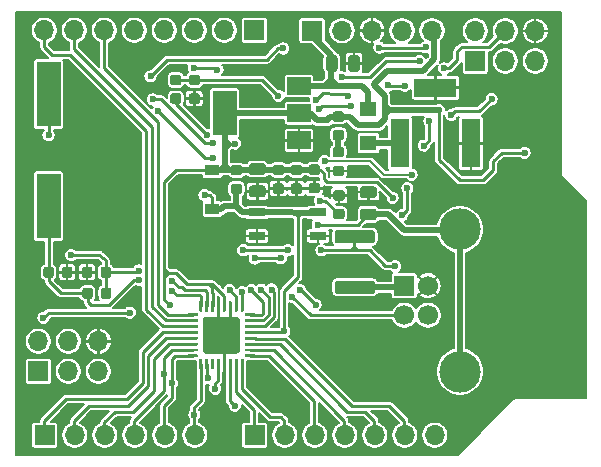
<source format=gbr>
G04 #@! TF.GenerationSoftware,KiCad,Pcbnew,(5.1.5)-3*
G04 #@! TF.CreationDate,2020-06-09T16:26:15+03:00*
G04 #@! TF.ProjectId,Arduino_Uno_R4,41726475-696e-46f5-9f55-6e6f5f52342e,rev?*
G04 #@! TF.SameCoordinates,Original*
G04 #@! TF.FileFunction,Copper,L1,Top*
G04 #@! TF.FilePolarity,Positive*
%FSLAX46Y46*%
G04 Gerber Fmt 4.6, Leading zero omitted, Abs format (unit mm)*
G04 Created by KiCad (PCBNEW (5.1.5)-3) date 2020-06-09 16:26:15*
%MOMM*%
%LPD*%
G04 APERTURE LIST*
%ADD10R,2.000000X5.500000*%
%ADD11R,3.600000X1.600000*%
%ADD12R,1.600000X4.100000*%
%ADD13C,0.100000*%
%ADD14R,1.200000X0.900000*%
%ADD15R,1.700000X1.700000*%
%ADD16O,1.700000X1.700000*%
%ADD17C,1.700000*%
%ADD18C,3.500000*%
%ADD19R,1.450000X0.700000*%
%ADD20R,2.000000X1.500000*%
%ADD21R,2.000000X3.800000*%
%ADD22R,1.400000X1.300000*%
%ADD23C,0.600000*%
%ADD24C,0.250000*%
%ADD25C,0.500000*%
%ADD26C,0.200000*%
G04 APERTURE END LIST*
D10*
X51155600Y-65684200D03*
X51155600Y-75184200D03*
D11*
X83915000Y-65150000D03*
D12*
X86915000Y-69850000D03*
X80915000Y-69850000D03*
G04 #@! TA.AperFunction,SMDPad,CuDef*
D13*
G36*
X75403142Y-62394774D02*
G01*
X75426803Y-62398284D01*
X75450007Y-62404096D01*
X75472529Y-62412154D01*
X75494153Y-62422382D01*
X75514670Y-62434679D01*
X75533883Y-62448929D01*
X75551607Y-62464993D01*
X75567671Y-62482717D01*
X75581921Y-62501930D01*
X75594218Y-62522447D01*
X75604446Y-62544071D01*
X75612504Y-62566593D01*
X75618316Y-62589797D01*
X75621826Y-62613458D01*
X75623000Y-62637350D01*
X75623000Y-63549850D01*
X75621826Y-63573742D01*
X75618316Y-63597403D01*
X75612504Y-63620607D01*
X75604446Y-63643129D01*
X75594218Y-63664753D01*
X75581921Y-63685270D01*
X75567671Y-63704483D01*
X75551607Y-63722207D01*
X75533883Y-63738271D01*
X75514670Y-63752521D01*
X75494153Y-63764818D01*
X75472529Y-63775046D01*
X75450007Y-63783104D01*
X75426803Y-63788916D01*
X75403142Y-63792426D01*
X75379250Y-63793600D01*
X74891750Y-63793600D01*
X74867858Y-63792426D01*
X74844197Y-63788916D01*
X74820993Y-63783104D01*
X74798471Y-63775046D01*
X74776847Y-63764818D01*
X74756330Y-63752521D01*
X74737117Y-63738271D01*
X74719393Y-63722207D01*
X74703329Y-63704483D01*
X74689079Y-63685270D01*
X74676782Y-63664753D01*
X74666554Y-63643129D01*
X74658496Y-63620607D01*
X74652684Y-63597403D01*
X74649174Y-63573742D01*
X74648000Y-63549850D01*
X74648000Y-62637350D01*
X74649174Y-62613458D01*
X74652684Y-62589797D01*
X74658496Y-62566593D01*
X74666554Y-62544071D01*
X74676782Y-62522447D01*
X74689079Y-62501930D01*
X74703329Y-62482717D01*
X74719393Y-62464993D01*
X74737117Y-62448929D01*
X74756330Y-62434679D01*
X74776847Y-62422382D01*
X74798471Y-62412154D01*
X74820993Y-62404096D01*
X74844197Y-62398284D01*
X74867858Y-62394774D01*
X74891750Y-62393600D01*
X75379250Y-62393600D01*
X75403142Y-62394774D01*
G37*
G04 #@! TD.AperFunction*
G04 #@! TA.AperFunction,SMDPad,CuDef*
G36*
X77278142Y-62394774D02*
G01*
X77301803Y-62398284D01*
X77325007Y-62404096D01*
X77347529Y-62412154D01*
X77369153Y-62422382D01*
X77389670Y-62434679D01*
X77408883Y-62448929D01*
X77426607Y-62464993D01*
X77442671Y-62482717D01*
X77456921Y-62501930D01*
X77469218Y-62522447D01*
X77479446Y-62544071D01*
X77487504Y-62566593D01*
X77493316Y-62589797D01*
X77496826Y-62613458D01*
X77498000Y-62637350D01*
X77498000Y-63549850D01*
X77496826Y-63573742D01*
X77493316Y-63597403D01*
X77487504Y-63620607D01*
X77479446Y-63643129D01*
X77469218Y-63664753D01*
X77456921Y-63685270D01*
X77442671Y-63704483D01*
X77426607Y-63722207D01*
X77408883Y-63738271D01*
X77389670Y-63752521D01*
X77369153Y-63764818D01*
X77347529Y-63775046D01*
X77325007Y-63783104D01*
X77301803Y-63788916D01*
X77278142Y-63792426D01*
X77254250Y-63793600D01*
X76766750Y-63793600D01*
X76742858Y-63792426D01*
X76719197Y-63788916D01*
X76695993Y-63783104D01*
X76673471Y-63775046D01*
X76651847Y-63764818D01*
X76631330Y-63752521D01*
X76612117Y-63738271D01*
X76594393Y-63722207D01*
X76578329Y-63704483D01*
X76564079Y-63685270D01*
X76551782Y-63664753D01*
X76541554Y-63643129D01*
X76533496Y-63620607D01*
X76527684Y-63597403D01*
X76524174Y-63573742D01*
X76523000Y-63549850D01*
X76523000Y-62637350D01*
X76524174Y-62613458D01*
X76527684Y-62589797D01*
X76533496Y-62566593D01*
X76541554Y-62544071D01*
X76551782Y-62522447D01*
X76564079Y-62501930D01*
X76578329Y-62482717D01*
X76594393Y-62464993D01*
X76612117Y-62448929D01*
X76631330Y-62434679D01*
X76651847Y-62422382D01*
X76673471Y-62412154D01*
X76695993Y-62404096D01*
X76719197Y-62398284D01*
X76742858Y-62394774D01*
X76766750Y-62393600D01*
X77254250Y-62393600D01*
X77278142Y-62394774D01*
G37*
G04 #@! TD.AperFunction*
G04 #@! TA.AperFunction,SMDPad,CuDef*
G36*
X69314142Y-71552674D02*
G01*
X69337803Y-71556184D01*
X69361007Y-71561996D01*
X69383529Y-71570054D01*
X69405153Y-71580282D01*
X69425670Y-71592579D01*
X69444883Y-71606829D01*
X69462607Y-71622893D01*
X69478671Y-71640617D01*
X69492921Y-71659830D01*
X69505218Y-71680347D01*
X69515446Y-71701971D01*
X69523504Y-71724493D01*
X69529316Y-71747697D01*
X69532826Y-71771358D01*
X69534000Y-71795250D01*
X69534000Y-72282750D01*
X69532826Y-72306642D01*
X69529316Y-72330303D01*
X69523504Y-72353507D01*
X69515446Y-72376029D01*
X69505218Y-72397653D01*
X69492921Y-72418170D01*
X69478671Y-72437383D01*
X69462607Y-72455107D01*
X69444883Y-72471171D01*
X69425670Y-72485421D01*
X69405153Y-72497718D01*
X69383529Y-72507946D01*
X69361007Y-72516004D01*
X69337803Y-72521816D01*
X69314142Y-72525326D01*
X69290250Y-72526500D01*
X68377750Y-72526500D01*
X68353858Y-72525326D01*
X68330197Y-72521816D01*
X68306993Y-72516004D01*
X68284471Y-72507946D01*
X68262847Y-72497718D01*
X68242330Y-72485421D01*
X68223117Y-72471171D01*
X68205393Y-72455107D01*
X68189329Y-72437383D01*
X68175079Y-72418170D01*
X68162782Y-72397653D01*
X68152554Y-72376029D01*
X68144496Y-72353507D01*
X68138684Y-72330303D01*
X68135174Y-72306642D01*
X68134000Y-72282750D01*
X68134000Y-71795250D01*
X68135174Y-71771358D01*
X68138684Y-71747697D01*
X68144496Y-71724493D01*
X68152554Y-71701971D01*
X68162782Y-71680347D01*
X68175079Y-71659830D01*
X68189329Y-71640617D01*
X68205393Y-71622893D01*
X68223117Y-71606829D01*
X68242330Y-71592579D01*
X68262847Y-71580282D01*
X68284471Y-71570054D01*
X68306993Y-71561996D01*
X68330197Y-71556184D01*
X68353858Y-71552674D01*
X68377750Y-71551500D01*
X69290250Y-71551500D01*
X69314142Y-71552674D01*
G37*
G04 #@! TD.AperFunction*
G04 #@! TA.AperFunction,SMDPad,CuDef*
G36*
X69314142Y-73427674D02*
G01*
X69337803Y-73431184D01*
X69361007Y-73436996D01*
X69383529Y-73445054D01*
X69405153Y-73455282D01*
X69425670Y-73467579D01*
X69444883Y-73481829D01*
X69462607Y-73497893D01*
X69478671Y-73515617D01*
X69492921Y-73534830D01*
X69505218Y-73555347D01*
X69515446Y-73576971D01*
X69523504Y-73599493D01*
X69529316Y-73622697D01*
X69532826Y-73646358D01*
X69534000Y-73670250D01*
X69534000Y-74157750D01*
X69532826Y-74181642D01*
X69529316Y-74205303D01*
X69523504Y-74228507D01*
X69515446Y-74251029D01*
X69505218Y-74272653D01*
X69492921Y-74293170D01*
X69478671Y-74312383D01*
X69462607Y-74330107D01*
X69444883Y-74346171D01*
X69425670Y-74360421D01*
X69405153Y-74372718D01*
X69383529Y-74382946D01*
X69361007Y-74391004D01*
X69337803Y-74396816D01*
X69314142Y-74400326D01*
X69290250Y-74401500D01*
X68377750Y-74401500D01*
X68353858Y-74400326D01*
X68330197Y-74396816D01*
X68306993Y-74391004D01*
X68284471Y-74382946D01*
X68262847Y-74372718D01*
X68242330Y-74360421D01*
X68223117Y-74346171D01*
X68205393Y-74330107D01*
X68189329Y-74312383D01*
X68175079Y-74293170D01*
X68162782Y-74272653D01*
X68152554Y-74251029D01*
X68144496Y-74228507D01*
X68138684Y-74205303D01*
X68135174Y-74181642D01*
X68134000Y-74157750D01*
X68134000Y-73670250D01*
X68135174Y-73646358D01*
X68138684Y-73622697D01*
X68144496Y-73599493D01*
X68152554Y-73576971D01*
X68162782Y-73555347D01*
X68175079Y-73534830D01*
X68189329Y-73515617D01*
X68205393Y-73497893D01*
X68223117Y-73481829D01*
X68242330Y-73467579D01*
X68262847Y-73455282D01*
X68284471Y-73445054D01*
X68306993Y-73436996D01*
X68330197Y-73431184D01*
X68353858Y-73427674D01*
X68377750Y-73426500D01*
X69290250Y-73426500D01*
X69314142Y-73427674D01*
G37*
G04 #@! TD.AperFunction*
G04 #@! TA.AperFunction,SMDPad,CuDef*
G36*
X72413691Y-71674053D02*
G01*
X72434926Y-71677203D01*
X72455750Y-71682419D01*
X72475962Y-71689651D01*
X72495368Y-71698830D01*
X72513781Y-71709866D01*
X72531024Y-71722654D01*
X72546930Y-71737070D01*
X72561346Y-71752976D01*
X72574134Y-71770219D01*
X72585170Y-71788632D01*
X72594349Y-71808038D01*
X72601581Y-71828250D01*
X72606797Y-71849074D01*
X72609947Y-71870309D01*
X72611000Y-71891750D01*
X72611000Y-72329250D01*
X72609947Y-72350691D01*
X72606797Y-72371926D01*
X72601581Y-72392750D01*
X72594349Y-72412962D01*
X72585170Y-72432368D01*
X72574134Y-72450781D01*
X72561346Y-72468024D01*
X72546930Y-72483930D01*
X72531024Y-72498346D01*
X72513781Y-72511134D01*
X72495368Y-72522170D01*
X72475962Y-72531349D01*
X72455750Y-72538581D01*
X72434926Y-72543797D01*
X72413691Y-72546947D01*
X72392250Y-72548000D01*
X71879750Y-72548000D01*
X71858309Y-72546947D01*
X71837074Y-72543797D01*
X71816250Y-72538581D01*
X71796038Y-72531349D01*
X71776632Y-72522170D01*
X71758219Y-72511134D01*
X71740976Y-72498346D01*
X71725070Y-72483930D01*
X71710654Y-72468024D01*
X71697866Y-72450781D01*
X71686830Y-72432368D01*
X71677651Y-72412962D01*
X71670419Y-72392750D01*
X71665203Y-72371926D01*
X71662053Y-72350691D01*
X71661000Y-72329250D01*
X71661000Y-71891750D01*
X71662053Y-71870309D01*
X71665203Y-71849074D01*
X71670419Y-71828250D01*
X71677651Y-71808038D01*
X71686830Y-71788632D01*
X71697866Y-71770219D01*
X71710654Y-71752976D01*
X71725070Y-71737070D01*
X71740976Y-71722654D01*
X71758219Y-71709866D01*
X71776632Y-71698830D01*
X71796038Y-71689651D01*
X71816250Y-71682419D01*
X71837074Y-71677203D01*
X71858309Y-71674053D01*
X71879750Y-71673000D01*
X72392250Y-71673000D01*
X72413691Y-71674053D01*
G37*
G04 #@! TD.AperFunction*
G04 #@! TA.AperFunction,SMDPad,CuDef*
G36*
X72413691Y-73249053D02*
G01*
X72434926Y-73252203D01*
X72455750Y-73257419D01*
X72475962Y-73264651D01*
X72495368Y-73273830D01*
X72513781Y-73284866D01*
X72531024Y-73297654D01*
X72546930Y-73312070D01*
X72561346Y-73327976D01*
X72574134Y-73345219D01*
X72585170Y-73363632D01*
X72594349Y-73383038D01*
X72601581Y-73403250D01*
X72606797Y-73424074D01*
X72609947Y-73445309D01*
X72611000Y-73466750D01*
X72611000Y-73904250D01*
X72609947Y-73925691D01*
X72606797Y-73946926D01*
X72601581Y-73967750D01*
X72594349Y-73987962D01*
X72585170Y-74007368D01*
X72574134Y-74025781D01*
X72561346Y-74043024D01*
X72546930Y-74058930D01*
X72531024Y-74073346D01*
X72513781Y-74086134D01*
X72495368Y-74097170D01*
X72475962Y-74106349D01*
X72455750Y-74113581D01*
X72434926Y-74118797D01*
X72413691Y-74121947D01*
X72392250Y-74123000D01*
X71879750Y-74123000D01*
X71858309Y-74121947D01*
X71837074Y-74118797D01*
X71816250Y-74113581D01*
X71796038Y-74106349D01*
X71776632Y-74097170D01*
X71758219Y-74086134D01*
X71740976Y-74073346D01*
X71725070Y-74058930D01*
X71710654Y-74043024D01*
X71697866Y-74025781D01*
X71686830Y-74007368D01*
X71677651Y-73987962D01*
X71670419Y-73967750D01*
X71665203Y-73946926D01*
X71662053Y-73925691D01*
X71661000Y-73904250D01*
X71661000Y-73466750D01*
X71662053Y-73445309D01*
X71665203Y-73424074D01*
X71670419Y-73403250D01*
X71677651Y-73383038D01*
X71686830Y-73363632D01*
X71697866Y-73345219D01*
X71710654Y-73327976D01*
X71725070Y-73312070D01*
X71740976Y-73297654D01*
X71758219Y-73284866D01*
X71776632Y-73273830D01*
X71796038Y-73264651D01*
X71816250Y-73257419D01*
X71837074Y-73252203D01*
X71858309Y-73249053D01*
X71879750Y-73248000D01*
X72392250Y-73248000D01*
X72413691Y-73249053D01*
G37*
G04 #@! TD.AperFunction*
G04 #@! TA.AperFunction,SMDPad,CuDef*
G36*
X70889691Y-73249053D02*
G01*
X70910926Y-73252203D01*
X70931750Y-73257419D01*
X70951962Y-73264651D01*
X70971368Y-73273830D01*
X70989781Y-73284866D01*
X71007024Y-73297654D01*
X71022930Y-73312070D01*
X71037346Y-73327976D01*
X71050134Y-73345219D01*
X71061170Y-73363632D01*
X71070349Y-73383038D01*
X71077581Y-73403250D01*
X71082797Y-73424074D01*
X71085947Y-73445309D01*
X71087000Y-73466750D01*
X71087000Y-73904250D01*
X71085947Y-73925691D01*
X71082797Y-73946926D01*
X71077581Y-73967750D01*
X71070349Y-73987962D01*
X71061170Y-74007368D01*
X71050134Y-74025781D01*
X71037346Y-74043024D01*
X71022930Y-74058930D01*
X71007024Y-74073346D01*
X70989781Y-74086134D01*
X70971368Y-74097170D01*
X70951962Y-74106349D01*
X70931750Y-74113581D01*
X70910926Y-74118797D01*
X70889691Y-74121947D01*
X70868250Y-74123000D01*
X70355750Y-74123000D01*
X70334309Y-74121947D01*
X70313074Y-74118797D01*
X70292250Y-74113581D01*
X70272038Y-74106349D01*
X70252632Y-74097170D01*
X70234219Y-74086134D01*
X70216976Y-74073346D01*
X70201070Y-74058930D01*
X70186654Y-74043024D01*
X70173866Y-74025781D01*
X70162830Y-74007368D01*
X70153651Y-73987962D01*
X70146419Y-73967750D01*
X70141203Y-73946926D01*
X70138053Y-73925691D01*
X70137000Y-73904250D01*
X70137000Y-73466750D01*
X70138053Y-73445309D01*
X70141203Y-73424074D01*
X70146419Y-73403250D01*
X70153651Y-73383038D01*
X70162830Y-73363632D01*
X70173866Y-73345219D01*
X70186654Y-73327976D01*
X70201070Y-73312070D01*
X70216976Y-73297654D01*
X70234219Y-73284866D01*
X70252632Y-73273830D01*
X70272038Y-73264651D01*
X70292250Y-73257419D01*
X70313074Y-73252203D01*
X70334309Y-73249053D01*
X70355750Y-73248000D01*
X70868250Y-73248000D01*
X70889691Y-73249053D01*
G37*
G04 #@! TD.AperFunction*
G04 #@! TA.AperFunction,SMDPad,CuDef*
G36*
X70889691Y-71674053D02*
G01*
X70910926Y-71677203D01*
X70931750Y-71682419D01*
X70951962Y-71689651D01*
X70971368Y-71698830D01*
X70989781Y-71709866D01*
X71007024Y-71722654D01*
X71022930Y-71737070D01*
X71037346Y-71752976D01*
X71050134Y-71770219D01*
X71061170Y-71788632D01*
X71070349Y-71808038D01*
X71077581Y-71828250D01*
X71082797Y-71849074D01*
X71085947Y-71870309D01*
X71087000Y-71891750D01*
X71087000Y-72329250D01*
X71085947Y-72350691D01*
X71082797Y-72371926D01*
X71077581Y-72392750D01*
X71070349Y-72412962D01*
X71061170Y-72432368D01*
X71050134Y-72450781D01*
X71037346Y-72468024D01*
X71022930Y-72483930D01*
X71007024Y-72498346D01*
X70989781Y-72511134D01*
X70971368Y-72522170D01*
X70951962Y-72531349D01*
X70931750Y-72538581D01*
X70910926Y-72543797D01*
X70889691Y-72546947D01*
X70868250Y-72548000D01*
X70355750Y-72548000D01*
X70334309Y-72546947D01*
X70313074Y-72543797D01*
X70292250Y-72538581D01*
X70272038Y-72531349D01*
X70252632Y-72522170D01*
X70234219Y-72511134D01*
X70216976Y-72498346D01*
X70201070Y-72483930D01*
X70186654Y-72468024D01*
X70173866Y-72450781D01*
X70162830Y-72432368D01*
X70153651Y-72412962D01*
X70146419Y-72392750D01*
X70141203Y-72371926D01*
X70138053Y-72350691D01*
X70137000Y-72329250D01*
X70137000Y-71891750D01*
X70138053Y-71870309D01*
X70141203Y-71849074D01*
X70146419Y-71828250D01*
X70153651Y-71808038D01*
X70162830Y-71788632D01*
X70173866Y-71770219D01*
X70186654Y-71752976D01*
X70201070Y-71737070D01*
X70216976Y-71722654D01*
X70234219Y-71709866D01*
X70252632Y-71698830D01*
X70272038Y-71689651D01*
X70292250Y-71682419D01*
X70313074Y-71677203D01*
X70334309Y-71674053D01*
X70355750Y-71673000D01*
X70868250Y-71673000D01*
X70889691Y-71674053D01*
G37*
G04 #@! TD.AperFunction*
G04 #@! TA.AperFunction,SMDPad,CuDef*
G36*
X76020491Y-73833053D02*
G01*
X76041726Y-73836203D01*
X76062550Y-73841419D01*
X76082762Y-73848651D01*
X76102168Y-73857830D01*
X76120581Y-73868866D01*
X76137824Y-73881654D01*
X76153730Y-73896070D01*
X76168146Y-73911976D01*
X76180934Y-73929219D01*
X76191970Y-73947632D01*
X76201149Y-73967038D01*
X76208381Y-73987250D01*
X76213597Y-74008074D01*
X76216747Y-74029309D01*
X76217800Y-74050750D01*
X76217800Y-74488250D01*
X76216747Y-74509691D01*
X76213597Y-74530926D01*
X76208381Y-74551750D01*
X76201149Y-74571962D01*
X76191970Y-74591368D01*
X76180934Y-74609781D01*
X76168146Y-74627024D01*
X76153730Y-74642930D01*
X76137824Y-74657346D01*
X76120581Y-74670134D01*
X76102168Y-74681170D01*
X76082762Y-74690349D01*
X76062550Y-74697581D01*
X76041726Y-74702797D01*
X76020491Y-74705947D01*
X75999050Y-74707000D01*
X75486550Y-74707000D01*
X75465109Y-74705947D01*
X75443874Y-74702797D01*
X75423050Y-74697581D01*
X75402838Y-74690349D01*
X75383432Y-74681170D01*
X75365019Y-74670134D01*
X75347776Y-74657346D01*
X75331870Y-74642930D01*
X75317454Y-74627024D01*
X75304666Y-74609781D01*
X75293630Y-74591368D01*
X75284451Y-74571962D01*
X75277219Y-74551750D01*
X75272003Y-74530926D01*
X75268853Y-74509691D01*
X75267800Y-74488250D01*
X75267800Y-74050750D01*
X75268853Y-74029309D01*
X75272003Y-74008074D01*
X75277219Y-73987250D01*
X75284451Y-73967038D01*
X75293630Y-73947632D01*
X75304666Y-73929219D01*
X75317454Y-73911976D01*
X75331870Y-73896070D01*
X75347776Y-73881654D01*
X75365019Y-73868866D01*
X75383432Y-73857830D01*
X75402838Y-73848651D01*
X75423050Y-73841419D01*
X75443874Y-73836203D01*
X75465109Y-73833053D01*
X75486550Y-73832000D01*
X75999050Y-73832000D01*
X76020491Y-73833053D01*
G37*
G04 #@! TD.AperFunction*
G04 #@! TA.AperFunction,SMDPad,CuDef*
G36*
X76020491Y-75408053D02*
G01*
X76041726Y-75411203D01*
X76062550Y-75416419D01*
X76082762Y-75423651D01*
X76102168Y-75432830D01*
X76120581Y-75443866D01*
X76137824Y-75456654D01*
X76153730Y-75471070D01*
X76168146Y-75486976D01*
X76180934Y-75504219D01*
X76191970Y-75522632D01*
X76201149Y-75542038D01*
X76208381Y-75562250D01*
X76213597Y-75583074D01*
X76216747Y-75604309D01*
X76217800Y-75625750D01*
X76217800Y-76063250D01*
X76216747Y-76084691D01*
X76213597Y-76105926D01*
X76208381Y-76126750D01*
X76201149Y-76146962D01*
X76191970Y-76166368D01*
X76180934Y-76184781D01*
X76168146Y-76202024D01*
X76153730Y-76217930D01*
X76137824Y-76232346D01*
X76120581Y-76245134D01*
X76102168Y-76256170D01*
X76082762Y-76265349D01*
X76062550Y-76272581D01*
X76041726Y-76277797D01*
X76020491Y-76280947D01*
X75999050Y-76282000D01*
X75486550Y-76282000D01*
X75465109Y-76280947D01*
X75443874Y-76277797D01*
X75423050Y-76272581D01*
X75402838Y-76265349D01*
X75383432Y-76256170D01*
X75365019Y-76245134D01*
X75347776Y-76232346D01*
X75331870Y-76217930D01*
X75317454Y-76202024D01*
X75304666Y-76184781D01*
X75293630Y-76166368D01*
X75284451Y-76146962D01*
X75277219Y-76126750D01*
X75272003Y-76105926D01*
X75268853Y-76084691D01*
X75267800Y-76063250D01*
X75267800Y-75625750D01*
X75268853Y-75604309D01*
X75272003Y-75583074D01*
X75277219Y-75562250D01*
X75284451Y-75542038D01*
X75293630Y-75522632D01*
X75304666Y-75504219D01*
X75317454Y-75486976D01*
X75331870Y-75471070D01*
X75347776Y-75456654D01*
X75365019Y-75443866D01*
X75383432Y-75432830D01*
X75402838Y-75423651D01*
X75423050Y-75416419D01*
X75443874Y-75411203D01*
X75465109Y-75408053D01*
X75486550Y-75407000D01*
X75999050Y-75407000D01*
X76020491Y-75408053D01*
G37*
G04 #@! TD.AperFunction*
G04 #@! TA.AperFunction,SMDPad,CuDef*
G36*
X73937691Y-71648553D02*
G01*
X73958926Y-71651703D01*
X73979750Y-71656919D01*
X73999962Y-71664151D01*
X74019368Y-71673330D01*
X74037781Y-71684366D01*
X74055024Y-71697154D01*
X74070930Y-71711570D01*
X74085346Y-71727476D01*
X74098134Y-71744719D01*
X74109170Y-71763132D01*
X74118349Y-71782538D01*
X74125581Y-71802750D01*
X74130797Y-71823574D01*
X74133947Y-71844809D01*
X74135000Y-71866250D01*
X74135000Y-72303750D01*
X74133947Y-72325191D01*
X74130797Y-72346426D01*
X74125581Y-72367250D01*
X74118349Y-72387462D01*
X74109170Y-72406868D01*
X74098134Y-72425281D01*
X74085346Y-72442524D01*
X74070930Y-72458430D01*
X74055024Y-72472846D01*
X74037781Y-72485634D01*
X74019368Y-72496670D01*
X73999962Y-72505849D01*
X73979750Y-72513081D01*
X73958926Y-72518297D01*
X73937691Y-72521447D01*
X73916250Y-72522500D01*
X73403750Y-72522500D01*
X73382309Y-72521447D01*
X73361074Y-72518297D01*
X73340250Y-72513081D01*
X73320038Y-72505849D01*
X73300632Y-72496670D01*
X73282219Y-72485634D01*
X73264976Y-72472846D01*
X73249070Y-72458430D01*
X73234654Y-72442524D01*
X73221866Y-72425281D01*
X73210830Y-72406868D01*
X73201651Y-72387462D01*
X73194419Y-72367250D01*
X73189203Y-72346426D01*
X73186053Y-72325191D01*
X73185000Y-72303750D01*
X73185000Y-71866250D01*
X73186053Y-71844809D01*
X73189203Y-71823574D01*
X73194419Y-71802750D01*
X73201651Y-71782538D01*
X73210830Y-71763132D01*
X73221866Y-71744719D01*
X73234654Y-71727476D01*
X73249070Y-71711570D01*
X73264976Y-71697154D01*
X73282219Y-71684366D01*
X73300632Y-71673330D01*
X73320038Y-71664151D01*
X73340250Y-71656919D01*
X73361074Y-71651703D01*
X73382309Y-71648553D01*
X73403750Y-71647500D01*
X73916250Y-71647500D01*
X73937691Y-71648553D01*
G37*
G04 #@! TD.AperFunction*
G04 #@! TA.AperFunction,SMDPad,CuDef*
G36*
X73937691Y-73223553D02*
G01*
X73958926Y-73226703D01*
X73979750Y-73231919D01*
X73999962Y-73239151D01*
X74019368Y-73248330D01*
X74037781Y-73259366D01*
X74055024Y-73272154D01*
X74070930Y-73286570D01*
X74085346Y-73302476D01*
X74098134Y-73319719D01*
X74109170Y-73338132D01*
X74118349Y-73357538D01*
X74125581Y-73377750D01*
X74130797Y-73398574D01*
X74133947Y-73419809D01*
X74135000Y-73441250D01*
X74135000Y-73878750D01*
X74133947Y-73900191D01*
X74130797Y-73921426D01*
X74125581Y-73942250D01*
X74118349Y-73962462D01*
X74109170Y-73981868D01*
X74098134Y-74000281D01*
X74085346Y-74017524D01*
X74070930Y-74033430D01*
X74055024Y-74047846D01*
X74037781Y-74060634D01*
X74019368Y-74071670D01*
X73999962Y-74080849D01*
X73979750Y-74088081D01*
X73958926Y-74093297D01*
X73937691Y-74096447D01*
X73916250Y-74097500D01*
X73403750Y-74097500D01*
X73382309Y-74096447D01*
X73361074Y-74093297D01*
X73340250Y-74088081D01*
X73320038Y-74080849D01*
X73300632Y-74071670D01*
X73282219Y-74060634D01*
X73264976Y-74047846D01*
X73249070Y-74033430D01*
X73234654Y-74017524D01*
X73221866Y-74000281D01*
X73210830Y-73981868D01*
X73201651Y-73962462D01*
X73194419Y-73942250D01*
X73189203Y-73921426D01*
X73186053Y-73900191D01*
X73185000Y-73878750D01*
X73185000Y-73441250D01*
X73186053Y-73419809D01*
X73189203Y-73398574D01*
X73194419Y-73377750D01*
X73201651Y-73357538D01*
X73210830Y-73338132D01*
X73221866Y-73319719D01*
X73234654Y-73302476D01*
X73249070Y-73286570D01*
X73264976Y-73272154D01*
X73282219Y-73259366D01*
X73300632Y-73248330D01*
X73320038Y-73239151D01*
X73340250Y-73231919D01*
X73361074Y-73226703D01*
X73382309Y-73223553D01*
X73403750Y-73222500D01*
X73916250Y-73222500D01*
X73937691Y-73223553D01*
G37*
G04 #@! TD.AperFunction*
G04 #@! TA.AperFunction,SMDPad,CuDef*
G36*
X56232191Y-80298053D02*
G01*
X56253426Y-80301203D01*
X56274250Y-80306419D01*
X56294462Y-80313651D01*
X56313868Y-80322830D01*
X56332281Y-80333866D01*
X56349524Y-80346654D01*
X56365430Y-80361070D01*
X56379846Y-80376976D01*
X56392634Y-80394219D01*
X56403670Y-80412632D01*
X56412849Y-80432038D01*
X56420081Y-80452250D01*
X56425297Y-80473074D01*
X56428447Y-80494309D01*
X56429500Y-80515750D01*
X56429500Y-81028250D01*
X56428447Y-81049691D01*
X56425297Y-81070926D01*
X56420081Y-81091750D01*
X56412849Y-81111962D01*
X56403670Y-81131368D01*
X56392634Y-81149781D01*
X56379846Y-81167024D01*
X56365430Y-81182930D01*
X56349524Y-81197346D01*
X56332281Y-81210134D01*
X56313868Y-81221170D01*
X56294462Y-81230349D01*
X56274250Y-81237581D01*
X56253426Y-81242797D01*
X56232191Y-81245947D01*
X56210750Y-81247000D01*
X55773250Y-81247000D01*
X55751809Y-81245947D01*
X55730574Y-81242797D01*
X55709750Y-81237581D01*
X55689538Y-81230349D01*
X55670132Y-81221170D01*
X55651719Y-81210134D01*
X55634476Y-81197346D01*
X55618570Y-81182930D01*
X55604154Y-81167024D01*
X55591366Y-81149781D01*
X55580330Y-81131368D01*
X55571151Y-81111962D01*
X55563919Y-81091750D01*
X55558703Y-81070926D01*
X55555553Y-81049691D01*
X55554500Y-81028250D01*
X55554500Y-80515750D01*
X55555553Y-80494309D01*
X55558703Y-80473074D01*
X55563919Y-80452250D01*
X55571151Y-80432038D01*
X55580330Y-80412632D01*
X55591366Y-80394219D01*
X55604154Y-80376976D01*
X55618570Y-80361070D01*
X55634476Y-80346654D01*
X55651719Y-80333866D01*
X55670132Y-80322830D01*
X55689538Y-80313651D01*
X55709750Y-80306419D01*
X55730574Y-80301203D01*
X55751809Y-80298053D01*
X55773250Y-80297000D01*
X56210750Y-80297000D01*
X56232191Y-80298053D01*
G37*
G04 #@! TD.AperFunction*
G04 #@! TA.AperFunction,SMDPad,CuDef*
G36*
X54657191Y-80298053D02*
G01*
X54678426Y-80301203D01*
X54699250Y-80306419D01*
X54719462Y-80313651D01*
X54738868Y-80322830D01*
X54757281Y-80333866D01*
X54774524Y-80346654D01*
X54790430Y-80361070D01*
X54804846Y-80376976D01*
X54817634Y-80394219D01*
X54828670Y-80412632D01*
X54837849Y-80432038D01*
X54845081Y-80452250D01*
X54850297Y-80473074D01*
X54853447Y-80494309D01*
X54854500Y-80515750D01*
X54854500Y-81028250D01*
X54853447Y-81049691D01*
X54850297Y-81070926D01*
X54845081Y-81091750D01*
X54837849Y-81111962D01*
X54828670Y-81131368D01*
X54817634Y-81149781D01*
X54804846Y-81167024D01*
X54790430Y-81182930D01*
X54774524Y-81197346D01*
X54757281Y-81210134D01*
X54738868Y-81221170D01*
X54719462Y-81230349D01*
X54699250Y-81237581D01*
X54678426Y-81242797D01*
X54657191Y-81245947D01*
X54635750Y-81247000D01*
X54198250Y-81247000D01*
X54176809Y-81245947D01*
X54155574Y-81242797D01*
X54134750Y-81237581D01*
X54114538Y-81230349D01*
X54095132Y-81221170D01*
X54076719Y-81210134D01*
X54059476Y-81197346D01*
X54043570Y-81182930D01*
X54029154Y-81167024D01*
X54016366Y-81149781D01*
X54005330Y-81131368D01*
X53996151Y-81111962D01*
X53988919Y-81091750D01*
X53983703Y-81070926D01*
X53980553Y-81049691D01*
X53979500Y-81028250D01*
X53979500Y-80515750D01*
X53980553Y-80494309D01*
X53983703Y-80473074D01*
X53988919Y-80452250D01*
X53996151Y-80432038D01*
X54005330Y-80412632D01*
X54016366Y-80394219D01*
X54029154Y-80376976D01*
X54043570Y-80361070D01*
X54059476Y-80346654D01*
X54076719Y-80333866D01*
X54095132Y-80322830D01*
X54114538Y-80313651D01*
X54134750Y-80306419D01*
X54155574Y-80301203D01*
X54176809Y-80298053D01*
X54198250Y-80297000D01*
X54635750Y-80297000D01*
X54657191Y-80298053D01*
G37*
G04 #@! TD.AperFunction*
G04 #@! TA.AperFunction,SMDPad,CuDef*
G36*
X52970691Y-80298053D02*
G01*
X52991926Y-80301203D01*
X53012750Y-80306419D01*
X53032962Y-80313651D01*
X53052368Y-80322830D01*
X53070781Y-80333866D01*
X53088024Y-80346654D01*
X53103930Y-80361070D01*
X53118346Y-80376976D01*
X53131134Y-80394219D01*
X53142170Y-80412632D01*
X53151349Y-80432038D01*
X53158581Y-80452250D01*
X53163797Y-80473074D01*
X53166947Y-80494309D01*
X53168000Y-80515750D01*
X53168000Y-81028250D01*
X53166947Y-81049691D01*
X53163797Y-81070926D01*
X53158581Y-81091750D01*
X53151349Y-81111962D01*
X53142170Y-81131368D01*
X53131134Y-81149781D01*
X53118346Y-81167024D01*
X53103930Y-81182930D01*
X53088024Y-81197346D01*
X53070781Y-81210134D01*
X53052368Y-81221170D01*
X53032962Y-81230349D01*
X53012750Y-81237581D01*
X52991926Y-81242797D01*
X52970691Y-81245947D01*
X52949250Y-81247000D01*
X52511750Y-81247000D01*
X52490309Y-81245947D01*
X52469074Y-81242797D01*
X52448250Y-81237581D01*
X52428038Y-81230349D01*
X52408632Y-81221170D01*
X52390219Y-81210134D01*
X52372976Y-81197346D01*
X52357070Y-81182930D01*
X52342654Y-81167024D01*
X52329866Y-81149781D01*
X52318830Y-81131368D01*
X52309651Y-81111962D01*
X52302419Y-81091750D01*
X52297203Y-81070926D01*
X52294053Y-81049691D01*
X52293000Y-81028250D01*
X52293000Y-80515750D01*
X52294053Y-80494309D01*
X52297203Y-80473074D01*
X52302419Y-80452250D01*
X52309651Y-80432038D01*
X52318830Y-80412632D01*
X52329866Y-80394219D01*
X52342654Y-80376976D01*
X52357070Y-80361070D01*
X52372976Y-80346654D01*
X52390219Y-80333866D01*
X52408632Y-80322830D01*
X52428038Y-80313651D01*
X52448250Y-80306419D01*
X52469074Y-80301203D01*
X52490309Y-80298053D01*
X52511750Y-80297000D01*
X52949250Y-80297000D01*
X52970691Y-80298053D01*
G37*
G04 #@! TD.AperFunction*
G04 #@! TA.AperFunction,SMDPad,CuDef*
G36*
X51395691Y-80298053D02*
G01*
X51416926Y-80301203D01*
X51437750Y-80306419D01*
X51457962Y-80313651D01*
X51477368Y-80322830D01*
X51495781Y-80333866D01*
X51513024Y-80346654D01*
X51528930Y-80361070D01*
X51543346Y-80376976D01*
X51556134Y-80394219D01*
X51567170Y-80412632D01*
X51576349Y-80432038D01*
X51583581Y-80452250D01*
X51588797Y-80473074D01*
X51591947Y-80494309D01*
X51593000Y-80515750D01*
X51593000Y-81028250D01*
X51591947Y-81049691D01*
X51588797Y-81070926D01*
X51583581Y-81091750D01*
X51576349Y-81111962D01*
X51567170Y-81131368D01*
X51556134Y-81149781D01*
X51543346Y-81167024D01*
X51528930Y-81182930D01*
X51513024Y-81197346D01*
X51495781Y-81210134D01*
X51477368Y-81221170D01*
X51457962Y-81230349D01*
X51437750Y-81237581D01*
X51416926Y-81242797D01*
X51395691Y-81245947D01*
X51374250Y-81247000D01*
X50936750Y-81247000D01*
X50915309Y-81245947D01*
X50894074Y-81242797D01*
X50873250Y-81237581D01*
X50853038Y-81230349D01*
X50833632Y-81221170D01*
X50815219Y-81210134D01*
X50797976Y-81197346D01*
X50782070Y-81182930D01*
X50767654Y-81167024D01*
X50754866Y-81149781D01*
X50743830Y-81131368D01*
X50734651Y-81111962D01*
X50727419Y-81091750D01*
X50722203Y-81070926D01*
X50719053Y-81049691D01*
X50718000Y-81028250D01*
X50718000Y-80515750D01*
X50719053Y-80494309D01*
X50722203Y-80473074D01*
X50727419Y-80452250D01*
X50734651Y-80432038D01*
X50743830Y-80412632D01*
X50754866Y-80394219D01*
X50767654Y-80376976D01*
X50782070Y-80361070D01*
X50797976Y-80346654D01*
X50815219Y-80333866D01*
X50833632Y-80322830D01*
X50853038Y-80313651D01*
X50873250Y-80306419D01*
X50894074Y-80301203D01*
X50915309Y-80298053D01*
X50936750Y-80297000D01*
X51374250Y-80297000D01*
X51395691Y-80298053D01*
G37*
G04 #@! TD.AperFunction*
G04 #@! TA.AperFunction,SMDPad,CuDef*
G36*
X62202891Y-64053953D02*
G01*
X62224126Y-64057103D01*
X62244950Y-64062319D01*
X62265162Y-64069551D01*
X62284568Y-64078730D01*
X62302981Y-64089766D01*
X62320224Y-64102554D01*
X62336130Y-64116970D01*
X62350546Y-64132876D01*
X62363334Y-64150119D01*
X62374370Y-64168532D01*
X62383549Y-64187938D01*
X62390781Y-64208150D01*
X62395997Y-64228974D01*
X62399147Y-64250209D01*
X62400200Y-64271650D01*
X62400200Y-64709150D01*
X62399147Y-64730591D01*
X62395997Y-64751826D01*
X62390781Y-64772650D01*
X62383549Y-64792862D01*
X62374370Y-64812268D01*
X62363334Y-64830681D01*
X62350546Y-64847924D01*
X62336130Y-64863830D01*
X62320224Y-64878246D01*
X62302981Y-64891034D01*
X62284568Y-64902070D01*
X62265162Y-64911249D01*
X62244950Y-64918481D01*
X62224126Y-64923697D01*
X62202891Y-64926847D01*
X62181450Y-64927900D01*
X61668950Y-64927900D01*
X61647509Y-64926847D01*
X61626274Y-64923697D01*
X61605450Y-64918481D01*
X61585238Y-64911249D01*
X61565832Y-64902070D01*
X61547419Y-64891034D01*
X61530176Y-64878246D01*
X61514270Y-64863830D01*
X61499854Y-64847924D01*
X61487066Y-64830681D01*
X61476030Y-64812268D01*
X61466851Y-64792862D01*
X61459619Y-64772650D01*
X61454403Y-64751826D01*
X61451253Y-64730591D01*
X61450200Y-64709150D01*
X61450200Y-64271650D01*
X61451253Y-64250209D01*
X61454403Y-64228974D01*
X61459619Y-64208150D01*
X61466851Y-64187938D01*
X61476030Y-64168532D01*
X61487066Y-64150119D01*
X61499854Y-64132876D01*
X61514270Y-64116970D01*
X61530176Y-64102554D01*
X61547419Y-64089766D01*
X61565832Y-64078730D01*
X61585238Y-64069551D01*
X61605450Y-64062319D01*
X61626274Y-64057103D01*
X61647509Y-64053953D01*
X61668950Y-64052900D01*
X62181450Y-64052900D01*
X62202891Y-64053953D01*
G37*
G04 #@! TD.AperFunction*
G04 #@! TA.AperFunction,SMDPad,CuDef*
G36*
X62202891Y-65628953D02*
G01*
X62224126Y-65632103D01*
X62244950Y-65637319D01*
X62265162Y-65644551D01*
X62284568Y-65653730D01*
X62302981Y-65664766D01*
X62320224Y-65677554D01*
X62336130Y-65691970D01*
X62350546Y-65707876D01*
X62363334Y-65725119D01*
X62374370Y-65743532D01*
X62383549Y-65762938D01*
X62390781Y-65783150D01*
X62395997Y-65803974D01*
X62399147Y-65825209D01*
X62400200Y-65846650D01*
X62400200Y-66284150D01*
X62399147Y-66305591D01*
X62395997Y-66326826D01*
X62390781Y-66347650D01*
X62383549Y-66367862D01*
X62374370Y-66387268D01*
X62363334Y-66405681D01*
X62350546Y-66422924D01*
X62336130Y-66438830D01*
X62320224Y-66453246D01*
X62302981Y-66466034D01*
X62284568Y-66477070D01*
X62265162Y-66486249D01*
X62244950Y-66493481D01*
X62224126Y-66498697D01*
X62202891Y-66501847D01*
X62181450Y-66502900D01*
X61668950Y-66502900D01*
X61647509Y-66501847D01*
X61626274Y-66498697D01*
X61605450Y-66493481D01*
X61585238Y-66486249D01*
X61565832Y-66477070D01*
X61547419Y-66466034D01*
X61530176Y-66453246D01*
X61514270Y-66438830D01*
X61499854Y-66422924D01*
X61487066Y-66405681D01*
X61476030Y-66387268D01*
X61466851Y-66367862D01*
X61459619Y-66347650D01*
X61454403Y-66326826D01*
X61451253Y-66305591D01*
X61450200Y-66284150D01*
X61450200Y-65846650D01*
X61451253Y-65825209D01*
X61454403Y-65803974D01*
X61459619Y-65783150D01*
X61466851Y-65762938D01*
X61476030Y-65743532D01*
X61487066Y-65725119D01*
X61499854Y-65707876D01*
X61514270Y-65691970D01*
X61530176Y-65677554D01*
X61547419Y-65664766D01*
X61565832Y-65653730D01*
X61585238Y-65644551D01*
X61605450Y-65637319D01*
X61626274Y-65632103D01*
X61647509Y-65628953D01*
X61668950Y-65627900D01*
X62181450Y-65627900D01*
X62202891Y-65628953D01*
G37*
G04 #@! TD.AperFunction*
G04 #@! TA.AperFunction,SMDPad,CuDef*
G36*
X75969691Y-71750553D02*
G01*
X75990926Y-71753703D01*
X76011750Y-71758919D01*
X76031962Y-71766151D01*
X76051368Y-71775330D01*
X76069781Y-71786366D01*
X76087024Y-71799154D01*
X76102930Y-71813570D01*
X76117346Y-71829476D01*
X76130134Y-71846719D01*
X76141170Y-71865132D01*
X76150349Y-71884538D01*
X76157581Y-71904750D01*
X76162797Y-71925574D01*
X76165947Y-71946809D01*
X76167000Y-71968250D01*
X76167000Y-72405750D01*
X76165947Y-72427191D01*
X76162797Y-72448426D01*
X76157581Y-72469250D01*
X76150349Y-72489462D01*
X76141170Y-72508868D01*
X76130134Y-72527281D01*
X76117346Y-72544524D01*
X76102930Y-72560430D01*
X76087024Y-72574846D01*
X76069781Y-72587634D01*
X76051368Y-72598670D01*
X76031962Y-72607849D01*
X76011750Y-72615081D01*
X75990926Y-72620297D01*
X75969691Y-72623447D01*
X75948250Y-72624500D01*
X75435750Y-72624500D01*
X75414309Y-72623447D01*
X75393074Y-72620297D01*
X75372250Y-72615081D01*
X75352038Y-72607849D01*
X75332632Y-72598670D01*
X75314219Y-72587634D01*
X75296976Y-72574846D01*
X75281070Y-72560430D01*
X75266654Y-72544524D01*
X75253866Y-72527281D01*
X75242830Y-72508868D01*
X75233651Y-72489462D01*
X75226419Y-72469250D01*
X75221203Y-72448426D01*
X75218053Y-72427191D01*
X75217000Y-72405750D01*
X75217000Y-71968250D01*
X75218053Y-71946809D01*
X75221203Y-71925574D01*
X75226419Y-71904750D01*
X75233651Y-71884538D01*
X75242830Y-71865132D01*
X75253866Y-71846719D01*
X75266654Y-71829476D01*
X75281070Y-71813570D01*
X75296976Y-71799154D01*
X75314219Y-71786366D01*
X75332632Y-71775330D01*
X75352038Y-71766151D01*
X75372250Y-71758919D01*
X75393074Y-71753703D01*
X75414309Y-71750553D01*
X75435750Y-71749500D01*
X75948250Y-71749500D01*
X75969691Y-71750553D01*
G37*
G04 #@! TD.AperFunction*
G04 #@! TA.AperFunction,SMDPad,CuDef*
G36*
X75969691Y-70175553D02*
G01*
X75990926Y-70178703D01*
X76011750Y-70183919D01*
X76031962Y-70191151D01*
X76051368Y-70200330D01*
X76069781Y-70211366D01*
X76087024Y-70224154D01*
X76102930Y-70238570D01*
X76117346Y-70254476D01*
X76130134Y-70271719D01*
X76141170Y-70290132D01*
X76150349Y-70309538D01*
X76157581Y-70329750D01*
X76162797Y-70350574D01*
X76165947Y-70371809D01*
X76167000Y-70393250D01*
X76167000Y-70830750D01*
X76165947Y-70852191D01*
X76162797Y-70873426D01*
X76157581Y-70894250D01*
X76150349Y-70914462D01*
X76141170Y-70933868D01*
X76130134Y-70952281D01*
X76117346Y-70969524D01*
X76102930Y-70985430D01*
X76087024Y-70999846D01*
X76069781Y-71012634D01*
X76051368Y-71023670D01*
X76031962Y-71032849D01*
X76011750Y-71040081D01*
X75990926Y-71045297D01*
X75969691Y-71048447D01*
X75948250Y-71049500D01*
X75435750Y-71049500D01*
X75414309Y-71048447D01*
X75393074Y-71045297D01*
X75372250Y-71040081D01*
X75352038Y-71032849D01*
X75332632Y-71023670D01*
X75314219Y-71012634D01*
X75296976Y-70999846D01*
X75281070Y-70985430D01*
X75266654Y-70969524D01*
X75253866Y-70952281D01*
X75242830Y-70933868D01*
X75233651Y-70914462D01*
X75226419Y-70894250D01*
X75221203Y-70873426D01*
X75218053Y-70852191D01*
X75217000Y-70830750D01*
X75217000Y-70393250D01*
X75218053Y-70371809D01*
X75221203Y-70350574D01*
X75226419Y-70329750D01*
X75233651Y-70309538D01*
X75242830Y-70290132D01*
X75253866Y-70271719D01*
X75266654Y-70254476D01*
X75281070Y-70238570D01*
X75296976Y-70224154D01*
X75314219Y-70211366D01*
X75332632Y-70200330D01*
X75352038Y-70191151D01*
X75372250Y-70183919D01*
X75393074Y-70178703D01*
X75414309Y-70175553D01*
X75435750Y-70174500D01*
X75948250Y-70174500D01*
X75969691Y-70175553D01*
G37*
G04 #@! TD.AperFunction*
D14*
X65024000Y-72136000D03*
X65024000Y-75436000D03*
G04 #@! TA.AperFunction,SMDPad,CuDef*
D13*
G36*
X78712142Y-73506174D02*
G01*
X78735803Y-73509684D01*
X78759007Y-73515496D01*
X78781529Y-73523554D01*
X78803153Y-73533782D01*
X78823670Y-73546079D01*
X78842883Y-73560329D01*
X78860607Y-73576393D01*
X78876671Y-73594117D01*
X78890921Y-73613330D01*
X78903218Y-73633847D01*
X78913446Y-73655471D01*
X78921504Y-73677993D01*
X78927316Y-73701197D01*
X78930826Y-73724858D01*
X78932000Y-73748750D01*
X78932000Y-74236250D01*
X78930826Y-74260142D01*
X78927316Y-74283803D01*
X78921504Y-74307007D01*
X78913446Y-74329529D01*
X78903218Y-74351153D01*
X78890921Y-74371670D01*
X78876671Y-74390883D01*
X78860607Y-74408607D01*
X78842883Y-74424671D01*
X78823670Y-74438921D01*
X78803153Y-74451218D01*
X78781529Y-74461446D01*
X78759007Y-74469504D01*
X78735803Y-74475316D01*
X78712142Y-74478826D01*
X78688250Y-74480000D01*
X77775750Y-74480000D01*
X77751858Y-74478826D01*
X77728197Y-74475316D01*
X77704993Y-74469504D01*
X77682471Y-74461446D01*
X77660847Y-74451218D01*
X77640330Y-74438921D01*
X77621117Y-74424671D01*
X77603393Y-74408607D01*
X77587329Y-74390883D01*
X77573079Y-74371670D01*
X77560782Y-74351153D01*
X77550554Y-74329529D01*
X77542496Y-74307007D01*
X77536684Y-74283803D01*
X77533174Y-74260142D01*
X77532000Y-74236250D01*
X77532000Y-73748750D01*
X77533174Y-73724858D01*
X77536684Y-73701197D01*
X77542496Y-73677993D01*
X77550554Y-73655471D01*
X77560782Y-73633847D01*
X77573079Y-73613330D01*
X77587329Y-73594117D01*
X77603393Y-73576393D01*
X77621117Y-73560329D01*
X77640330Y-73546079D01*
X77660847Y-73533782D01*
X77682471Y-73523554D01*
X77704993Y-73515496D01*
X77728197Y-73509684D01*
X77751858Y-73506174D01*
X77775750Y-73505000D01*
X78688250Y-73505000D01*
X78712142Y-73506174D01*
G37*
G04 #@! TD.AperFunction*
G04 #@! TA.AperFunction,SMDPad,CuDef*
G36*
X78712142Y-75381174D02*
G01*
X78735803Y-75384684D01*
X78759007Y-75390496D01*
X78781529Y-75398554D01*
X78803153Y-75408782D01*
X78823670Y-75421079D01*
X78842883Y-75435329D01*
X78860607Y-75451393D01*
X78876671Y-75469117D01*
X78890921Y-75488330D01*
X78903218Y-75508847D01*
X78913446Y-75530471D01*
X78921504Y-75552993D01*
X78927316Y-75576197D01*
X78930826Y-75599858D01*
X78932000Y-75623750D01*
X78932000Y-76111250D01*
X78930826Y-76135142D01*
X78927316Y-76158803D01*
X78921504Y-76182007D01*
X78913446Y-76204529D01*
X78903218Y-76226153D01*
X78890921Y-76246670D01*
X78876671Y-76265883D01*
X78860607Y-76283607D01*
X78842883Y-76299671D01*
X78823670Y-76313921D01*
X78803153Y-76326218D01*
X78781529Y-76336446D01*
X78759007Y-76344504D01*
X78735803Y-76350316D01*
X78712142Y-76353826D01*
X78688250Y-76355000D01*
X77775750Y-76355000D01*
X77751858Y-76353826D01*
X77728197Y-76350316D01*
X77704993Y-76344504D01*
X77682471Y-76336446D01*
X77660847Y-76326218D01*
X77640330Y-76313921D01*
X77621117Y-76299671D01*
X77603393Y-76283607D01*
X77587329Y-76265883D01*
X77573079Y-76246670D01*
X77560782Y-76226153D01*
X77550554Y-76204529D01*
X77542496Y-76182007D01*
X77536684Y-76158803D01*
X77533174Y-76135142D01*
X77532000Y-76111250D01*
X77532000Y-75623750D01*
X77533174Y-75599858D01*
X77536684Y-75576197D01*
X77542496Y-75552993D01*
X77550554Y-75530471D01*
X77560782Y-75508847D01*
X77573079Y-75488330D01*
X77587329Y-75469117D01*
X77603393Y-75451393D01*
X77621117Y-75435329D01*
X77640330Y-75421079D01*
X77660847Y-75408782D01*
X77682471Y-75398554D01*
X77704993Y-75390496D01*
X77728197Y-75384684D01*
X77751858Y-75381174D01*
X77775750Y-75380000D01*
X78688250Y-75380000D01*
X78712142Y-75381174D01*
G37*
G04 #@! TD.AperFunction*
D15*
X87274400Y-62890400D03*
D16*
X87274400Y-60350400D03*
X89814400Y-62890400D03*
X89814400Y-60350400D03*
X92354400Y-62890400D03*
X92354400Y-60350400D03*
D15*
X81280000Y-81915000D03*
D17*
X81280000Y-84415000D03*
X83280000Y-84415000D03*
X83280000Y-81915000D03*
D18*
X85990000Y-77145000D03*
X85990000Y-89185000D03*
D16*
X55372000Y-86614000D03*
X55372000Y-89154000D03*
X52832000Y-86614000D03*
X52832000Y-89154000D03*
X50292000Y-86614000D03*
D15*
X50292000Y-89154000D03*
G04 #@! TA.AperFunction,SMDPad,CuDef*
D13*
G36*
X78563505Y-77205704D02*
G01*
X78587773Y-77209304D01*
X78611572Y-77215265D01*
X78634671Y-77223530D01*
X78656850Y-77234020D01*
X78677893Y-77246632D01*
X78697599Y-77261247D01*
X78715777Y-77277723D01*
X78732253Y-77295901D01*
X78746868Y-77315607D01*
X78759480Y-77336650D01*
X78769970Y-77358829D01*
X78778235Y-77381928D01*
X78784196Y-77405727D01*
X78787796Y-77429995D01*
X78789000Y-77454499D01*
X78789000Y-78079501D01*
X78787796Y-78104005D01*
X78784196Y-78128273D01*
X78778235Y-78152072D01*
X78769970Y-78175171D01*
X78759480Y-78197350D01*
X78746868Y-78218393D01*
X78732253Y-78238099D01*
X78715777Y-78256277D01*
X78697599Y-78272753D01*
X78677893Y-78287368D01*
X78656850Y-78299980D01*
X78634671Y-78310470D01*
X78611572Y-78318735D01*
X78587773Y-78324696D01*
X78563505Y-78328296D01*
X78539001Y-78329500D01*
X75638999Y-78329500D01*
X75614495Y-78328296D01*
X75590227Y-78324696D01*
X75566428Y-78318735D01*
X75543329Y-78310470D01*
X75521150Y-78299980D01*
X75500107Y-78287368D01*
X75480401Y-78272753D01*
X75462223Y-78256277D01*
X75445747Y-78238099D01*
X75431132Y-78218393D01*
X75418520Y-78197350D01*
X75408030Y-78175171D01*
X75399765Y-78152072D01*
X75393804Y-78128273D01*
X75390204Y-78104005D01*
X75389000Y-78079501D01*
X75389000Y-77454499D01*
X75390204Y-77429995D01*
X75393804Y-77405727D01*
X75399765Y-77381928D01*
X75408030Y-77358829D01*
X75418520Y-77336650D01*
X75431132Y-77315607D01*
X75445747Y-77295901D01*
X75462223Y-77277723D01*
X75480401Y-77261247D01*
X75500107Y-77246632D01*
X75521150Y-77234020D01*
X75543329Y-77223530D01*
X75566428Y-77215265D01*
X75590227Y-77209304D01*
X75614495Y-77205704D01*
X75638999Y-77204500D01*
X78539001Y-77204500D01*
X78563505Y-77205704D01*
G37*
G04 #@! TD.AperFunction*
G04 #@! TA.AperFunction,SMDPad,CuDef*
G36*
X78563505Y-81480704D02*
G01*
X78587773Y-81484304D01*
X78611572Y-81490265D01*
X78634671Y-81498530D01*
X78656850Y-81509020D01*
X78677893Y-81521632D01*
X78697599Y-81536247D01*
X78715777Y-81552723D01*
X78732253Y-81570901D01*
X78746868Y-81590607D01*
X78759480Y-81611650D01*
X78769970Y-81633829D01*
X78778235Y-81656928D01*
X78784196Y-81680727D01*
X78787796Y-81704995D01*
X78789000Y-81729499D01*
X78789000Y-82354501D01*
X78787796Y-82379005D01*
X78784196Y-82403273D01*
X78778235Y-82427072D01*
X78769970Y-82450171D01*
X78759480Y-82472350D01*
X78746868Y-82493393D01*
X78732253Y-82513099D01*
X78715777Y-82531277D01*
X78697599Y-82547753D01*
X78677893Y-82562368D01*
X78656850Y-82574980D01*
X78634671Y-82585470D01*
X78611572Y-82593735D01*
X78587773Y-82599696D01*
X78563505Y-82603296D01*
X78539001Y-82604500D01*
X75638999Y-82604500D01*
X75614495Y-82603296D01*
X75590227Y-82599696D01*
X75566428Y-82593735D01*
X75543329Y-82585470D01*
X75521150Y-82574980D01*
X75500107Y-82562368D01*
X75480401Y-82547753D01*
X75462223Y-82531277D01*
X75445747Y-82513099D01*
X75431132Y-82493393D01*
X75418520Y-82472350D01*
X75408030Y-82450171D01*
X75399765Y-82427072D01*
X75393804Y-82403273D01*
X75390204Y-82379005D01*
X75389000Y-82354501D01*
X75389000Y-81729499D01*
X75390204Y-81704995D01*
X75393804Y-81680727D01*
X75399765Y-81656928D01*
X75408030Y-81633829D01*
X75418520Y-81611650D01*
X75431132Y-81590607D01*
X75445747Y-81570901D01*
X75462223Y-81552723D01*
X75480401Y-81536247D01*
X75500107Y-81521632D01*
X75521150Y-81509020D01*
X75543329Y-81498530D01*
X75566428Y-81490265D01*
X75590227Y-81484304D01*
X75614495Y-81480704D01*
X75638999Y-81479500D01*
X78539001Y-81479500D01*
X78563505Y-81480704D01*
G37*
G04 #@! TD.AperFunction*
G04 #@! TA.AperFunction,SMDPad,CuDef*
G36*
X75969691Y-68727753D02*
G01*
X75990926Y-68730903D01*
X76011750Y-68736119D01*
X76031962Y-68743351D01*
X76051368Y-68752530D01*
X76069781Y-68763566D01*
X76087024Y-68776354D01*
X76102930Y-68790770D01*
X76117346Y-68806676D01*
X76130134Y-68823919D01*
X76141170Y-68842332D01*
X76150349Y-68861738D01*
X76157581Y-68881950D01*
X76162797Y-68902774D01*
X76165947Y-68924009D01*
X76167000Y-68945450D01*
X76167000Y-69382950D01*
X76165947Y-69404391D01*
X76162797Y-69425626D01*
X76157581Y-69446450D01*
X76150349Y-69466662D01*
X76141170Y-69486068D01*
X76130134Y-69504481D01*
X76117346Y-69521724D01*
X76102930Y-69537630D01*
X76087024Y-69552046D01*
X76069781Y-69564834D01*
X76051368Y-69575870D01*
X76031962Y-69585049D01*
X76011750Y-69592281D01*
X75990926Y-69597497D01*
X75969691Y-69600647D01*
X75948250Y-69601700D01*
X75435750Y-69601700D01*
X75414309Y-69600647D01*
X75393074Y-69597497D01*
X75372250Y-69592281D01*
X75352038Y-69585049D01*
X75332632Y-69575870D01*
X75314219Y-69564834D01*
X75296976Y-69552046D01*
X75281070Y-69537630D01*
X75266654Y-69521724D01*
X75253866Y-69504481D01*
X75242830Y-69486068D01*
X75233651Y-69466662D01*
X75226419Y-69446450D01*
X75221203Y-69425626D01*
X75218053Y-69404391D01*
X75217000Y-69382950D01*
X75217000Y-68945450D01*
X75218053Y-68924009D01*
X75221203Y-68902774D01*
X75226419Y-68881950D01*
X75233651Y-68861738D01*
X75242830Y-68842332D01*
X75253866Y-68823919D01*
X75266654Y-68806676D01*
X75281070Y-68790770D01*
X75296976Y-68776354D01*
X75314219Y-68763566D01*
X75332632Y-68752530D01*
X75352038Y-68743351D01*
X75372250Y-68736119D01*
X75393074Y-68730903D01*
X75414309Y-68727753D01*
X75435750Y-68726700D01*
X75948250Y-68726700D01*
X75969691Y-68727753D01*
G37*
G04 #@! TD.AperFunction*
G04 #@! TA.AperFunction,SMDPad,CuDef*
G36*
X75969691Y-67152753D02*
G01*
X75990926Y-67155903D01*
X76011750Y-67161119D01*
X76031962Y-67168351D01*
X76051368Y-67177530D01*
X76069781Y-67188566D01*
X76087024Y-67201354D01*
X76102930Y-67215770D01*
X76117346Y-67231676D01*
X76130134Y-67248919D01*
X76141170Y-67267332D01*
X76150349Y-67286738D01*
X76157581Y-67306950D01*
X76162797Y-67327774D01*
X76165947Y-67349009D01*
X76167000Y-67370450D01*
X76167000Y-67807950D01*
X76165947Y-67829391D01*
X76162797Y-67850626D01*
X76157581Y-67871450D01*
X76150349Y-67891662D01*
X76141170Y-67911068D01*
X76130134Y-67929481D01*
X76117346Y-67946724D01*
X76102930Y-67962630D01*
X76087024Y-67977046D01*
X76069781Y-67989834D01*
X76051368Y-68000870D01*
X76031962Y-68010049D01*
X76011750Y-68017281D01*
X75990926Y-68022497D01*
X75969691Y-68025647D01*
X75948250Y-68026700D01*
X75435750Y-68026700D01*
X75414309Y-68025647D01*
X75393074Y-68022497D01*
X75372250Y-68017281D01*
X75352038Y-68010049D01*
X75332632Y-68000870D01*
X75314219Y-67989834D01*
X75296976Y-67977046D01*
X75281070Y-67962630D01*
X75266654Y-67946724D01*
X75253866Y-67929481D01*
X75242830Y-67911068D01*
X75233651Y-67891662D01*
X75226419Y-67871450D01*
X75221203Y-67850626D01*
X75218053Y-67829391D01*
X75217000Y-67807950D01*
X75217000Y-67370450D01*
X75218053Y-67349009D01*
X75221203Y-67327774D01*
X75226419Y-67306950D01*
X75233651Y-67286738D01*
X75242830Y-67267332D01*
X75253866Y-67248919D01*
X75266654Y-67231676D01*
X75281070Y-67215770D01*
X75296976Y-67201354D01*
X75314219Y-67188566D01*
X75332632Y-67177530D01*
X75352038Y-67168351D01*
X75372250Y-67161119D01*
X75393074Y-67155903D01*
X75414309Y-67152753D01*
X75435750Y-67151700D01*
X75948250Y-67151700D01*
X75969691Y-67152753D01*
G37*
G04 #@! TD.AperFunction*
G04 #@! TA.AperFunction,SMDPad,CuDef*
G36*
X56272691Y-82076053D02*
G01*
X56293926Y-82079203D01*
X56314750Y-82084419D01*
X56334962Y-82091651D01*
X56354368Y-82100830D01*
X56372781Y-82111866D01*
X56390024Y-82124654D01*
X56405930Y-82139070D01*
X56420346Y-82154976D01*
X56433134Y-82172219D01*
X56444170Y-82190632D01*
X56453349Y-82210038D01*
X56460581Y-82230250D01*
X56465797Y-82251074D01*
X56468947Y-82272309D01*
X56470000Y-82293750D01*
X56470000Y-82806250D01*
X56468947Y-82827691D01*
X56465797Y-82848926D01*
X56460581Y-82869750D01*
X56453349Y-82889962D01*
X56444170Y-82909368D01*
X56433134Y-82927781D01*
X56420346Y-82945024D01*
X56405930Y-82960930D01*
X56390024Y-82975346D01*
X56372781Y-82988134D01*
X56354368Y-82999170D01*
X56334962Y-83008349D01*
X56314750Y-83015581D01*
X56293926Y-83020797D01*
X56272691Y-83023947D01*
X56251250Y-83025000D01*
X55813750Y-83025000D01*
X55792309Y-83023947D01*
X55771074Y-83020797D01*
X55750250Y-83015581D01*
X55730038Y-83008349D01*
X55710632Y-82999170D01*
X55692219Y-82988134D01*
X55674976Y-82975346D01*
X55659070Y-82960930D01*
X55644654Y-82945024D01*
X55631866Y-82927781D01*
X55620830Y-82909368D01*
X55611651Y-82889962D01*
X55604419Y-82869750D01*
X55599203Y-82848926D01*
X55596053Y-82827691D01*
X55595000Y-82806250D01*
X55595000Y-82293750D01*
X55596053Y-82272309D01*
X55599203Y-82251074D01*
X55604419Y-82230250D01*
X55611651Y-82210038D01*
X55620830Y-82190632D01*
X55631866Y-82172219D01*
X55644654Y-82154976D01*
X55659070Y-82139070D01*
X55674976Y-82124654D01*
X55692219Y-82111866D01*
X55710632Y-82100830D01*
X55730038Y-82091651D01*
X55750250Y-82084419D01*
X55771074Y-82079203D01*
X55792309Y-82076053D01*
X55813750Y-82075000D01*
X56251250Y-82075000D01*
X56272691Y-82076053D01*
G37*
G04 #@! TD.AperFunction*
G04 #@! TA.AperFunction,SMDPad,CuDef*
G36*
X54697691Y-82076053D02*
G01*
X54718926Y-82079203D01*
X54739750Y-82084419D01*
X54759962Y-82091651D01*
X54779368Y-82100830D01*
X54797781Y-82111866D01*
X54815024Y-82124654D01*
X54830930Y-82139070D01*
X54845346Y-82154976D01*
X54858134Y-82172219D01*
X54869170Y-82190632D01*
X54878349Y-82210038D01*
X54885581Y-82230250D01*
X54890797Y-82251074D01*
X54893947Y-82272309D01*
X54895000Y-82293750D01*
X54895000Y-82806250D01*
X54893947Y-82827691D01*
X54890797Y-82848926D01*
X54885581Y-82869750D01*
X54878349Y-82889962D01*
X54869170Y-82909368D01*
X54858134Y-82927781D01*
X54845346Y-82945024D01*
X54830930Y-82960930D01*
X54815024Y-82975346D01*
X54797781Y-82988134D01*
X54779368Y-82999170D01*
X54759962Y-83008349D01*
X54739750Y-83015581D01*
X54718926Y-83020797D01*
X54697691Y-83023947D01*
X54676250Y-83025000D01*
X54238750Y-83025000D01*
X54217309Y-83023947D01*
X54196074Y-83020797D01*
X54175250Y-83015581D01*
X54155038Y-83008349D01*
X54135632Y-82999170D01*
X54117219Y-82988134D01*
X54099976Y-82975346D01*
X54084070Y-82960930D01*
X54069654Y-82945024D01*
X54056866Y-82927781D01*
X54045830Y-82909368D01*
X54036651Y-82889962D01*
X54029419Y-82869750D01*
X54024203Y-82848926D01*
X54021053Y-82827691D01*
X54020000Y-82806250D01*
X54020000Y-82293750D01*
X54021053Y-82272309D01*
X54024203Y-82251074D01*
X54029419Y-82230250D01*
X54036651Y-82210038D01*
X54045830Y-82190632D01*
X54056866Y-82172219D01*
X54069654Y-82154976D01*
X54084070Y-82139070D01*
X54099976Y-82124654D01*
X54117219Y-82111866D01*
X54135632Y-82100830D01*
X54155038Y-82091651D01*
X54175250Y-82084419D01*
X54196074Y-82079203D01*
X54217309Y-82076053D01*
X54238750Y-82075000D01*
X54676250Y-82075000D01*
X54697691Y-82076053D01*
G37*
G04 #@! TD.AperFunction*
G04 #@! TA.AperFunction,SMDPad,CuDef*
G36*
X67333691Y-71699553D02*
G01*
X67354926Y-71702703D01*
X67375750Y-71707919D01*
X67395962Y-71715151D01*
X67415368Y-71724330D01*
X67433781Y-71735366D01*
X67451024Y-71748154D01*
X67466930Y-71762570D01*
X67481346Y-71778476D01*
X67494134Y-71795719D01*
X67505170Y-71814132D01*
X67514349Y-71833538D01*
X67521581Y-71853750D01*
X67526797Y-71874574D01*
X67529947Y-71895809D01*
X67531000Y-71917250D01*
X67531000Y-72354750D01*
X67529947Y-72376191D01*
X67526797Y-72397426D01*
X67521581Y-72418250D01*
X67514349Y-72438462D01*
X67505170Y-72457868D01*
X67494134Y-72476281D01*
X67481346Y-72493524D01*
X67466930Y-72509430D01*
X67451024Y-72523846D01*
X67433781Y-72536634D01*
X67415368Y-72547670D01*
X67395962Y-72556849D01*
X67375750Y-72564081D01*
X67354926Y-72569297D01*
X67333691Y-72572447D01*
X67312250Y-72573500D01*
X66799750Y-72573500D01*
X66778309Y-72572447D01*
X66757074Y-72569297D01*
X66736250Y-72564081D01*
X66716038Y-72556849D01*
X66696632Y-72547670D01*
X66678219Y-72536634D01*
X66660976Y-72523846D01*
X66645070Y-72509430D01*
X66630654Y-72493524D01*
X66617866Y-72476281D01*
X66606830Y-72457868D01*
X66597651Y-72438462D01*
X66590419Y-72418250D01*
X66585203Y-72397426D01*
X66582053Y-72376191D01*
X66581000Y-72354750D01*
X66581000Y-71917250D01*
X66582053Y-71895809D01*
X66585203Y-71874574D01*
X66590419Y-71853750D01*
X66597651Y-71833538D01*
X66606830Y-71814132D01*
X66617866Y-71795719D01*
X66630654Y-71778476D01*
X66645070Y-71762570D01*
X66660976Y-71748154D01*
X66678219Y-71735366D01*
X66696632Y-71724330D01*
X66716038Y-71715151D01*
X66736250Y-71707919D01*
X66757074Y-71702703D01*
X66778309Y-71699553D01*
X66799750Y-71698500D01*
X67312250Y-71698500D01*
X67333691Y-71699553D01*
G37*
G04 #@! TD.AperFunction*
G04 #@! TA.AperFunction,SMDPad,CuDef*
G36*
X67333691Y-73274553D02*
G01*
X67354926Y-73277703D01*
X67375750Y-73282919D01*
X67395962Y-73290151D01*
X67415368Y-73299330D01*
X67433781Y-73310366D01*
X67451024Y-73323154D01*
X67466930Y-73337570D01*
X67481346Y-73353476D01*
X67494134Y-73370719D01*
X67505170Y-73389132D01*
X67514349Y-73408538D01*
X67521581Y-73428750D01*
X67526797Y-73449574D01*
X67529947Y-73470809D01*
X67531000Y-73492250D01*
X67531000Y-73929750D01*
X67529947Y-73951191D01*
X67526797Y-73972426D01*
X67521581Y-73993250D01*
X67514349Y-74013462D01*
X67505170Y-74032868D01*
X67494134Y-74051281D01*
X67481346Y-74068524D01*
X67466930Y-74084430D01*
X67451024Y-74098846D01*
X67433781Y-74111634D01*
X67415368Y-74122670D01*
X67395962Y-74131849D01*
X67375750Y-74139081D01*
X67354926Y-74144297D01*
X67333691Y-74147447D01*
X67312250Y-74148500D01*
X66799750Y-74148500D01*
X66778309Y-74147447D01*
X66757074Y-74144297D01*
X66736250Y-74139081D01*
X66716038Y-74131849D01*
X66696632Y-74122670D01*
X66678219Y-74111634D01*
X66660976Y-74098846D01*
X66645070Y-74084430D01*
X66630654Y-74068524D01*
X66617866Y-74051281D01*
X66606830Y-74032868D01*
X66597651Y-74013462D01*
X66590419Y-73993250D01*
X66585203Y-73972426D01*
X66582053Y-73951191D01*
X66581000Y-73929750D01*
X66581000Y-73492250D01*
X66582053Y-73470809D01*
X66585203Y-73449574D01*
X66590419Y-73428750D01*
X66597651Y-73408538D01*
X66606830Y-73389132D01*
X66617866Y-73370719D01*
X66630654Y-73353476D01*
X66645070Y-73337570D01*
X66660976Y-73323154D01*
X66678219Y-73310366D01*
X66696632Y-73299330D01*
X66716038Y-73290151D01*
X66736250Y-73282919D01*
X66757074Y-73277703D01*
X66778309Y-73274553D01*
X66799750Y-73273500D01*
X67312250Y-73273500D01*
X67333691Y-73274553D01*
G37*
G04 #@! TD.AperFunction*
G04 #@! TA.AperFunction,SMDPad,CuDef*
G36*
X63777691Y-64054153D02*
G01*
X63798926Y-64057303D01*
X63819750Y-64062519D01*
X63839962Y-64069751D01*
X63859368Y-64078930D01*
X63877781Y-64089966D01*
X63895024Y-64102754D01*
X63910930Y-64117170D01*
X63925346Y-64133076D01*
X63938134Y-64150319D01*
X63949170Y-64168732D01*
X63958349Y-64188138D01*
X63965581Y-64208350D01*
X63970797Y-64229174D01*
X63973947Y-64250409D01*
X63975000Y-64271850D01*
X63975000Y-64709350D01*
X63973947Y-64730791D01*
X63970797Y-64752026D01*
X63965581Y-64772850D01*
X63958349Y-64793062D01*
X63949170Y-64812468D01*
X63938134Y-64830881D01*
X63925346Y-64848124D01*
X63910930Y-64864030D01*
X63895024Y-64878446D01*
X63877781Y-64891234D01*
X63859368Y-64902270D01*
X63839962Y-64911449D01*
X63819750Y-64918681D01*
X63798926Y-64923897D01*
X63777691Y-64927047D01*
X63756250Y-64928100D01*
X63243750Y-64928100D01*
X63222309Y-64927047D01*
X63201074Y-64923897D01*
X63180250Y-64918681D01*
X63160038Y-64911449D01*
X63140632Y-64902270D01*
X63122219Y-64891234D01*
X63104976Y-64878446D01*
X63089070Y-64864030D01*
X63074654Y-64848124D01*
X63061866Y-64830881D01*
X63050830Y-64812468D01*
X63041651Y-64793062D01*
X63034419Y-64772850D01*
X63029203Y-64752026D01*
X63026053Y-64730791D01*
X63025000Y-64709350D01*
X63025000Y-64271850D01*
X63026053Y-64250409D01*
X63029203Y-64229174D01*
X63034419Y-64208350D01*
X63041651Y-64188138D01*
X63050830Y-64168732D01*
X63061866Y-64150319D01*
X63074654Y-64133076D01*
X63089070Y-64117170D01*
X63104976Y-64102754D01*
X63122219Y-64089966D01*
X63140632Y-64078930D01*
X63160038Y-64069751D01*
X63180250Y-64062519D01*
X63201074Y-64057303D01*
X63222309Y-64054153D01*
X63243750Y-64053100D01*
X63756250Y-64053100D01*
X63777691Y-64054153D01*
G37*
G04 #@! TD.AperFunction*
G04 #@! TA.AperFunction,SMDPad,CuDef*
G36*
X63777691Y-65629153D02*
G01*
X63798926Y-65632303D01*
X63819750Y-65637519D01*
X63839962Y-65644751D01*
X63859368Y-65653930D01*
X63877781Y-65664966D01*
X63895024Y-65677754D01*
X63910930Y-65692170D01*
X63925346Y-65708076D01*
X63938134Y-65725319D01*
X63949170Y-65743732D01*
X63958349Y-65763138D01*
X63965581Y-65783350D01*
X63970797Y-65804174D01*
X63973947Y-65825409D01*
X63975000Y-65846850D01*
X63975000Y-66284350D01*
X63973947Y-66305791D01*
X63970797Y-66327026D01*
X63965581Y-66347850D01*
X63958349Y-66368062D01*
X63949170Y-66387468D01*
X63938134Y-66405881D01*
X63925346Y-66423124D01*
X63910930Y-66439030D01*
X63895024Y-66453446D01*
X63877781Y-66466234D01*
X63859368Y-66477270D01*
X63839962Y-66486449D01*
X63819750Y-66493681D01*
X63798926Y-66498897D01*
X63777691Y-66502047D01*
X63756250Y-66503100D01*
X63243750Y-66503100D01*
X63222309Y-66502047D01*
X63201074Y-66498897D01*
X63180250Y-66493681D01*
X63160038Y-66486449D01*
X63140632Y-66477270D01*
X63122219Y-66466234D01*
X63104976Y-66453446D01*
X63089070Y-66439030D01*
X63074654Y-66423124D01*
X63061866Y-66405881D01*
X63050830Y-66387468D01*
X63041651Y-66368062D01*
X63034419Y-66347850D01*
X63029203Y-66327026D01*
X63026053Y-66305791D01*
X63025000Y-66284350D01*
X63025000Y-65846850D01*
X63026053Y-65825409D01*
X63029203Y-65804174D01*
X63034419Y-65783350D01*
X63041651Y-65763138D01*
X63050830Y-65743732D01*
X63061866Y-65725319D01*
X63074654Y-65708076D01*
X63089070Y-65692170D01*
X63104976Y-65677754D01*
X63122219Y-65664966D01*
X63140632Y-65653930D01*
X63160038Y-65644751D01*
X63180250Y-65637519D01*
X63201074Y-65632303D01*
X63222309Y-65629153D01*
X63243750Y-65628100D01*
X63756250Y-65628100D01*
X63777691Y-65629153D01*
G37*
G04 #@! TD.AperFunction*
D19*
X68794000Y-77708000D03*
X73954000Y-77708000D03*
X73954000Y-75708000D03*
X68794000Y-75708000D03*
D20*
X72365000Y-69610000D03*
X72365000Y-65010000D03*
X72365000Y-67310000D03*
D21*
X66065000Y-67310000D03*
G04 #@! TA.AperFunction,SMDPad,CuDef*
D13*
G36*
X67110505Y-84557204D02*
G01*
X67134773Y-84560804D01*
X67158572Y-84566765D01*
X67181671Y-84575030D01*
X67203850Y-84585520D01*
X67224893Y-84598132D01*
X67244599Y-84612747D01*
X67262777Y-84629223D01*
X67279253Y-84647401D01*
X67293868Y-84667107D01*
X67306480Y-84688150D01*
X67316970Y-84710329D01*
X67325235Y-84733428D01*
X67331196Y-84757227D01*
X67334796Y-84781495D01*
X67336000Y-84805999D01*
X67336000Y-87406001D01*
X67334796Y-87430505D01*
X67331196Y-87454773D01*
X67325235Y-87478572D01*
X67316970Y-87501671D01*
X67306480Y-87523850D01*
X67293868Y-87544893D01*
X67279253Y-87564599D01*
X67262777Y-87582777D01*
X67244599Y-87599253D01*
X67224893Y-87613868D01*
X67203850Y-87626480D01*
X67181671Y-87636970D01*
X67158572Y-87645235D01*
X67134773Y-87651196D01*
X67110505Y-87654796D01*
X67086001Y-87656000D01*
X64485999Y-87656000D01*
X64461495Y-87654796D01*
X64437227Y-87651196D01*
X64413428Y-87645235D01*
X64390329Y-87636970D01*
X64368150Y-87626480D01*
X64347107Y-87613868D01*
X64327401Y-87599253D01*
X64309223Y-87582777D01*
X64292747Y-87564599D01*
X64278132Y-87544893D01*
X64265520Y-87523850D01*
X64255030Y-87501671D01*
X64246765Y-87478572D01*
X64240804Y-87454773D01*
X64237204Y-87430505D01*
X64236000Y-87406001D01*
X64236000Y-84805999D01*
X64237204Y-84781495D01*
X64240804Y-84757227D01*
X64246765Y-84733428D01*
X64255030Y-84710329D01*
X64265520Y-84688150D01*
X64278132Y-84667107D01*
X64292747Y-84647401D01*
X64309223Y-84629223D01*
X64327401Y-84612747D01*
X64347107Y-84598132D01*
X64368150Y-84585520D01*
X64390329Y-84575030D01*
X64413428Y-84566765D01*
X64437227Y-84560804D01*
X64461495Y-84557204D01*
X64485999Y-84556000D01*
X67086001Y-84556000D01*
X67110505Y-84557204D01*
G37*
G04 #@! TD.AperFunction*
G04 #@! TA.AperFunction,SMDPad,CuDef*
G36*
X67604626Y-83231301D02*
G01*
X67610693Y-83232201D01*
X67616643Y-83233691D01*
X67622418Y-83235758D01*
X67627962Y-83238380D01*
X67633223Y-83241533D01*
X67638150Y-83245187D01*
X67642694Y-83249306D01*
X67646813Y-83253850D01*
X67650467Y-83258777D01*
X67653620Y-83264038D01*
X67656242Y-83269582D01*
X67658309Y-83275357D01*
X67659799Y-83281307D01*
X67660699Y-83287374D01*
X67661000Y-83293500D01*
X67661000Y-84043500D01*
X67660699Y-84049626D01*
X67659799Y-84055693D01*
X67658309Y-84061643D01*
X67656242Y-84067418D01*
X67653620Y-84072962D01*
X67650467Y-84078223D01*
X67646813Y-84083150D01*
X67642694Y-84087694D01*
X67638150Y-84091813D01*
X67633223Y-84095467D01*
X67627962Y-84098620D01*
X67622418Y-84101242D01*
X67616643Y-84103309D01*
X67610693Y-84104799D01*
X67604626Y-84105699D01*
X67598500Y-84106000D01*
X67473500Y-84106000D01*
X67467374Y-84105699D01*
X67461307Y-84104799D01*
X67455357Y-84103309D01*
X67449582Y-84101242D01*
X67444038Y-84098620D01*
X67438777Y-84095467D01*
X67433850Y-84091813D01*
X67429306Y-84087694D01*
X67425187Y-84083150D01*
X67421533Y-84078223D01*
X67418380Y-84072962D01*
X67415758Y-84067418D01*
X67413691Y-84061643D01*
X67412201Y-84055693D01*
X67411301Y-84049626D01*
X67411000Y-84043500D01*
X67411000Y-83293500D01*
X67411301Y-83287374D01*
X67412201Y-83281307D01*
X67413691Y-83275357D01*
X67415758Y-83269582D01*
X67418380Y-83264038D01*
X67421533Y-83258777D01*
X67425187Y-83253850D01*
X67429306Y-83249306D01*
X67433850Y-83245187D01*
X67438777Y-83241533D01*
X67444038Y-83238380D01*
X67449582Y-83235758D01*
X67455357Y-83233691D01*
X67461307Y-83232201D01*
X67467374Y-83231301D01*
X67473500Y-83231000D01*
X67598500Y-83231000D01*
X67604626Y-83231301D01*
G37*
G04 #@! TD.AperFunction*
G04 #@! TA.AperFunction,SMDPad,CuDef*
G36*
X67104626Y-83231301D02*
G01*
X67110693Y-83232201D01*
X67116643Y-83233691D01*
X67122418Y-83235758D01*
X67127962Y-83238380D01*
X67133223Y-83241533D01*
X67138150Y-83245187D01*
X67142694Y-83249306D01*
X67146813Y-83253850D01*
X67150467Y-83258777D01*
X67153620Y-83264038D01*
X67156242Y-83269582D01*
X67158309Y-83275357D01*
X67159799Y-83281307D01*
X67160699Y-83287374D01*
X67161000Y-83293500D01*
X67161000Y-84043500D01*
X67160699Y-84049626D01*
X67159799Y-84055693D01*
X67158309Y-84061643D01*
X67156242Y-84067418D01*
X67153620Y-84072962D01*
X67150467Y-84078223D01*
X67146813Y-84083150D01*
X67142694Y-84087694D01*
X67138150Y-84091813D01*
X67133223Y-84095467D01*
X67127962Y-84098620D01*
X67122418Y-84101242D01*
X67116643Y-84103309D01*
X67110693Y-84104799D01*
X67104626Y-84105699D01*
X67098500Y-84106000D01*
X66973500Y-84106000D01*
X66967374Y-84105699D01*
X66961307Y-84104799D01*
X66955357Y-84103309D01*
X66949582Y-84101242D01*
X66944038Y-84098620D01*
X66938777Y-84095467D01*
X66933850Y-84091813D01*
X66929306Y-84087694D01*
X66925187Y-84083150D01*
X66921533Y-84078223D01*
X66918380Y-84072962D01*
X66915758Y-84067418D01*
X66913691Y-84061643D01*
X66912201Y-84055693D01*
X66911301Y-84049626D01*
X66911000Y-84043500D01*
X66911000Y-83293500D01*
X66911301Y-83287374D01*
X66912201Y-83281307D01*
X66913691Y-83275357D01*
X66915758Y-83269582D01*
X66918380Y-83264038D01*
X66921533Y-83258777D01*
X66925187Y-83253850D01*
X66929306Y-83249306D01*
X66933850Y-83245187D01*
X66938777Y-83241533D01*
X66944038Y-83238380D01*
X66949582Y-83235758D01*
X66955357Y-83233691D01*
X66961307Y-83232201D01*
X66967374Y-83231301D01*
X66973500Y-83231000D01*
X67098500Y-83231000D01*
X67104626Y-83231301D01*
G37*
G04 #@! TD.AperFunction*
G04 #@! TA.AperFunction,SMDPad,CuDef*
G36*
X66604626Y-83231301D02*
G01*
X66610693Y-83232201D01*
X66616643Y-83233691D01*
X66622418Y-83235758D01*
X66627962Y-83238380D01*
X66633223Y-83241533D01*
X66638150Y-83245187D01*
X66642694Y-83249306D01*
X66646813Y-83253850D01*
X66650467Y-83258777D01*
X66653620Y-83264038D01*
X66656242Y-83269582D01*
X66658309Y-83275357D01*
X66659799Y-83281307D01*
X66660699Y-83287374D01*
X66661000Y-83293500D01*
X66661000Y-84043500D01*
X66660699Y-84049626D01*
X66659799Y-84055693D01*
X66658309Y-84061643D01*
X66656242Y-84067418D01*
X66653620Y-84072962D01*
X66650467Y-84078223D01*
X66646813Y-84083150D01*
X66642694Y-84087694D01*
X66638150Y-84091813D01*
X66633223Y-84095467D01*
X66627962Y-84098620D01*
X66622418Y-84101242D01*
X66616643Y-84103309D01*
X66610693Y-84104799D01*
X66604626Y-84105699D01*
X66598500Y-84106000D01*
X66473500Y-84106000D01*
X66467374Y-84105699D01*
X66461307Y-84104799D01*
X66455357Y-84103309D01*
X66449582Y-84101242D01*
X66444038Y-84098620D01*
X66438777Y-84095467D01*
X66433850Y-84091813D01*
X66429306Y-84087694D01*
X66425187Y-84083150D01*
X66421533Y-84078223D01*
X66418380Y-84072962D01*
X66415758Y-84067418D01*
X66413691Y-84061643D01*
X66412201Y-84055693D01*
X66411301Y-84049626D01*
X66411000Y-84043500D01*
X66411000Y-83293500D01*
X66411301Y-83287374D01*
X66412201Y-83281307D01*
X66413691Y-83275357D01*
X66415758Y-83269582D01*
X66418380Y-83264038D01*
X66421533Y-83258777D01*
X66425187Y-83253850D01*
X66429306Y-83249306D01*
X66433850Y-83245187D01*
X66438777Y-83241533D01*
X66444038Y-83238380D01*
X66449582Y-83235758D01*
X66455357Y-83233691D01*
X66461307Y-83232201D01*
X66467374Y-83231301D01*
X66473500Y-83231000D01*
X66598500Y-83231000D01*
X66604626Y-83231301D01*
G37*
G04 #@! TD.AperFunction*
G04 #@! TA.AperFunction,SMDPad,CuDef*
G36*
X66104626Y-83231301D02*
G01*
X66110693Y-83232201D01*
X66116643Y-83233691D01*
X66122418Y-83235758D01*
X66127962Y-83238380D01*
X66133223Y-83241533D01*
X66138150Y-83245187D01*
X66142694Y-83249306D01*
X66146813Y-83253850D01*
X66150467Y-83258777D01*
X66153620Y-83264038D01*
X66156242Y-83269582D01*
X66158309Y-83275357D01*
X66159799Y-83281307D01*
X66160699Y-83287374D01*
X66161000Y-83293500D01*
X66161000Y-84043500D01*
X66160699Y-84049626D01*
X66159799Y-84055693D01*
X66158309Y-84061643D01*
X66156242Y-84067418D01*
X66153620Y-84072962D01*
X66150467Y-84078223D01*
X66146813Y-84083150D01*
X66142694Y-84087694D01*
X66138150Y-84091813D01*
X66133223Y-84095467D01*
X66127962Y-84098620D01*
X66122418Y-84101242D01*
X66116643Y-84103309D01*
X66110693Y-84104799D01*
X66104626Y-84105699D01*
X66098500Y-84106000D01*
X65973500Y-84106000D01*
X65967374Y-84105699D01*
X65961307Y-84104799D01*
X65955357Y-84103309D01*
X65949582Y-84101242D01*
X65944038Y-84098620D01*
X65938777Y-84095467D01*
X65933850Y-84091813D01*
X65929306Y-84087694D01*
X65925187Y-84083150D01*
X65921533Y-84078223D01*
X65918380Y-84072962D01*
X65915758Y-84067418D01*
X65913691Y-84061643D01*
X65912201Y-84055693D01*
X65911301Y-84049626D01*
X65911000Y-84043500D01*
X65911000Y-83293500D01*
X65911301Y-83287374D01*
X65912201Y-83281307D01*
X65913691Y-83275357D01*
X65915758Y-83269582D01*
X65918380Y-83264038D01*
X65921533Y-83258777D01*
X65925187Y-83253850D01*
X65929306Y-83249306D01*
X65933850Y-83245187D01*
X65938777Y-83241533D01*
X65944038Y-83238380D01*
X65949582Y-83235758D01*
X65955357Y-83233691D01*
X65961307Y-83232201D01*
X65967374Y-83231301D01*
X65973500Y-83231000D01*
X66098500Y-83231000D01*
X66104626Y-83231301D01*
G37*
G04 #@! TD.AperFunction*
G04 #@! TA.AperFunction,SMDPad,CuDef*
G36*
X65604626Y-83231301D02*
G01*
X65610693Y-83232201D01*
X65616643Y-83233691D01*
X65622418Y-83235758D01*
X65627962Y-83238380D01*
X65633223Y-83241533D01*
X65638150Y-83245187D01*
X65642694Y-83249306D01*
X65646813Y-83253850D01*
X65650467Y-83258777D01*
X65653620Y-83264038D01*
X65656242Y-83269582D01*
X65658309Y-83275357D01*
X65659799Y-83281307D01*
X65660699Y-83287374D01*
X65661000Y-83293500D01*
X65661000Y-84043500D01*
X65660699Y-84049626D01*
X65659799Y-84055693D01*
X65658309Y-84061643D01*
X65656242Y-84067418D01*
X65653620Y-84072962D01*
X65650467Y-84078223D01*
X65646813Y-84083150D01*
X65642694Y-84087694D01*
X65638150Y-84091813D01*
X65633223Y-84095467D01*
X65627962Y-84098620D01*
X65622418Y-84101242D01*
X65616643Y-84103309D01*
X65610693Y-84104799D01*
X65604626Y-84105699D01*
X65598500Y-84106000D01*
X65473500Y-84106000D01*
X65467374Y-84105699D01*
X65461307Y-84104799D01*
X65455357Y-84103309D01*
X65449582Y-84101242D01*
X65444038Y-84098620D01*
X65438777Y-84095467D01*
X65433850Y-84091813D01*
X65429306Y-84087694D01*
X65425187Y-84083150D01*
X65421533Y-84078223D01*
X65418380Y-84072962D01*
X65415758Y-84067418D01*
X65413691Y-84061643D01*
X65412201Y-84055693D01*
X65411301Y-84049626D01*
X65411000Y-84043500D01*
X65411000Y-83293500D01*
X65411301Y-83287374D01*
X65412201Y-83281307D01*
X65413691Y-83275357D01*
X65415758Y-83269582D01*
X65418380Y-83264038D01*
X65421533Y-83258777D01*
X65425187Y-83253850D01*
X65429306Y-83249306D01*
X65433850Y-83245187D01*
X65438777Y-83241533D01*
X65444038Y-83238380D01*
X65449582Y-83235758D01*
X65455357Y-83233691D01*
X65461307Y-83232201D01*
X65467374Y-83231301D01*
X65473500Y-83231000D01*
X65598500Y-83231000D01*
X65604626Y-83231301D01*
G37*
G04 #@! TD.AperFunction*
G04 #@! TA.AperFunction,SMDPad,CuDef*
G36*
X65104626Y-83231301D02*
G01*
X65110693Y-83232201D01*
X65116643Y-83233691D01*
X65122418Y-83235758D01*
X65127962Y-83238380D01*
X65133223Y-83241533D01*
X65138150Y-83245187D01*
X65142694Y-83249306D01*
X65146813Y-83253850D01*
X65150467Y-83258777D01*
X65153620Y-83264038D01*
X65156242Y-83269582D01*
X65158309Y-83275357D01*
X65159799Y-83281307D01*
X65160699Y-83287374D01*
X65161000Y-83293500D01*
X65161000Y-84043500D01*
X65160699Y-84049626D01*
X65159799Y-84055693D01*
X65158309Y-84061643D01*
X65156242Y-84067418D01*
X65153620Y-84072962D01*
X65150467Y-84078223D01*
X65146813Y-84083150D01*
X65142694Y-84087694D01*
X65138150Y-84091813D01*
X65133223Y-84095467D01*
X65127962Y-84098620D01*
X65122418Y-84101242D01*
X65116643Y-84103309D01*
X65110693Y-84104799D01*
X65104626Y-84105699D01*
X65098500Y-84106000D01*
X64973500Y-84106000D01*
X64967374Y-84105699D01*
X64961307Y-84104799D01*
X64955357Y-84103309D01*
X64949582Y-84101242D01*
X64944038Y-84098620D01*
X64938777Y-84095467D01*
X64933850Y-84091813D01*
X64929306Y-84087694D01*
X64925187Y-84083150D01*
X64921533Y-84078223D01*
X64918380Y-84072962D01*
X64915758Y-84067418D01*
X64913691Y-84061643D01*
X64912201Y-84055693D01*
X64911301Y-84049626D01*
X64911000Y-84043500D01*
X64911000Y-83293500D01*
X64911301Y-83287374D01*
X64912201Y-83281307D01*
X64913691Y-83275357D01*
X64915758Y-83269582D01*
X64918380Y-83264038D01*
X64921533Y-83258777D01*
X64925187Y-83253850D01*
X64929306Y-83249306D01*
X64933850Y-83245187D01*
X64938777Y-83241533D01*
X64944038Y-83238380D01*
X64949582Y-83235758D01*
X64955357Y-83233691D01*
X64961307Y-83232201D01*
X64967374Y-83231301D01*
X64973500Y-83231000D01*
X65098500Y-83231000D01*
X65104626Y-83231301D01*
G37*
G04 #@! TD.AperFunction*
G04 #@! TA.AperFunction,SMDPad,CuDef*
G36*
X64604626Y-83231301D02*
G01*
X64610693Y-83232201D01*
X64616643Y-83233691D01*
X64622418Y-83235758D01*
X64627962Y-83238380D01*
X64633223Y-83241533D01*
X64638150Y-83245187D01*
X64642694Y-83249306D01*
X64646813Y-83253850D01*
X64650467Y-83258777D01*
X64653620Y-83264038D01*
X64656242Y-83269582D01*
X64658309Y-83275357D01*
X64659799Y-83281307D01*
X64660699Y-83287374D01*
X64661000Y-83293500D01*
X64661000Y-84043500D01*
X64660699Y-84049626D01*
X64659799Y-84055693D01*
X64658309Y-84061643D01*
X64656242Y-84067418D01*
X64653620Y-84072962D01*
X64650467Y-84078223D01*
X64646813Y-84083150D01*
X64642694Y-84087694D01*
X64638150Y-84091813D01*
X64633223Y-84095467D01*
X64627962Y-84098620D01*
X64622418Y-84101242D01*
X64616643Y-84103309D01*
X64610693Y-84104799D01*
X64604626Y-84105699D01*
X64598500Y-84106000D01*
X64473500Y-84106000D01*
X64467374Y-84105699D01*
X64461307Y-84104799D01*
X64455357Y-84103309D01*
X64449582Y-84101242D01*
X64444038Y-84098620D01*
X64438777Y-84095467D01*
X64433850Y-84091813D01*
X64429306Y-84087694D01*
X64425187Y-84083150D01*
X64421533Y-84078223D01*
X64418380Y-84072962D01*
X64415758Y-84067418D01*
X64413691Y-84061643D01*
X64412201Y-84055693D01*
X64411301Y-84049626D01*
X64411000Y-84043500D01*
X64411000Y-83293500D01*
X64411301Y-83287374D01*
X64412201Y-83281307D01*
X64413691Y-83275357D01*
X64415758Y-83269582D01*
X64418380Y-83264038D01*
X64421533Y-83258777D01*
X64425187Y-83253850D01*
X64429306Y-83249306D01*
X64433850Y-83245187D01*
X64438777Y-83241533D01*
X64444038Y-83238380D01*
X64449582Y-83235758D01*
X64455357Y-83233691D01*
X64461307Y-83232201D01*
X64467374Y-83231301D01*
X64473500Y-83231000D01*
X64598500Y-83231000D01*
X64604626Y-83231301D01*
G37*
G04 #@! TD.AperFunction*
G04 #@! TA.AperFunction,SMDPad,CuDef*
G36*
X64104626Y-83231301D02*
G01*
X64110693Y-83232201D01*
X64116643Y-83233691D01*
X64122418Y-83235758D01*
X64127962Y-83238380D01*
X64133223Y-83241533D01*
X64138150Y-83245187D01*
X64142694Y-83249306D01*
X64146813Y-83253850D01*
X64150467Y-83258777D01*
X64153620Y-83264038D01*
X64156242Y-83269582D01*
X64158309Y-83275357D01*
X64159799Y-83281307D01*
X64160699Y-83287374D01*
X64161000Y-83293500D01*
X64161000Y-84043500D01*
X64160699Y-84049626D01*
X64159799Y-84055693D01*
X64158309Y-84061643D01*
X64156242Y-84067418D01*
X64153620Y-84072962D01*
X64150467Y-84078223D01*
X64146813Y-84083150D01*
X64142694Y-84087694D01*
X64138150Y-84091813D01*
X64133223Y-84095467D01*
X64127962Y-84098620D01*
X64122418Y-84101242D01*
X64116643Y-84103309D01*
X64110693Y-84104799D01*
X64104626Y-84105699D01*
X64098500Y-84106000D01*
X63973500Y-84106000D01*
X63967374Y-84105699D01*
X63961307Y-84104799D01*
X63955357Y-84103309D01*
X63949582Y-84101242D01*
X63944038Y-84098620D01*
X63938777Y-84095467D01*
X63933850Y-84091813D01*
X63929306Y-84087694D01*
X63925187Y-84083150D01*
X63921533Y-84078223D01*
X63918380Y-84072962D01*
X63915758Y-84067418D01*
X63913691Y-84061643D01*
X63912201Y-84055693D01*
X63911301Y-84049626D01*
X63911000Y-84043500D01*
X63911000Y-83293500D01*
X63911301Y-83287374D01*
X63912201Y-83281307D01*
X63913691Y-83275357D01*
X63915758Y-83269582D01*
X63918380Y-83264038D01*
X63921533Y-83258777D01*
X63925187Y-83253850D01*
X63929306Y-83249306D01*
X63933850Y-83245187D01*
X63938777Y-83241533D01*
X63944038Y-83238380D01*
X63949582Y-83235758D01*
X63955357Y-83233691D01*
X63961307Y-83232201D01*
X63967374Y-83231301D01*
X63973500Y-83231000D01*
X64098500Y-83231000D01*
X64104626Y-83231301D01*
G37*
G04 #@! TD.AperFunction*
G04 #@! TA.AperFunction,SMDPad,CuDef*
G36*
X63729626Y-84231301D02*
G01*
X63735693Y-84232201D01*
X63741643Y-84233691D01*
X63747418Y-84235758D01*
X63752962Y-84238380D01*
X63758223Y-84241533D01*
X63763150Y-84245187D01*
X63767694Y-84249306D01*
X63771813Y-84253850D01*
X63775467Y-84258777D01*
X63778620Y-84264038D01*
X63781242Y-84269582D01*
X63783309Y-84275357D01*
X63784799Y-84281307D01*
X63785699Y-84287374D01*
X63786000Y-84293500D01*
X63786000Y-84418500D01*
X63785699Y-84424626D01*
X63784799Y-84430693D01*
X63783309Y-84436643D01*
X63781242Y-84442418D01*
X63778620Y-84447962D01*
X63775467Y-84453223D01*
X63771813Y-84458150D01*
X63767694Y-84462694D01*
X63763150Y-84466813D01*
X63758223Y-84470467D01*
X63752962Y-84473620D01*
X63747418Y-84476242D01*
X63741643Y-84478309D01*
X63735693Y-84479799D01*
X63729626Y-84480699D01*
X63723500Y-84481000D01*
X62973500Y-84481000D01*
X62967374Y-84480699D01*
X62961307Y-84479799D01*
X62955357Y-84478309D01*
X62949582Y-84476242D01*
X62944038Y-84473620D01*
X62938777Y-84470467D01*
X62933850Y-84466813D01*
X62929306Y-84462694D01*
X62925187Y-84458150D01*
X62921533Y-84453223D01*
X62918380Y-84447962D01*
X62915758Y-84442418D01*
X62913691Y-84436643D01*
X62912201Y-84430693D01*
X62911301Y-84424626D01*
X62911000Y-84418500D01*
X62911000Y-84293500D01*
X62911301Y-84287374D01*
X62912201Y-84281307D01*
X62913691Y-84275357D01*
X62915758Y-84269582D01*
X62918380Y-84264038D01*
X62921533Y-84258777D01*
X62925187Y-84253850D01*
X62929306Y-84249306D01*
X62933850Y-84245187D01*
X62938777Y-84241533D01*
X62944038Y-84238380D01*
X62949582Y-84235758D01*
X62955357Y-84233691D01*
X62961307Y-84232201D01*
X62967374Y-84231301D01*
X62973500Y-84231000D01*
X63723500Y-84231000D01*
X63729626Y-84231301D01*
G37*
G04 #@! TD.AperFunction*
G04 #@! TA.AperFunction,SMDPad,CuDef*
G36*
X63729626Y-84731301D02*
G01*
X63735693Y-84732201D01*
X63741643Y-84733691D01*
X63747418Y-84735758D01*
X63752962Y-84738380D01*
X63758223Y-84741533D01*
X63763150Y-84745187D01*
X63767694Y-84749306D01*
X63771813Y-84753850D01*
X63775467Y-84758777D01*
X63778620Y-84764038D01*
X63781242Y-84769582D01*
X63783309Y-84775357D01*
X63784799Y-84781307D01*
X63785699Y-84787374D01*
X63786000Y-84793500D01*
X63786000Y-84918500D01*
X63785699Y-84924626D01*
X63784799Y-84930693D01*
X63783309Y-84936643D01*
X63781242Y-84942418D01*
X63778620Y-84947962D01*
X63775467Y-84953223D01*
X63771813Y-84958150D01*
X63767694Y-84962694D01*
X63763150Y-84966813D01*
X63758223Y-84970467D01*
X63752962Y-84973620D01*
X63747418Y-84976242D01*
X63741643Y-84978309D01*
X63735693Y-84979799D01*
X63729626Y-84980699D01*
X63723500Y-84981000D01*
X62973500Y-84981000D01*
X62967374Y-84980699D01*
X62961307Y-84979799D01*
X62955357Y-84978309D01*
X62949582Y-84976242D01*
X62944038Y-84973620D01*
X62938777Y-84970467D01*
X62933850Y-84966813D01*
X62929306Y-84962694D01*
X62925187Y-84958150D01*
X62921533Y-84953223D01*
X62918380Y-84947962D01*
X62915758Y-84942418D01*
X62913691Y-84936643D01*
X62912201Y-84930693D01*
X62911301Y-84924626D01*
X62911000Y-84918500D01*
X62911000Y-84793500D01*
X62911301Y-84787374D01*
X62912201Y-84781307D01*
X62913691Y-84775357D01*
X62915758Y-84769582D01*
X62918380Y-84764038D01*
X62921533Y-84758777D01*
X62925187Y-84753850D01*
X62929306Y-84749306D01*
X62933850Y-84745187D01*
X62938777Y-84741533D01*
X62944038Y-84738380D01*
X62949582Y-84735758D01*
X62955357Y-84733691D01*
X62961307Y-84732201D01*
X62967374Y-84731301D01*
X62973500Y-84731000D01*
X63723500Y-84731000D01*
X63729626Y-84731301D01*
G37*
G04 #@! TD.AperFunction*
G04 #@! TA.AperFunction,SMDPad,CuDef*
G36*
X63729626Y-85231301D02*
G01*
X63735693Y-85232201D01*
X63741643Y-85233691D01*
X63747418Y-85235758D01*
X63752962Y-85238380D01*
X63758223Y-85241533D01*
X63763150Y-85245187D01*
X63767694Y-85249306D01*
X63771813Y-85253850D01*
X63775467Y-85258777D01*
X63778620Y-85264038D01*
X63781242Y-85269582D01*
X63783309Y-85275357D01*
X63784799Y-85281307D01*
X63785699Y-85287374D01*
X63786000Y-85293500D01*
X63786000Y-85418500D01*
X63785699Y-85424626D01*
X63784799Y-85430693D01*
X63783309Y-85436643D01*
X63781242Y-85442418D01*
X63778620Y-85447962D01*
X63775467Y-85453223D01*
X63771813Y-85458150D01*
X63767694Y-85462694D01*
X63763150Y-85466813D01*
X63758223Y-85470467D01*
X63752962Y-85473620D01*
X63747418Y-85476242D01*
X63741643Y-85478309D01*
X63735693Y-85479799D01*
X63729626Y-85480699D01*
X63723500Y-85481000D01*
X62973500Y-85481000D01*
X62967374Y-85480699D01*
X62961307Y-85479799D01*
X62955357Y-85478309D01*
X62949582Y-85476242D01*
X62944038Y-85473620D01*
X62938777Y-85470467D01*
X62933850Y-85466813D01*
X62929306Y-85462694D01*
X62925187Y-85458150D01*
X62921533Y-85453223D01*
X62918380Y-85447962D01*
X62915758Y-85442418D01*
X62913691Y-85436643D01*
X62912201Y-85430693D01*
X62911301Y-85424626D01*
X62911000Y-85418500D01*
X62911000Y-85293500D01*
X62911301Y-85287374D01*
X62912201Y-85281307D01*
X62913691Y-85275357D01*
X62915758Y-85269582D01*
X62918380Y-85264038D01*
X62921533Y-85258777D01*
X62925187Y-85253850D01*
X62929306Y-85249306D01*
X62933850Y-85245187D01*
X62938777Y-85241533D01*
X62944038Y-85238380D01*
X62949582Y-85235758D01*
X62955357Y-85233691D01*
X62961307Y-85232201D01*
X62967374Y-85231301D01*
X62973500Y-85231000D01*
X63723500Y-85231000D01*
X63729626Y-85231301D01*
G37*
G04 #@! TD.AperFunction*
G04 #@! TA.AperFunction,SMDPad,CuDef*
G36*
X63729626Y-85731301D02*
G01*
X63735693Y-85732201D01*
X63741643Y-85733691D01*
X63747418Y-85735758D01*
X63752962Y-85738380D01*
X63758223Y-85741533D01*
X63763150Y-85745187D01*
X63767694Y-85749306D01*
X63771813Y-85753850D01*
X63775467Y-85758777D01*
X63778620Y-85764038D01*
X63781242Y-85769582D01*
X63783309Y-85775357D01*
X63784799Y-85781307D01*
X63785699Y-85787374D01*
X63786000Y-85793500D01*
X63786000Y-85918500D01*
X63785699Y-85924626D01*
X63784799Y-85930693D01*
X63783309Y-85936643D01*
X63781242Y-85942418D01*
X63778620Y-85947962D01*
X63775467Y-85953223D01*
X63771813Y-85958150D01*
X63767694Y-85962694D01*
X63763150Y-85966813D01*
X63758223Y-85970467D01*
X63752962Y-85973620D01*
X63747418Y-85976242D01*
X63741643Y-85978309D01*
X63735693Y-85979799D01*
X63729626Y-85980699D01*
X63723500Y-85981000D01*
X62973500Y-85981000D01*
X62967374Y-85980699D01*
X62961307Y-85979799D01*
X62955357Y-85978309D01*
X62949582Y-85976242D01*
X62944038Y-85973620D01*
X62938777Y-85970467D01*
X62933850Y-85966813D01*
X62929306Y-85962694D01*
X62925187Y-85958150D01*
X62921533Y-85953223D01*
X62918380Y-85947962D01*
X62915758Y-85942418D01*
X62913691Y-85936643D01*
X62912201Y-85930693D01*
X62911301Y-85924626D01*
X62911000Y-85918500D01*
X62911000Y-85793500D01*
X62911301Y-85787374D01*
X62912201Y-85781307D01*
X62913691Y-85775357D01*
X62915758Y-85769582D01*
X62918380Y-85764038D01*
X62921533Y-85758777D01*
X62925187Y-85753850D01*
X62929306Y-85749306D01*
X62933850Y-85745187D01*
X62938777Y-85741533D01*
X62944038Y-85738380D01*
X62949582Y-85735758D01*
X62955357Y-85733691D01*
X62961307Y-85732201D01*
X62967374Y-85731301D01*
X62973500Y-85731000D01*
X63723500Y-85731000D01*
X63729626Y-85731301D01*
G37*
G04 #@! TD.AperFunction*
G04 #@! TA.AperFunction,SMDPad,CuDef*
G36*
X63729626Y-86231301D02*
G01*
X63735693Y-86232201D01*
X63741643Y-86233691D01*
X63747418Y-86235758D01*
X63752962Y-86238380D01*
X63758223Y-86241533D01*
X63763150Y-86245187D01*
X63767694Y-86249306D01*
X63771813Y-86253850D01*
X63775467Y-86258777D01*
X63778620Y-86264038D01*
X63781242Y-86269582D01*
X63783309Y-86275357D01*
X63784799Y-86281307D01*
X63785699Y-86287374D01*
X63786000Y-86293500D01*
X63786000Y-86418500D01*
X63785699Y-86424626D01*
X63784799Y-86430693D01*
X63783309Y-86436643D01*
X63781242Y-86442418D01*
X63778620Y-86447962D01*
X63775467Y-86453223D01*
X63771813Y-86458150D01*
X63767694Y-86462694D01*
X63763150Y-86466813D01*
X63758223Y-86470467D01*
X63752962Y-86473620D01*
X63747418Y-86476242D01*
X63741643Y-86478309D01*
X63735693Y-86479799D01*
X63729626Y-86480699D01*
X63723500Y-86481000D01*
X62973500Y-86481000D01*
X62967374Y-86480699D01*
X62961307Y-86479799D01*
X62955357Y-86478309D01*
X62949582Y-86476242D01*
X62944038Y-86473620D01*
X62938777Y-86470467D01*
X62933850Y-86466813D01*
X62929306Y-86462694D01*
X62925187Y-86458150D01*
X62921533Y-86453223D01*
X62918380Y-86447962D01*
X62915758Y-86442418D01*
X62913691Y-86436643D01*
X62912201Y-86430693D01*
X62911301Y-86424626D01*
X62911000Y-86418500D01*
X62911000Y-86293500D01*
X62911301Y-86287374D01*
X62912201Y-86281307D01*
X62913691Y-86275357D01*
X62915758Y-86269582D01*
X62918380Y-86264038D01*
X62921533Y-86258777D01*
X62925187Y-86253850D01*
X62929306Y-86249306D01*
X62933850Y-86245187D01*
X62938777Y-86241533D01*
X62944038Y-86238380D01*
X62949582Y-86235758D01*
X62955357Y-86233691D01*
X62961307Y-86232201D01*
X62967374Y-86231301D01*
X62973500Y-86231000D01*
X63723500Y-86231000D01*
X63729626Y-86231301D01*
G37*
G04 #@! TD.AperFunction*
G04 #@! TA.AperFunction,SMDPad,CuDef*
G36*
X63729626Y-86731301D02*
G01*
X63735693Y-86732201D01*
X63741643Y-86733691D01*
X63747418Y-86735758D01*
X63752962Y-86738380D01*
X63758223Y-86741533D01*
X63763150Y-86745187D01*
X63767694Y-86749306D01*
X63771813Y-86753850D01*
X63775467Y-86758777D01*
X63778620Y-86764038D01*
X63781242Y-86769582D01*
X63783309Y-86775357D01*
X63784799Y-86781307D01*
X63785699Y-86787374D01*
X63786000Y-86793500D01*
X63786000Y-86918500D01*
X63785699Y-86924626D01*
X63784799Y-86930693D01*
X63783309Y-86936643D01*
X63781242Y-86942418D01*
X63778620Y-86947962D01*
X63775467Y-86953223D01*
X63771813Y-86958150D01*
X63767694Y-86962694D01*
X63763150Y-86966813D01*
X63758223Y-86970467D01*
X63752962Y-86973620D01*
X63747418Y-86976242D01*
X63741643Y-86978309D01*
X63735693Y-86979799D01*
X63729626Y-86980699D01*
X63723500Y-86981000D01*
X62973500Y-86981000D01*
X62967374Y-86980699D01*
X62961307Y-86979799D01*
X62955357Y-86978309D01*
X62949582Y-86976242D01*
X62944038Y-86973620D01*
X62938777Y-86970467D01*
X62933850Y-86966813D01*
X62929306Y-86962694D01*
X62925187Y-86958150D01*
X62921533Y-86953223D01*
X62918380Y-86947962D01*
X62915758Y-86942418D01*
X62913691Y-86936643D01*
X62912201Y-86930693D01*
X62911301Y-86924626D01*
X62911000Y-86918500D01*
X62911000Y-86793500D01*
X62911301Y-86787374D01*
X62912201Y-86781307D01*
X62913691Y-86775357D01*
X62915758Y-86769582D01*
X62918380Y-86764038D01*
X62921533Y-86758777D01*
X62925187Y-86753850D01*
X62929306Y-86749306D01*
X62933850Y-86745187D01*
X62938777Y-86741533D01*
X62944038Y-86738380D01*
X62949582Y-86735758D01*
X62955357Y-86733691D01*
X62961307Y-86732201D01*
X62967374Y-86731301D01*
X62973500Y-86731000D01*
X63723500Y-86731000D01*
X63729626Y-86731301D01*
G37*
G04 #@! TD.AperFunction*
G04 #@! TA.AperFunction,SMDPad,CuDef*
G36*
X63729626Y-87231301D02*
G01*
X63735693Y-87232201D01*
X63741643Y-87233691D01*
X63747418Y-87235758D01*
X63752962Y-87238380D01*
X63758223Y-87241533D01*
X63763150Y-87245187D01*
X63767694Y-87249306D01*
X63771813Y-87253850D01*
X63775467Y-87258777D01*
X63778620Y-87264038D01*
X63781242Y-87269582D01*
X63783309Y-87275357D01*
X63784799Y-87281307D01*
X63785699Y-87287374D01*
X63786000Y-87293500D01*
X63786000Y-87418500D01*
X63785699Y-87424626D01*
X63784799Y-87430693D01*
X63783309Y-87436643D01*
X63781242Y-87442418D01*
X63778620Y-87447962D01*
X63775467Y-87453223D01*
X63771813Y-87458150D01*
X63767694Y-87462694D01*
X63763150Y-87466813D01*
X63758223Y-87470467D01*
X63752962Y-87473620D01*
X63747418Y-87476242D01*
X63741643Y-87478309D01*
X63735693Y-87479799D01*
X63729626Y-87480699D01*
X63723500Y-87481000D01*
X62973500Y-87481000D01*
X62967374Y-87480699D01*
X62961307Y-87479799D01*
X62955357Y-87478309D01*
X62949582Y-87476242D01*
X62944038Y-87473620D01*
X62938777Y-87470467D01*
X62933850Y-87466813D01*
X62929306Y-87462694D01*
X62925187Y-87458150D01*
X62921533Y-87453223D01*
X62918380Y-87447962D01*
X62915758Y-87442418D01*
X62913691Y-87436643D01*
X62912201Y-87430693D01*
X62911301Y-87424626D01*
X62911000Y-87418500D01*
X62911000Y-87293500D01*
X62911301Y-87287374D01*
X62912201Y-87281307D01*
X62913691Y-87275357D01*
X62915758Y-87269582D01*
X62918380Y-87264038D01*
X62921533Y-87258777D01*
X62925187Y-87253850D01*
X62929306Y-87249306D01*
X62933850Y-87245187D01*
X62938777Y-87241533D01*
X62944038Y-87238380D01*
X62949582Y-87235758D01*
X62955357Y-87233691D01*
X62961307Y-87232201D01*
X62967374Y-87231301D01*
X62973500Y-87231000D01*
X63723500Y-87231000D01*
X63729626Y-87231301D01*
G37*
G04 #@! TD.AperFunction*
G04 #@! TA.AperFunction,SMDPad,CuDef*
G36*
X63729626Y-87731301D02*
G01*
X63735693Y-87732201D01*
X63741643Y-87733691D01*
X63747418Y-87735758D01*
X63752962Y-87738380D01*
X63758223Y-87741533D01*
X63763150Y-87745187D01*
X63767694Y-87749306D01*
X63771813Y-87753850D01*
X63775467Y-87758777D01*
X63778620Y-87764038D01*
X63781242Y-87769582D01*
X63783309Y-87775357D01*
X63784799Y-87781307D01*
X63785699Y-87787374D01*
X63786000Y-87793500D01*
X63786000Y-87918500D01*
X63785699Y-87924626D01*
X63784799Y-87930693D01*
X63783309Y-87936643D01*
X63781242Y-87942418D01*
X63778620Y-87947962D01*
X63775467Y-87953223D01*
X63771813Y-87958150D01*
X63767694Y-87962694D01*
X63763150Y-87966813D01*
X63758223Y-87970467D01*
X63752962Y-87973620D01*
X63747418Y-87976242D01*
X63741643Y-87978309D01*
X63735693Y-87979799D01*
X63729626Y-87980699D01*
X63723500Y-87981000D01*
X62973500Y-87981000D01*
X62967374Y-87980699D01*
X62961307Y-87979799D01*
X62955357Y-87978309D01*
X62949582Y-87976242D01*
X62944038Y-87973620D01*
X62938777Y-87970467D01*
X62933850Y-87966813D01*
X62929306Y-87962694D01*
X62925187Y-87958150D01*
X62921533Y-87953223D01*
X62918380Y-87947962D01*
X62915758Y-87942418D01*
X62913691Y-87936643D01*
X62912201Y-87930693D01*
X62911301Y-87924626D01*
X62911000Y-87918500D01*
X62911000Y-87793500D01*
X62911301Y-87787374D01*
X62912201Y-87781307D01*
X62913691Y-87775357D01*
X62915758Y-87769582D01*
X62918380Y-87764038D01*
X62921533Y-87758777D01*
X62925187Y-87753850D01*
X62929306Y-87749306D01*
X62933850Y-87745187D01*
X62938777Y-87741533D01*
X62944038Y-87738380D01*
X62949582Y-87735758D01*
X62955357Y-87733691D01*
X62961307Y-87732201D01*
X62967374Y-87731301D01*
X62973500Y-87731000D01*
X63723500Y-87731000D01*
X63729626Y-87731301D01*
G37*
G04 #@! TD.AperFunction*
G04 #@! TA.AperFunction,SMDPad,CuDef*
G36*
X64104626Y-88106301D02*
G01*
X64110693Y-88107201D01*
X64116643Y-88108691D01*
X64122418Y-88110758D01*
X64127962Y-88113380D01*
X64133223Y-88116533D01*
X64138150Y-88120187D01*
X64142694Y-88124306D01*
X64146813Y-88128850D01*
X64150467Y-88133777D01*
X64153620Y-88139038D01*
X64156242Y-88144582D01*
X64158309Y-88150357D01*
X64159799Y-88156307D01*
X64160699Y-88162374D01*
X64161000Y-88168500D01*
X64161000Y-88918500D01*
X64160699Y-88924626D01*
X64159799Y-88930693D01*
X64158309Y-88936643D01*
X64156242Y-88942418D01*
X64153620Y-88947962D01*
X64150467Y-88953223D01*
X64146813Y-88958150D01*
X64142694Y-88962694D01*
X64138150Y-88966813D01*
X64133223Y-88970467D01*
X64127962Y-88973620D01*
X64122418Y-88976242D01*
X64116643Y-88978309D01*
X64110693Y-88979799D01*
X64104626Y-88980699D01*
X64098500Y-88981000D01*
X63973500Y-88981000D01*
X63967374Y-88980699D01*
X63961307Y-88979799D01*
X63955357Y-88978309D01*
X63949582Y-88976242D01*
X63944038Y-88973620D01*
X63938777Y-88970467D01*
X63933850Y-88966813D01*
X63929306Y-88962694D01*
X63925187Y-88958150D01*
X63921533Y-88953223D01*
X63918380Y-88947962D01*
X63915758Y-88942418D01*
X63913691Y-88936643D01*
X63912201Y-88930693D01*
X63911301Y-88924626D01*
X63911000Y-88918500D01*
X63911000Y-88168500D01*
X63911301Y-88162374D01*
X63912201Y-88156307D01*
X63913691Y-88150357D01*
X63915758Y-88144582D01*
X63918380Y-88139038D01*
X63921533Y-88133777D01*
X63925187Y-88128850D01*
X63929306Y-88124306D01*
X63933850Y-88120187D01*
X63938777Y-88116533D01*
X63944038Y-88113380D01*
X63949582Y-88110758D01*
X63955357Y-88108691D01*
X63961307Y-88107201D01*
X63967374Y-88106301D01*
X63973500Y-88106000D01*
X64098500Y-88106000D01*
X64104626Y-88106301D01*
G37*
G04 #@! TD.AperFunction*
G04 #@! TA.AperFunction,SMDPad,CuDef*
G36*
X64604626Y-88106301D02*
G01*
X64610693Y-88107201D01*
X64616643Y-88108691D01*
X64622418Y-88110758D01*
X64627962Y-88113380D01*
X64633223Y-88116533D01*
X64638150Y-88120187D01*
X64642694Y-88124306D01*
X64646813Y-88128850D01*
X64650467Y-88133777D01*
X64653620Y-88139038D01*
X64656242Y-88144582D01*
X64658309Y-88150357D01*
X64659799Y-88156307D01*
X64660699Y-88162374D01*
X64661000Y-88168500D01*
X64661000Y-88918500D01*
X64660699Y-88924626D01*
X64659799Y-88930693D01*
X64658309Y-88936643D01*
X64656242Y-88942418D01*
X64653620Y-88947962D01*
X64650467Y-88953223D01*
X64646813Y-88958150D01*
X64642694Y-88962694D01*
X64638150Y-88966813D01*
X64633223Y-88970467D01*
X64627962Y-88973620D01*
X64622418Y-88976242D01*
X64616643Y-88978309D01*
X64610693Y-88979799D01*
X64604626Y-88980699D01*
X64598500Y-88981000D01*
X64473500Y-88981000D01*
X64467374Y-88980699D01*
X64461307Y-88979799D01*
X64455357Y-88978309D01*
X64449582Y-88976242D01*
X64444038Y-88973620D01*
X64438777Y-88970467D01*
X64433850Y-88966813D01*
X64429306Y-88962694D01*
X64425187Y-88958150D01*
X64421533Y-88953223D01*
X64418380Y-88947962D01*
X64415758Y-88942418D01*
X64413691Y-88936643D01*
X64412201Y-88930693D01*
X64411301Y-88924626D01*
X64411000Y-88918500D01*
X64411000Y-88168500D01*
X64411301Y-88162374D01*
X64412201Y-88156307D01*
X64413691Y-88150357D01*
X64415758Y-88144582D01*
X64418380Y-88139038D01*
X64421533Y-88133777D01*
X64425187Y-88128850D01*
X64429306Y-88124306D01*
X64433850Y-88120187D01*
X64438777Y-88116533D01*
X64444038Y-88113380D01*
X64449582Y-88110758D01*
X64455357Y-88108691D01*
X64461307Y-88107201D01*
X64467374Y-88106301D01*
X64473500Y-88106000D01*
X64598500Y-88106000D01*
X64604626Y-88106301D01*
G37*
G04 #@! TD.AperFunction*
G04 #@! TA.AperFunction,SMDPad,CuDef*
G36*
X65104626Y-88106301D02*
G01*
X65110693Y-88107201D01*
X65116643Y-88108691D01*
X65122418Y-88110758D01*
X65127962Y-88113380D01*
X65133223Y-88116533D01*
X65138150Y-88120187D01*
X65142694Y-88124306D01*
X65146813Y-88128850D01*
X65150467Y-88133777D01*
X65153620Y-88139038D01*
X65156242Y-88144582D01*
X65158309Y-88150357D01*
X65159799Y-88156307D01*
X65160699Y-88162374D01*
X65161000Y-88168500D01*
X65161000Y-88918500D01*
X65160699Y-88924626D01*
X65159799Y-88930693D01*
X65158309Y-88936643D01*
X65156242Y-88942418D01*
X65153620Y-88947962D01*
X65150467Y-88953223D01*
X65146813Y-88958150D01*
X65142694Y-88962694D01*
X65138150Y-88966813D01*
X65133223Y-88970467D01*
X65127962Y-88973620D01*
X65122418Y-88976242D01*
X65116643Y-88978309D01*
X65110693Y-88979799D01*
X65104626Y-88980699D01*
X65098500Y-88981000D01*
X64973500Y-88981000D01*
X64967374Y-88980699D01*
X64961307Y-88979799D01*
X64955357Y-88978309D01*
X64949582Y-88976242D01*
X64944038Y-88973620D01*
X64938777Y-88970467D01*
X64933850Y-88966813D01*
X64929306Y-88962694D01*
X64925187Y-88958150D01*
X64921533Y-88953223D01*
X64918380Y-88947962D01*
X64915758Y-88942418D01*
X64913691Y-88936643D01*
X64912201Y-88930693D01*
X64911301Y-88924626D01*
X64911000Y-88918500D01*
X64911000Y-88168500D01*
X64911301Y-88162374D01*
X64912201Y-88156307D01*
X64913691Y-88150357D01*
X64915758Y-88144582D01*
X64918380Y-88139038D01*
X64921533Y-88133777D01*
X64925187Y-88128850D01*
X64929306Y-88124306D01*
X64933850Y-88120187D01*
X64938777Y-88116533D01*
X64944038Y-88113380D01*
X64949582Y-88110758D01*
X64955357Y-88108691D01*
X64961307Y-88107201D01*
X64967374Y-88106301D01*
X64973500Y-88106000D01*
X65098500Y-88106000D01*
X65104626Y-88106301D01*
G37*
G04 #@! TD.AperFunction*
G04 #@! TA.AperFunction,SMDPad,CuDef*
G36*
X65604626Y-88106301D02*
G01*
X65610693Y-88107201D01*
X65616643Y-88108691D01*
X65622418Y-88110758D01*
X65627962Y-88113380D01*
X65633223Y-88116533D01*
X65638150Y-88120187D01*
X65642694Y-88124306D01*
X65646813Y-88128850D01*
X65650467Y-88133777D01*
X65653620Y-88139038D01*
X65656242Y-88144582D01*
X65658309Y-88150357D01*
X65659799Y-88156307D01*
X65660699Y-88162374D01*
X65661000Y-88168500D01*
X65661000Y-88918500D01*
X65660699Y-88924626D01*
X65659799Y-88930693D01*
X65658309Y-88936643D01*
X65656242Y-88942418D01*
X65653620Y-88947962D01*
X65650467Y-88953223D01*
X65646813Y-88958150D01*
X65642694Y-88962694D01*
X65638150Y-88966813D01*
X65633223Y-88970467D01*
X65627962Y-88973620D01*
X65622418Y-88976242D01*
X65616643Y-88978309D01*
X65610693Y-88979799D01*
X65604626Y-88980699D01*
X65598500Y-88981000D01*
X65473500Y-88981000D01*
X65467374Y-88980699D01*
X65461307Y-88979799D01*
X65455357Y-88978309D01*
X65449582Y-88976242D01*
X65444038Y-88973620D01*
X65438777Y-88970467D01*
X65433850Y-88966813D01*
X65429306Y-88962694D01*
X65425187Y-88958150D01*
X65421533Y-88953223D01*
X65418380Y-88947962D01*
X65415758Y-88942418D01*
X65413691Y-88936643D01*
X65412201Y-88930693D01*
X65411301Y-88924626D01*
X65411000Y-88918500D01*
X65411000Y-88168500D01*
X65411301Y-88162374D01*
X65412201Y-88156307D01*
X65413691Y-88150357D01*
X65415758Y-88144582D01*
X65418380Y-88139038D01*
X65421533Y-88133777D01*
X65425187Y-88128850D01*
X65429306Y-88124306D01*
X65433850Y-88120187D01*
X65438777Y-88116533D01*
X65444038Y-88113380D01*
X65449582Y-88110758D01*
X65455357Y-88108691D01*
X65461307Y-88107201D01*
X65467374Y-88106301D01*
X65473500Y-88106000D01*
X65598500Y-88106000D01*
X65604626Y-88106301D01*
G37*
G04 #@! TD.AperFunction*
G04 #@! TA.AperFunction,SMDPad,CuDef*
G36*
X66104626Y-88106301D02*
G01*
X66110693Y-88107201D01*
X66116643Y-88108691D01*
X66122418Y-88110758D01*
X66127962Y-88113380D01*
X66133223Y-88116533D01*
X66138150Y-88120187D01*
X66142694Y-88124306D01*
X66146813Y-88128850D01*
X66150467Y-88133777D01*
X66153620Y-88139038D01*
X66156242Y-88144582D01*
X66158309Y-88150357D01*
X66159799Y-88156307D01*
X66160699Y-88162374D01*
X66161000Y-88168500D01*
X66161000Y-88918500D01*
X66160699Y-88924626D01*
X66159799Y-88930693D01*
X66158309Y-88936643D01*
X66156242Y-88942418D01*
X66153620Y-88947962D01*
X66150467Y-88953223D01*
X66146813Y-88958150D01*
X66142694Y-88962694D01*
X66138150Y-88966813D01*
X66133223Y-88970467D01*
X66127962Y-88973620D01*
X66122418Y-88976242D01*
X66116643Y-88978309D01*
X66110693Y-88979799D01*
X66104626Y-88980699D01*
X66098500Y-88981000D01*
X65973500Y-88981000D01*
X65967374Y-88980699D01*
X65961307Y-88979799D01*
X65955357Y-88978309D01*
X65949582Y-88976242D01*
X65944038Y-88973620D01*
X65938777Y-88970467D01*
X65933850Y-88966813D01*
X65929306Y-88962694D01*
X65925187Y-88958150D01*
X65921533Y-88953223D01*
X65918380Y-88947962D01*
X65915758Y-88942418D01*
X65913691Y-88936643D01*
X65912201Y-88930693D01*
X65911301Y-88924626D01*
X65911000Y-88918500D01*
X65911000Y-88168500D01*
X65911301Y-88162374D01*
X65912201Y-88156307D01*
X65913691Y-88150357D01*
X65915758Y-88144582D01*
X65918380Y-88139038D01*
X65921533Y-88133777D01*
X65925187Y-88128850D01*
X65929306Y-88124306D01*
X65933850Y-88120187D01*
X65938777Y-88116533D01*
X65944038Y-88113380D01*
X65949582Y-88110758D01*
X65955357Y-88108691D01*
X65961307Y-88107201D01*
X65967374Y-88106301D01*
X65973500Y-88106000D01*
X66098500Y-88106000D01*
X66104626Y-88106301D01*
G37*
G04 #@! TD.AperFunction*
G04 #@! TA.AperFunction,SMDPad,CuDef*
G36*
X66604626Y-88106301D02*
G01*
X66610693Y-88107201D01*
X66616643Y-88108691D01*
X66622418Y-88110758D01*
X66627962Y-88113380D01*
X66633223Y-88116533D01*
X66638150Y-88120187D01*
X66642694Y-88124306D01*
X66646813Y-88128850D01*
X66650467Y-88133777D01*
X66653620Y-88139038D01*
X66656242Y-88144582D01*
X66658309Y-88150357D01*
X66659799Y-88156307D01*
X66660699Y-88162374D01*
X66661000Y-88168500D01*
X66661000Y-88918500D01*
X66660699Y-88924626D01*
X66659799Y-88930693D01*
X66658309Y-88936643D01*
X66656242Y-88942418D01*
X66653620Y-88947962D01*
X66650467Y-88953223D01*
X66646813Y-88958150D01*
X66642694Y-88962694D01*
X66638150Y-88966813D01*
X66633223Y-88970467D01*
X66627962Y-88973620D01*
X66622418Y-88976242D01*
X66616643Y-88978309D01*
X66610693Y-88979799D01*
X66604626Y-88980699D01*
X66598500Y-88981000D01*
X66473500Y-88981000D01*
X66467374Y-88980699D01*
X66461307Y-88979799D01*
X66455357Y-88978309D01*
X66449582Y-88976242D01*
X66444038Y-88973620D01*
X66438777Y-88970467D01*
X66433850Y-88966813D01*
X66429306Y-88962694D01*
X66425187Y-88958150D01*
X66421533Y-88953223D01*
X66418380Y-88947962D01*
X66415758Y-88942418D01*
X66413691Y-88936643D01*
X66412201Y-88930693D01*
X66411301Y-88924626D01*
X66411000Y-88918500D01*
X66411000Y-88168500D01*
X66411301Y-88162374D01*
X66412201Y-88156307D01*
X66413691Y-88150357D01*
X66415758Y-88144582D01*
X66418380Y-88139038D01*
X66421533Y-88133777D01*
X66425187Y-88128850D01*
X66429306Y-88124306D01*
X66433850Y-88120187D01*
X66438777Y-88116533D01*
X66444038Y-88113380D01*
X66449582Y-88110758D01*
X66455357Y-88108691D01*
X66461307Y-88107201D01*
X66467374Y-88106301D01*
X66473500Y-88106000D01*
X66598500Y-88106000D01*
X66604626Y-88106301D01*
G37*
G04 #@! TD.AperFunction*
G04 #@! TA.AperFunction,SMDPad,CuDef*
G36*
X67104626Y-88106301D02*
G01*
X67110693Y-88107201D01*
X67116643Y-88108691D01*
X67122418Y-88110758D01*
X67127962Y-88113380D01*
X67133223Y-88116533D01*
X67138150Y-88120187D01*
X67142694Y-88124306D01*
X67146813Y-88128850D01*
X67150467Y-88133777D01*
X67153620Y-88139038D01*
X67156242Y-88144582D01*
X67158309Y-88150357D01*
X67159799Y-88156307D01*
X67160699Y-88162374D01*
X67161000Y-88168500D01*
X67161000Y-88918500D01*
X67160699Y-88924626D01*
X67159799Y-88930693D01*
X67158309Y-88936643D01*
X67156242Y-88942418D01*
X67153620Y-88947962D01*
X67150467Y-88953223D01*
X67146813Y-88958150D01*
X67142694Y-88962694D01*
X67138150Y-88966813D01*
X67133223Y-88970467D01*
X67127962Y-88973620D01*
X67122418Y-88976242D01*
X67116643Y-88978309D01*
X67110693Y-88979799D01*
X67104626Y-88980699D01*
X67098500Y-88981000D01*
X66973500Y-88981000D01*
X66967374Y-88980699D01*
X66961307Y-88979799D01*
X66955357Y-88978309D01*
X66949582Y-88976242D01*
X66944038Y-88973620D01*
X66938777Y-88970467D01*
X66933850Y-88966813D01*
X66929306Y-88962694D01*
X66925187Y-88958150D01*
X66921533Y-88953223D01*
X66918380Y-88947962D01*
X66915758Y-88942418D01*
X66913691Y-88936643D01*
X66912201Y-88930693D01*
X66911301Y-88924626D01*
X66911000Y-88918500D01*
X66911000Y-88168500D01*
X66911301Y-88162374D01*
X66912201Y-88156307D01*
X66913691Y-88150357D01*
X66915758Y-88144582D01*
X66918380Y-88139038D01*
X66921533Y-88133777D01*
X66925187Y-88128850D01*
X66929306Y-88124306D01*
X66933850Y-88120187D01*
X66938777Y-88116533D01*
X66944038Y-88113380D01*
X66949582Y-88110758D01*
X66955357Y-88108691D01*
X66961307Y-88107201D01*
X66967374Y-88106301D01*
X66973500Y-88106000D01*
X67098500Y-88106000D01*
X67104626Y-88106301D01*
G37*
G04 #@! TD.AperFunction*
G04 #@! TA.AperFunction,SMDPad,CuDef*
G36*
X67604626Y-88106301D02*
G01*
X67610693Y-88107201D01*
X67616643Y-88108691D01*
X67622418Y-88110758D01*
X67627962Y-88113380D01*
X67633223Y-88116533D01*
X67638150Y-88120187D01*
X67642694Y-88124306D01*
X67646813Y-88128850D01*
X67650467Y-88133777D01*
X67653620Y-88139038D01*
X67656242Y-88144582D01*
X67658309Y-88150357D01*
X67659799Y-88156307D01*
X67660699Y-88162374D01*
X67661000Y-88168500D01*
X67661000Y-88918500D01*
X67660699Y-88924626D01*
X67659799Y-88930693D01*
X67658309Y-88936643D01*
X67656242Y-88942418D01*
X67653620Y-88947962D01*
X67650467Y-88953223D01*
X67646813Y-88958150D01*
X67642694Y-88962694D01*
X67638150Y-88966813D01*
X67633223Y-88970467D01*
X67627962Y-88973620D01*
X67622418Y-88976242D01*
X67616643Y-88978309D01*
X67610693Y-88979799D01*
X67604626Y-88980699D01*
X67598500Y-88981000D01*
X67473500Y-88981000D01*
X67467374Y-88980699D01*
X67461307Y-88979799D01*
X67455357Y-88978309D01*
X67449582Y-88976242D01*
X67444038Y-88973620D01*
X67438777Y-88970467D01*
X67433850Y-88966813D01*
X67429306Y-88962694D01*
X67425187Y-88958150D01*
X67421533Y-88953223D01*
X67418380Y-88947962D01*
X67415758Y-88942418D01*
X67413691Y-88936643D01*
X67412201Y-88930693D01*
X67411301Y-88924626D01*
X67411000Y-88918500D01*
X67411000Y-88168500D01*
X67411301Y-88162374D01*
X67412201Y-88156307D01*
X67413691Y-88150357D01*
X67415758Y-88144582D01*
X67418380Y-88139038D01*
X67421533Y-88133777D01*
X67425187Y-88128850D01*
X67429306Y-88124306D01*
X67433850Y-88120187D01*
X67438777Y-88116533D01*
X67444038Y-88113380D01*
X67449582Y-88110758D01*
X67455357Y-88108691D01*
X67461307Y-88107201D01*
X67467374Y-88106301D01*
X67473500Y-88106000D01*
X67598500Y-88106000D01*
X67604626Y-88106301D01*
G37*
G04 #@! TD.AperFunction*
G04 #@! TA.AperFunction,SMDPad,CuDef*
G36*
X68604626Y-87731301D02*
G01*
X68610693Y-87732201D01*
X68616643Y-87733691D01*
X68622418Y-87735758D01*
X68627962Y-87738380D01*
X68633223Y-87741533D01*
X68638150Y-87745187D01*
X68642694Y-87749306D01*
X68646813Y-87753850D01*
X68650467Y-87758777D01*
X68653620Y-87764038D01*
X68656242Y-87769582D01*
X68658309Y-87775357D01*
X68659799Y-87781307D01*
X68660699Y-87787374D01*
X68661000Y-87793500D01*
X68661000Y-87918500D01*
X68660699Y-87924626D01*
X68659799Y-87930693D01*
X68658309Y-87936643D01*
X68656242Y-87942418D01*
X68653620Y-87947962D01*
X68650467Y-87953223D01*
X68646813Y-87958150D01*
X68642694Y-87962694D01*
X68638150Y-87966813D01*
X68633223Y-87970467D01*
X68627962Y-87973620D01*
X68622418Y-87976242D01*
X68616643Y-87978309D01*
X68610693Y-87979799D01*
X68604626Y-87980699D01*
X68598500Y-87981000D01*
X67848500Y-87981000D01*
X67842374Y-87980699D01*
X67836307Y-87979799D01*
X67830357Y-87978309D01*
X67824582Y-87976242D01*
X67819038Y-87973620D01*
X67813777Y-87970467D01*
X67808850Y-87966813D01*
X67804306Y-87962694D01*
X67800187Y-87958150D01*
X67796533Y-87953223D01*
X67793380Y-87947962D01*
X67790758Y-87942418D01*
X67788691Y-87936643D01*
X67787201Y-87930693D01*
X67786301Y-87924626D01*
X67786000Y-87918500D01*
X67786000Y-87793500D01*
X67786301Y-87787374D01*
X67787201Y-87781307D01*
X67788691Y-87775357D01*
X67790758Y-87769582D01*
X67793380Y-87764038D01*
X67796533Y-87758777D01*
X67800187Y-87753850D01*
X67804306Y-87749306D01*
X67808850Y-87745187D01*
X67813777Y-87741533D01*
X67819038Y-87738380D01*
X67824582Y-87735758D01*
X67830357Y-87733691D01*
X67836307Y-87732201D01*
X67842374Y-87731301D01*
X67848500Y-87731000D01*
X68598500Y-87731000D01*
X68604626Y-87731301D01*
G37*
G04 #@! TD.AperFunction*
G04 #@! TA.AperFunction,SMDPad,CuDef*
G36*
X68604626Y-87231301D02*
G01*
X68610693Y-87232201D01*
X68616643Y-87233691D01*
X68622418Y-87235758D01*
X68627962Y-87238380D01*
X68633223Y-87241533D01*
X68638150Y-87245187D01*
X68642694Y-87249306D01*
X68646813Y-87253850D01*
X68650467Y-87258777D01*
X68653620Y-87264038D01*
X68656242Y-87269582D01*
X68658309Y-87275357D01*
X68659799Y-87281307D01*
X68660699Y-87287374D01*
X68661000Y-87293500D01*
X68661000Y-87418500D01*
X68660699Y-87424626D01*
X68659799Y-87430693D01*
X68658309Y-87436643D01*
X68656242Y-87442418D01*
X68653620Y-87447962D01*
X68650467Y-87453223D01*
X68646813Y-87458150D01*
X68642694Y-87462694D01*
X68638150Y-87466813D01*
X68633223Y-87470467D01*
X68627962Y-87473620D01*
X68622418Y-87476242D01*
X68616643Y-87478309D01*
X68610693Y-87479799D01*
X68604626Y-87480699D01*
X68598500Y-87481000D01*
X67848500Y-87481000D01*
X67842374Y-87480699D01*
X67836307Y-87479799D01*
X67830357Y-87478309D01*
X67824582Y-87476242D01*
X67819038Y-87473620D01*
X67813777Y-87470467D01*
X67808850Y-87466813D01*
X67804306Y-87462694D01*
X67800187Y-87458150D01*
X67796533Y-87453223D01*
X67793380Y-87447962D01*
X67790758Y-87442418D01*
X67788691Y-87436643D01*
X67787201Y-87430693D01*
X67786301Y-87424626D01*
X67786000Y-87418500D01*
X67786000Y-87293500D01*
X67786301Y-87287374D01*
X67787201Y-87281307D01*
X67788691Y-87275357D01*
X67790758Y-87269582D01*
X67793380Y-87264038D01*
X67796533Y-87258777D01*
X67800187Y-87253850D01*
X67804306Y-87249306D01*
X67808850Y-87245187D01*
X67813777Y-87241533D01*
X67819038Y-87238380D01*
X67824582Y-87235758D01*
X67830357Y-87233691D01*
X67836307Y-87232201D01*
X67842374Y-87231301D01*
X67848500Y-87231000D01*
X68598500Y-87231000D01*
X68604626Y-87231301D01*
G37*
G04 #@! TD.AperFunction*
G04 #@! TA.AperFunction,SMDPad,CuDef*
G36*
X68604626Y-86731301D02*
G01*
X68610693Y-86732201D01*
X68616643Y-86733691D01*
X68622418Y-86735758D01*
X68627962Y-86738380D01*
X68633223Y-86741533D01*
X68638150Y-86745187D01*
X68642694Y-86749306D01*
X68646813Y-86753850D01*
X68650467Y-86758777D01*
X68653620Y-86764038D01*
X68656242Y-86769582D01*
X68658309Y-86775357D01*
X68659799Y-86781307D01*
X68660699Y-86787374D01*
X68661000Y-86793500D01*
X68661000Y-86918500D01*
X68660699Y-86924626D01*
X68659799Y-86930693D01*
X68658309Y-86936643D01*
X68656242Y-86942418D01*
X68653620Y-86947962D01*
X68650467Y-86953223D01*
X68646813Y-86958150D01*
X68642694Y-86962694D01*
X68638150Y-86966813D01*
X68633223Y-86970467D01*
X68627962Y-86973620D01*
X68622418Y-86976242D01*
X68616643Y-86978309D01*
X68610693Y-86979799D01*
X68604626Y-86980699D01*
X68598500Y-86981000D01*
X67848500Y-86981000D01*
X67842374Y-86980699D01*
X67836307Y-86979799D01*
X67830357Y-86978309D01*
X67824582Y-86976242D01*
X67819038Y-86973620D01*
X67813777Y-86970467D01*
X67808850Y-86966813D01*
X67804306Y-86962694D01*
X67800187Y-86958150D01*
X67796533Y-86953223D01*
X67793380Y-86947962D01*
X67790758Y-86942418D01*
X67788691Y-86936643D01*
X67787201Y-86930693D01*
X67786301Y-86924626D01*
X67786000Y-86918500D01*
X67786000Y-86793500D01*
X67786301Y-86787374D01*
X67787201Y-86781307D01*
X67788691Y-86775357D01*
X67790758Y-86769582D01*
X67793380Y-86764038D01*
X67796533Y-86758777D01*
X67800187Y-86753850D01*
X67804306Y-86749306D01*
X67808850Y-86745187D01*
X67813777Y-86741533D01*
X67819038Y-86738380D01*
X67824582Y-86735758D01*
X67830357Y-86733691D01*
X67836307Y-86732201D01*
X67842374Y-86731301D01*
X67848500Y-86731000D01*
X68598500Y-86731000D01*
X68604626Y-86731301D01*
G37*
G04 #@! TD.AperFunction*
G04 #@! TA.AperFunction,SMDPad,CuDef*
G36*
X68604626Y-86231301D02*
G01*
X68610693Y-86232201D01*
X68616643Y-86233691D01*
X68622418Y-86235758D01*
X68627962Y-86238380D01*
X68633223Y-86241533D01*
X68638150Y-86245187D01*
X68642694Y-86249306D01*
X68646813Y-86253850D01*
X68650467Y-86258777D01*
X68653620Y-86264038D01*
X68656242Y-86269582D01*
X68658309Y-86275357D01*
X68659799Y-86281307D01*
X68660699Y-86287374D01*
X68661000Y-86293500D01*
X68661000Y-86418500D01*
X68660699Y-86424626D01*
X68659799Y-86430693D01*
X68658309Y-86436643D01*
X68656242Y-86442418D01*
X68653620Y-86447962D01*
X68650467Y-86453223D01*
X68646813Y-86458150D01*
X68642694Y-86462694D01*
X68638150Y-86466813D01*
X68633223Y-86470467D01*
X68627962Y-86473620D01*
X68622418Y-86476242D01*
X68616643Y-86478309D01*
X68610693Y-86479799D01*
X68604626Y-86480699D01*
X68598500Y-86481000D01*
X67848500Y-86481000D01*
X67842374Y-86480699D01*
X67836307Y-86479799D01*
X67830357Y-86478309D01*
X67824582Y-86476242D01*
X67819038Y-86473620D01*
X67813777Y-86470467D01*
X67808850Y-86466813D01*
X67804306Y-86462694D01*
X67800187Y-86458150D01*
X67796533Y-86453223D01*
X67793380Y-86447962D01*
X67790758Y-86442418D01*
X67788691Y-86436643D01*
X67787201Y-86430693D01*
X67786301Y-86424626D01*
X67786000Y-86418500D01*
X67786000Y-86293500D01*
X67786301Y-86287374D01*
X67787201Y-86281307D01*
X67788691Y-86275357D01*
X67790758Y-86269582D01*
X67793380Y-86264038D01*
X67796533Y-86258777D01*
X67800187Y-86253850D01*
X67804306Y-86249306D01*
X67808850Y-86245187D01*
X67813777Y-86241533D01*
X67819038Y-86238380D01*
X67824582Y-86235758D01*
X67830357Y-86233691D01*
X67836307Y-86232201D01*
X67842374Y-86231301D01*
X67848500Y-86231000D01*
X68598500Y-86231000D01*
X68604626Y-86231301D01*
G37*
G04 #@! TD.AperFunction*
G04 #@! TA.AperFunction,SMDPad,CuDef*
G36*
X68604626Y-85731301D02*
G01*
X68610693Y-85732201D01*
X68616643Y-85733691D01*
X68622418Y-85735758D01*
X68627962Y-85738380D01*
X68633223Y-85741533D01*
X68638150Y-85745187D01*
X68642694Y-85749306D01*
X68646813Y-85753850D01*
X68650467Y-85758777D01*
X68653620Y-85764038D01*
X68656242Y-85769582D01*
X68658309Y-85775357D01*
X68659799Y-85781307D01*
X68660699Y-85787374D01*
X68661000Y-85793500D01*
X68661000Y-85918500D01*
X68660699Y-85924626D01*
X68659799Y-85930693D01*
X68658309Y-85936643D01*
X68656242Y-85942418D01*
X68653620Y-85947962D01*
X68650467Y-85953223D01*
X68646813Y-85958150D01*
X68642694Y-85962694D01*
X68638150Y-85966813D01*
X68633223Y-85970467D01*
X68627962Y-85973620D01*
X68622418Y-85976242D01*
X68616643Y-85978309D01*
X68610693Y-85979799D01*
X68604626Y-85980699D01*
X68598500Y-85981000D01*
X67848500Y-85981000D01*
X67842374Y-85980699D01*
X67836307Y-85979799D01*
X67830357Y-85978309D01*
X67824582Y-85976242D01*
X67819038Y-85973620D01*
X67813777Y-85970467D01*
X67808850Y-85966813D01*
X67804306Y-85962694D01*
X67800187Y-85958150D01*
X67796533Y-85953223D01*
X67793380Y-85947962D01*
X67790758Y-85942418D01*
X67788691Y-85936643D01*
X67787201Y-85930693D01*
X67786301Y-85924626D01*
X67786000Y-85918500D01*
X67786000Y-85793500D01*
X67786301Y-85787374D01*
X67787201Y-85781307D01*
X67788691Y-85775357D01*
X67790758Y-85769582D01*
X67793380Y-85764038D01*
X67796533Y-85758777D01*
X67800187Y-85753850D01*
X67804306Y-85749306D01*
X67808850Y-85745187D01*
X67813777Y-85741533D01*
X67819038Y-85738380D01*
X67824582Y-85735758D01*
X67830357Y-85733691D01*
X67836307Y-85732201D01*
X67842374Y-85731301D01*
X67848500Y-85731000D01*
X68598500Y-85731000D01*
X68604626Y-85731301D01*
G37*
G04 #@! TD.AperFunction*
G04 #@! TA.AperFunction,SMDPad,CuDef*
G36*
X68604626Y-85231301D02*
G01*
X68610693Y-85232201D01*
X68616643Y-85233691D01*
X68622418Y-85235758D01*
X68627962Y-85238380D01*
X68633223Y-85241533D01*
X68638150Y-85245187D01*
X68642694Y-85249306D01*
X68646813Y-85253850D01*
X68650467Y-85258777D01*
X68653620Y-85264038D01*
X68656242Y-85269582D01*
X68658309Y-85275357D01*
X68659799Y-85281307D01*
X68660699Y-85287374D01*
X68661000Y-85293500D01*
X68661000Y-85418500D01*
X68660699Y-85424626D01*
X68659799Y-85430693D01*
X68658309Y-85436643D01*
X68656242Y-85442418D01*
X68653620Y-85447962D01*
X68650467Y-85453223D01*
X68646813Y-85458150D01*
X68642694Y-85462694D01*
X68638150Y-85466813D01*
X68633223Y-85470467D01*
X68627962Y-85473620D01*
X68622418Y-85476242D01*
X68616643Y-85478309D01*
X68610693Y-85479799D01*
X68604626Y-85480699D01*
X68598500Y-85481000D01*
X67848500Y-85481000D01*
X67842374Y-85480699D01*
X67836307Y-85479799D01*
X67830357Y-85478309D01*
X67824582Y-85476242D01*
X67819038Y-85473620D01*
X67813777Y-85470467D01*
X67808850Y-85466813D01*
X67804306Y-85462694D01*
X67800187Y-85458150D01*
X67796533Y-85453223D01*
X67793380Y-85447962D01*
X67790758Y-85442418D01*
X67788691Y-85436643D01*
X67787201Y-85430693D01*
X67786301Y-85424626D01*
X67786000Y-85418500D01*
X67786000Y-85293500D01*
X67786301Y-85287374D01*
X67787201Y-85281307D01*
X67788691Y-85275357D01*
X67790758Y-85269582D01*
X67793380Y-85264038D01*
X67796533Y-85258777D01*
X67800187Y-85253850D01*
X67804306Y-85249306D01*
X67808850Y-85245187D01*
X67813777Y-85241533D01*
X67819038Y-85238380D01*
X67824582Y-85235758D01*
X67830357Y-85233691D01*
X67836307Y-85232201D01*
X67842374Y-85231301D01*
X67848500Y-85231000D01*
X68598500Y-85231000D01*
X68604626Y-85231301D01*
G37*
G04 #@! TD.AperFunction*
G04 #@! TA.AperFunction,SMDPad,CuDef*
G36*
X68604626Y-84731301D02*
G01*
X68610693Y-84732201D01*
X68616643Y-84733691D01*
X68622418Y-84735758D01*
X68627962Y-84738380D01*
X68633223Y-84741533D01*
X68638150Y-84745187D01*
X68642694Y-84749306D01*
X68646813Y-84753850D01*
X68650467Y-84758777D01*
X68653620Y-84764038D01*
X68656242Y-84769582D01*
X68658309Y-84775357D01*
X68659799Y-84781307D01*
X68660699Y-84787374D01*
X68661000Y-84793500D01*
X68661000Y-84918500D01*
X68660699Y-84924626D01*
X68659799Y-84930693D01*
X68658309Y-84936643D01*
X68656242Y-84942418D01*
X68653620Y-84947962D01*
X68650467Y-84953223D01*
X68646813Y-84958150D01*
X68642694Y-84962694D01*
X68638150Y-84966813D01*
X68633223Y-84970467D01*
X68627962Y-84973620D01*
X68622418Y-84976242D01*
X68616643Y-84978309D01*
X68610693Y-84979799D01*
X68604626Y-84980699D01*
X68598500Y-84981000D01*
X67848500Y-84981000D01*
X67842374Y-84980699D01*
X67836307Y-84979799D01*
X67830357Y-84978309D01*
X67824582Y-84976242D01*
X67819038Y-84973620D01*
X67813777Y-84970467D01*
X67808850Y-84966813D01*
X67804306Y-84962694D01*
X67800187Y-84958150D01*
X67796533Y-84953223D01*
X67793380Y-84947962D01*
X67790758Y-84942418D01*
X67788691Y-84936643D01*
X67787201Y-84930693D01*
X67786301Y-84924626D01*
X67786000Y-84918500D01*
X67786000Y-84793500D01*
X67786301Y-84787374D01*
X67787201Y-84781307D01*
X67788691Y-84775357D01*
X67790758Y-84769582D01*
X67793380Y-84764038D01*
X67796533Y-84758777D01*
X67800187Y-84753850D01*
X67804306Y-84749306D01*
X67808850Y-84745187D01*
X67813777Y-84741533D01*
X67819038Y-84738380D01*
X67824582Y-84735758D01*
X67830357Y-84733691D01*
X67836307Y-84732201D01*
X67842374Y-84731301D01*
X67848500Y-84731000D01*
X68598500Y-84731000D01*
X68604626Y-84731301D01*
G37*
G04 #@! TD.AperFunction*
G04 #@! TA.AperFunction,SMDPad,CuDef*
G36*
X68604626Y-84231301D02*
G01*
X68610693Y-84232201D01*
X68616643Y-84233691D01*
X68622418Y-84235758D01*
X68627962Y-84238380D01*
X68633223Y-84241533D01*
X68638150Y-84245187D01*
X68642694Y-84249306D01*
X68646813Y-84253850D01*
X68650467Y-84258777D01*
X68653620Y-84264038D01*
X68656242Y-84269582D01*
X68658309Y-84275357D01*
X68659799Y-84281307D01*
X68660699Y-84287374D01*
X68661000Y-84293500D01*
X68661000Y-84418500D01*
X68660699Y-84424626D01*
X68659799Y-84430693D01*
X68658309Y-84436643D01*
X68656242Y-84442418D01*
X68653620Y-84447962D01*
X68650467Y-84453223D01*
X68646813Y-84458150D01*
X68642694Y-84462694D01*
X68638150Y-84466813D01*
X68633223Y-84470467D01*
X68627962Y-84473620D01*
X68622418Y-84476242D01*
X68616643Y-84478309D01*
X68610693Y-84479799D01*
X68604626Y-84480699D01*
X68598500Y-84481000D01*
X67848500Y-84481000D01*
X67842374Y-84480699D01*
X67836307Y-84479799D01*
X67830357Y-84478309D01*
X67824582Y-84476242D01*
X67819038Y-84473620D01*
X67813777Y-84470467D01*
X67808850Y-84466813D01*
X67804306Y-84462694D01*
X67800187Y-84458150D01*
X67796533Y-84453223D01*
X67793380Y-84447962D01*
X67790758Y-84442418D01*
X67788691Y-84436643D01*
X67787201Y-84430693D01*
X67786301Y-84424626D01*
X67786000Y-84418500D01*
X67786000Y-84293500D01*
X67786301Y-84287374D01*
X67787201Y-84281307D01*
X67788691Y-84275357D01*
X67790758Y-84269582D01*
X67793380Y-84264038D01*
X67796533Y-84258777D01*
X67800187Y-84253850D01*
X67804306Y-84249306D01*
X67808850Y-84245187D01*
X67813777Y-84241533D01*
X67819038Y-84238380D01*
X67824582Y-84235758D01*
X67830357Y-84233691D01*
X67836307Y-84232201D01*
X67842374Y-84231301D01*
X67848500Y-84231000D01*
X68598500Y-84231000D01*
X68604626Y-84231301D01*
G37*
G04 #@! TD.AperFunction*
D22*
X78232000Y-66950000D03*
X78232000Y-69850000D03*
D15*
X50825400Y-94564200D03*
D16*
X53365400Y-94564200D03*
X55905400Y-94564200D03*
X58445400Y-94564200D03*
X60985400Y-94564200D03*
X63525400Y-94564200D03*
D15*
X73456800Y-60325000D03*
D16*
X75996800Y-60325000D03*
X78536800Y-60325000D03*
X81076800Y-60325000D03*
X83616800Y-60325000D03*
D15*
X68605400Y-94564200D03*
D16*
X71145400Y-94564200D03*
X73685400Y-94564200D03*
X76225400Y-94564200D03*
X78765400Y-94564200D03*
X81305400Y-94564200D03*
X83845400Y-94564200D03*
D15*
X68580000Y-60299600D03*
D16*
X66040000Y-60299600D03*
X63500000Y-60299600D03*
X60960000Y-60299600D03*
X58420000Y-60299600D03*
X55880000Y-60299600D03*
X53340000Y-60299600D03*
X50800000Y-60299600D03*
D23*
X84023200Y-72415400D03*
X79095600Y-71018400D03*
X72161400Y-73736200D03*
X77012800Y-63068200D03*
X69773800Y-69342000D03*
X91998800Y-68097400D03*
X65176400Y-73279000D03*
X60411342Y-67147458D03*
X65049400Y-71135998D03*
X59994800Y-66141600D03*
X65074800Y-69850000D03*
X74142600Y-74701400D03*
X61642477Y-81489271D03*
X58811000Y-80632397D03*
X51155600Y-69164200D03*
X53060600Y-79324200D03*
X61585000Y-82321400D03*
X58811000Y-81432400D03*
X70614000Y-65836800D03*
X71114283Y-85780990D03*
X64363600Y-74244200D03*
X64564242Y-69141358D03*
X74523600Y-71374000D03*
X88671400Y-66116200D03*
X85242400Y-67462400D03*
X83397243Y-67986705D03*
X82931000Y-70053200D03*
X81889600Y-72517000D03*
X73939400Y-76758800D03*
X68605400Y-79603600D03*
X70815200Y-79589370D03*
X75969638Y-64271343D03*
X82575400Y-62890400D03*
X73792198Y-66213585D03*
X76530617Y-65817715D03*
X83070000Y-61722000D03*
X79171800Y-61747400D03*
X84658200Y-63515400D03*
X81327990Y-64998600D03*
X79857600Y-64947800D03*
X76758800Y-66700400D03*
X74077200Y-66961098D03*
X71780400Y-82854800D03*
X72446102Y-82301302D03*
X73761600Y-83540600D03*
X70035385Y-82237615D03*
X60960000Y-89408000D03*
X61595000Y-90170000D03*
X63500000Y-92837000D03*
X81091220Y-75929905D03*
X81531442Y-73662558D03*
X78181200Y-66979800D03*
X66929000Y-69875400D03*
X91465400Y-70662800D03*
X74715697Y-67905000D03*
X64661000Y-89738200D03*
X50723800Y-84632800D03*
X58039000Y-84201000D03*
X84201000Y-67056000D03*
X80289400Y-74474840D03*
X61442600Y-83566000D03*
X68833931Y-72085131D03*
X67642139Y-78914370D03*
X71424800Y-78892400D03*
X74255000Y-78917800D03*
X80492600Y-80264000D03*
X71018400Y-61823600D03*
X59791600Y-64185800D03*
X65252600Y-90638000D03*
X66929000Y-92075000D03*
X69167944Y-82254059D03*
X63449200Y-63449200D03*
X65455800Y-63627000D03*
X68326000Y-82296000D03*
X67536000Y-82447099D03*
X66483068Y-82278051D03*
D24*
X66036000Y-88543500D02*
X66036000Y-86893400D01*
X66536000Y-83668500D02*
X66536000Y-84988400D01*
X65536000Y-83668500D02*
X65536000Y-84886800D01*
X64399882Y-71135998D02*
X60411342Y-67147458D01*
X65049400Y-71135998D02*
X64399882Y-71135998D01*
X64389000Y-69850000D02*
X65074800Y-69850000D01*
X59994800Y-66141600D02*
X60680600Y-66141600D01*
X60680600Y-66141600D02*
X64389000Y-69850000D01*
X75742800Y-75844500D02*
X75717500Y-75844500D01*
X74574400Y-74701400D02*
X74142600Y-74701400D01*
X75717500Y-75844500D02*
X74574400Y-74701400D01*
X56032500Y-82550000D02*
X56032500Y-80772000D01*
X57277000Y-80772000D02*
X56007000Y-80772000D01*
X64536000Y-83668500D02*
X64536000Y-82798436D01*
X64527188Y-82434188D02*
X64381010Y-82288010D01*
X64536000Y-82798436D02*
X64527188Y-82434188D01*
X55992000Y-80772000D02*
X55992000Y-79908400D01*
X55992000Y-79908400D02*
X55992000Y-79766400D01*
X62156414Y-82003208D02*
X61642477Y-81489271D01*
X62728600Y-82288010D02*
X64381010Y-82288010D01*
X62443798Y-82003208D02*
X62728600Y-82288010D01*
X62156414Y-82003208D02*
X62443798Y-82003208D01*
X57277000Y-80772000D02*
X58671397Y-80772000D01*
X58671397Y-80772000D02*
X58811000Y-80632397D01*
X51155600Y-65684200D02*
X51155600Y-69164200D01*
X55499000Y-79324200D02*
X55549800Y-79375000D01*
X53060600Y-79324200D02*
X55499000Y-79324200D01*
X55992000Y-79766400D02*
X55549800Y-79375000D01*
X54457500Y-82550000D02*
X52197000Y-82550000D01*
X52197000Y-82550000D02*
X51435000Y-81788000D01*
X51435000Y-81788000D02*
X51181000Y-81534000D01*
X51181000Y-81534000D02*
X51181000Y-80772000D01*
X64036000Y-83668500D02*
X64036000Y-82931000D01*
X64036000Y-82832000D02*
X63942020Y-82738020D01*
X64036000Y-82931000D02*
X64036000Y-82832000D01*
X54737000Y-83566000D02*
X54483000Y-83312000D01*
X54483000Y-83312000D02*
X54483000Y-82550000D01*
X51155500Y-80772000D02*
X51155500Y-75184000D01*
X62001620Y-82738020D02*
X61585000Y-82321400D01*
X62549980Y-82738020D02*
X62001620Y-82738020D01*
X63942020Y-82738020D02*
X62549980Y-82738020D01*
X56260494Y-83566000D02*
X58368694Y-81457800D01*
X54737000Y-83566000D02*
X56260494Y-83566000D01*
X58368694Y-81457800D02*
X58785600Y-81457800D01*
X58785600Y-81457800D02*
X58811000Y-81432400D01*
X61925200Y-64490400D02*
X63500000Y-64490400D01*
X63500000Y-64490600D02*
X69267800Y-64490600D01*
X69267800Y-64490600D02*
X70614000Y-65836800D01*
D25*
X65024000Y-75436000D02*
X65788000Y-75436000D01*
X65788000Y-75436000D02*
X66040000Y-75184000D01*
X66040000Y-75184000D02*
X67056000Y-75184000D01*
X67056000Y-75184000D02*
X67056000Y-73660000D01*
D24*
X68223500Y-85856000D02*
X69846000Y-85856000D01*
X70100000Y-85856000D02*
X69846000Y-85856000D01*
X70100000Y-85856000D02*
X71039273Y-85856000D01*
X71039273Y-85856000D02*
X71114283Y-85780990D01*
X71517000Y-75581000D02*
X71485000Y-75581000D01*
D25*
X71390000Y-75708000D02*
X71644000Y-75708000D01*
X70977000Y-75708000D02*
X71390000Y-75708000D01*
X68794000Y-75708000D02*
X70977000Y-75708000D01*
X67056000Y-75184000D02*
X67564000Y-75692000D01*
X67564000Y-75692000D02*
X68770500Y-75692000D01*
D24*
X64787864Y-74244200D02*
X65024000Y-74480336D01*
X64363600Y-74244200D02*
X64787864Y-74244200D01*
X65024000Y-74480336D02*
X65024000Y-75412600D01*
X71114283Y-85780990D02*
X71114283Y-82377917D01*
X71114283Y-82377917D02*
X72313800Y-81178400D01*
X72313800Y-76276200D02*
X72313800Y-76022200D01*
X72313800Y-81178400D02*
X72313800Y-76276200D01*
X72313800Y-76276200D02*
X72313800Y-75708000D01*
X72313800Y-76022200D02*
X72009000Y-75717400D01*
D25*
X71644000Y-75708000D02*
X72009000Y-75717400D01*
D24*
X72313800Y-76047600D02*
X72644000Y-75717400D01*
X72313800Y-76276200D02*
X72313800Y-76047600D01*
D25*
X72009000Y-75717400D02*
X72644000Y-75717400D01*
X72644000Y-75717400D02*
X73898000Y-75708000D01*
D24*
X61925200Y-66502900D02*
X61925200Y-66065400D01*
X64262000Y-68839700D02*
X61925200Y-66502900D01*
X64262584Y-68839700D02*
X64262000Y-68839700D01*
X64564242Y-69141358D02*
X64262584Y-68839700D01*
D25*
X75692000Y-69164200D02*
X75692000Y-70586600D01*
D26*
X79527400Y-72517000D02*
X81889600Y-72517000D01*
X74523600Y-71374000D02*
X78384400Y-71374000D01*
X78384400Y-71374000D02*
X79527400Y-72517000D01*
D24*
X85542399Y-67162401D02*
X87625199Y-67162401D01*
X85242400Y-67462400D02*
X85542399Y-67162401D01*
X87625199Y-67162401D02*
X88671400Y-66116200D01*
X83397243Y-67986705D02*
X83397243Y-69586957D01*
X83397243Y-69586957D02*
X82931000Y-70053200D01*
D25*
X85990000Y-89185000D02*
X85990000Y-77216000D01*
X78232000Y-75867500D02*
X79756000Y-75867500D01*
X79756000Y-75867500D02*
X79931500Y-75867500D01*
X79931500Y-75867500D02*
X81280000Y-77216000D01*
X81280000Y-77216000D02*
X85979000Y-77216000D01*
D24*
X78232000Y-75867500D02*
X77340700Y-76758800D01*
X77340700Y-76758800D02*
X73939400Y-76758800D01*
X68605400Y-79603600D02*
X70800970Y-79603600D01*
X70800970Y-79603600D02*
X70815200Y-79589370D01*
X82575400Y-62890400D02*
X79756000Y-62890400D01*
X79756000Y-62890400D02*
X78536800Y-64084200D01*
X78349657Y-64271343D02*
X75969638Y-64271343D01*
X78536800Y-64084200D02*
X78349657Y-64271343D01*
X73792198Y-66213585D02*
X74092197Y-65913586D01*
X74092197Y-65913586D02*
X74092197Y-65912603D01*
X74369790Y-65635010D02*
X74558597Y-65635010D01*
X74092197Y-65912603D02*
X74369790Y-65635010D01*
X74558597Y-65635010D02*
X75304881Y-65645437D01*
X76363587Y-65650685D02*
X76530617Y-65817715D01*
X75304881Y-65645437D02*
X75310198Y-65650685D01*
X75310198Y-65650685D02*
X76363587Y-65650685D01*
X83044600Y-61747400D02*
X83070000Y-61722000D01*
X79171800Y-61747400D02*
X83044600Y-61747400D01*
X81327990Y-64998600D02*
X79908400Y-64998600D01*
X79908400Y-64998600D02*
X79857600Y-64947800D01*
X76758800Y-66700400D02*
X74337898Y-66700400D01*
X74337898Y-66700400D02*
X74077200Y-66961098D01*
X85082464Y-63515400D02*
X85775800Y-62822064D01*
X84658200Y-63515400D02*
X85082464Y-63515400D01*
X88449401Y-61715399D02*
X89814400Y-60350400D01*
X85775800Y-62026800D02*
X86131400Y-61722000D01*
X85775800Y-62822064D02*
X85775800Y-62026800D01*
X86131400Y-61722000D02*
X88449401Y-61715399D01*
D25*
X77089000Y-82042000D02*
X81280000Y-82042000D01*
D24*
X71780400Y-82854800D02*
X73355200Y-84429600D01*
X73355200Y-84429600D02*
X81229200Y-84429600D01*
X72446102Y-82301302D02*
X72522302Y-82301302D01*
X72522302Y-82301302D02*
X73761600Y-83540600D01*
X50800000Y-93345000D02*
X50800000Y-94742000D01*
X52654200Y-91490800D02*
X50800000Y-93345000D01*
X60829000Y-85856000D02*
X59159960Y-87525040D01*
X59159960Y-90115840D02*
X57785000Y-91490800D01*
X59159960Y-87525040D02*
X59159960Y-90115840D01*
X63348500Y-85856000D02*
X60829000Y-85856000D01*
X57785000Y-91490800D02*
X52654200Y-91490800D01*
X67036000Y-88543500D02*
X67036000Y-90912000D01*
X67036000Y-90912000D02*
X68580000Y-92456000D01*
X68580000Y-92456000D02*
X68580000Y-94742000D01*
X70242019Y-82444249D02*
X70035385Y-82237615D01*
X70242019Y-84573801D02*
X70242019Y-82444249D01*
X68223500Y-85356000D02*
X69459820Y-85356000D01*
X69459820Y-85356000D02*
X70242019Y-84573801D01*
X63348500Y-87356000D02*
X61615000Y-87356000D01*
X58420000Y-94742000D02*
X58420000Y-93345000D01*
X58420000Y-93345000D02*
X60960000Y-90805000D01*
X60960000Y-89027000D02*
X60960000Y-88011000D01*
X61615000Y-87356000D02*
X60960000Y-88011000D01*
X60960000Y-89408000D02*
X60960000Y-89027000D01*
X60960000Y-90805000D02*
X60960000Y-89408000D01*
X63348500Y-87856000D02*
X62230000Y-87856000D01*
X62230000Y-87856000D02*
X61877000Y-87856000D01*
X61595000Y-90170000D02*
X61595000Y-88138000D01*
X61877000Y-87856000D02*
X61595000Y-88138000D01*
X61595000Y-90170000D02*
X61595000Y-91440000D01*
X61595000Y-91440000D02*
X60960000Y-92075000D01*
X60960000Y-92075000D02*
X60960000Y-94742000D01*
X64036000Y-88543500D02*
X64036000Y-89916000D01*
X64036000Y-89916000D02*
X64036000Y-91666000D01*
X64036000Y-91666000D02*
X63500000Y-92202000D01*
X63500000Y-92202000D02*
X63500000Y-94742000D01*
X63500000Y-92202000D02*
X63525400Y-92202000D01*
X81076800Y-75915485D02*
X81091220Y-75929905D01*
X81531442Y-74086822D02*
X81534000Y-74089380D01*
X81531442Y-73662558D02*
X81531442Y-74086822D01*
X81534000Y-75487125D02*
X81091220Y-75929905D01*
X81534000Y-74089380D02*
X81534000Y-75487125D01*
D25*
X78232000Y-69850000D02*
X79432000Y-69850000D01*
X79432000Y-69850000D02*
X80899000Y-69850000D01*
X72365000Y-65010000D02*
X73865000Y-65010000D01*
X75057000Y-62992000D02*
X75057000Y-62357000D01*
X75057000Y-62357000D02*
X73660000Y-60960000D01*
X73660000Y-60960000D02*
X73660000Y-60452000D01*
X73865000Y-65010000D02*
X74563000Y-65010000D01*
X75057000Y-64516000D02*
X75057000Y-62992000D01*
X74563000Y-65010000D02*
X75057000Y-64516000D01*
X77710000Y-65010000D02*
X78232000Y-65532000D01*
X78232000Y-65532000D02*
X78232000Y-67056000D01*
X75057000Y-64516000D02*
X75565000Y-65024000D01*
X74563000Y-65010000D02*
X75565000Y-65024000D01*
X75565000Y-65024000D02*
X77710000Y-65010000D01*
X72365000Y-67310000D02*
X66040000Y-67310000D01*
X65024000Y-72085000D02*
X65024000Y-72136000D01*
D24*
X64174000Y-72136000D02*
X64135000Y-72136000D01*
X64135000Y-72136000D02*
X65024000Y-72136000D01*
X65036000Y-83668500D02*
X65036000Y-82792000D01*
X61976000Y-72136000D02*
X64135000Y-72136000D01*
X60960000Y-79883000D02*
X60960000Y-73152000D01*
X60960000Y-73152000D02*
X61976000Y-72136000D01*
X64536000Y-88543500D02*
X64536000Y-89428000D01*
X65024000Y-82042000D02*
X65036000Y-82042000D01*
X64770000Y-81788000D02*
X65024000Y-82042000D01*
X65036000Y-82792000D02*
X65024000Y-82296000D01*
X65024000Y-82296000D02*
X65024000Y-82042000D01*
X60960000Y-80137000D02*
X60960000Y-79883000D01*
X64770000Y-81788000D02*
X62865000Y-81788000D01*
X62865000Y-81788000D02*
X61936000Y-80859000D01*
X61254000Y-80859000D02*
X60960000Y-81153000D01*
X61301000Y-80859000D02*
X61254000Y-80859000D01*
X61936000Y-80859000D02*
X61301000Y-80859000D01*
X61301000Y-80859000D02*
X60960000Y-80859000D01*
X60960000Y-80859000D02*
X60960000Y-81153000D01*
X61301000Y-80859000D02*
X60960000Y-80518000D01*
X60960000Y-80137000D02*
X60960000Y-80518000D01*
X60960000Y-80518000D02*
X60960000Y-80859000D01*
D25*
X66065000Y-71425200D02*
X66065000Y-71755400D01*
X66065000Y-71755400D02*
X65735200Y-72085200D01*
X65735200Y-72085200D02*
X65024000Y-72085000D01*
X66065000Y-71425200D02*
X66065000Y-72085000D01*
X73660000Y-72085000D02*
X68833931Y-72085131D01*
X66294000Y-72085200D02*
X65735200Y-72085200D01*
X66065000Y-71425200D02*
X66065000Y-71754600D01*
X66065000Y-71754600D02*
X66395600Y-72085200D01*
X66395600Y-72085200D02*
X66294000Y-72085200D01*
D24*
X66065000Y-69849600D02*
X66090800Y-69875400D01*
X66065000Y-69468600D02*
X66090400Y-69468600D01*
D25*
X66065000Y-67310000D02*
X66065000Y-69468600D01*
X66065000Y-69468600D02*
X66065000Y-69849600D01*
D24*
X66090400Y-69468600D02*
X66497200Y-69875400D01*
X66497200Y-69875400D02*
X66929000Y-69875400D01*
X66090800Y-69875400D02*
X66497200Y-69875400D01*
X66141200Y-70231400D02*
X66497200Y-69875400D01*
X66065000Y-70231400D02*
X66141200Y-70231400D01*
D25*
X66065000Y-70231400D02*
X66065000Y-71425200D01*
X66065000Y-69849600D02*
X66065000Y-70231400D01*
X79614999Y-67832001D02*
X79121000Y-68326000D01*
X79614999Y-67425601D02*
X79614999Y-67832001D01*
X79629000Y-67411600D02*
X79614999Y-67425601D01*
D24*
X65024000Y-81788000D02*
X64770000Y-81788000D01*
X66036000Y-83668500D02*
X66036000Y-82800000D01*
X65278000Y-82042000D02*
X65328800Y-82092800D01*
X66036000Y-82800000D02*
X65328800Y-82092800D01*
X65024000Y-82042000D02*
X65278000Y-82042000D01*
X65328800Y-82092800D02*
X65024000Y-81788000D01*
D25*
X79629000Y-66040000D02*
X79629000Y-66014600D01*
X79629000Y-65868326D02*
X79629000Y-66040000D01*
X78689200Y-64928526D02*
X79629000Y-65868326D01*
X78689200Y-64832176D02*
X78689200Y-64928526D01*
X79767376Y-63754000D02*
X78689200Y-64832176D01*
D24*
X78941160Y-73126600D02*
X80289400Y-74474840D01*
X74135000Y-72085000D02*
X74447400Y-72397400D01*
X73660000Y-72085000D02*
X74135000Y-72085000D01*
X74447400Y-72872600D02*
X74701400Y-73126600D01*
X74447400Y-72397400D02*
X74447400Y-72872600D01*
X74701400Y-73126600D02*
X78941160Y-73126600D01*
D25*
X75015696Y-67605001D02*
X75631401Y-67605001D01*
X74715697Y-67905000D02*
X75015696Y-67605001D01*
X76936600Y-67894200D02*
X76657200Y-67614800D01*
X76657200Y-67614800D02*
X75666600Y-67614800D01*
X79121000Y-68326000D02*
X77368400Y-68326000D01*
X76936600Y-67894200D02*
X77368400Y-68326000D01*
X72365000Y-67310000D02*
X73253600Y-67310000D01*
X73848600Y-67905000D02*
X74715697Y-67905000D01*
X73253600Y-67310000D02*
X73848600Y-67905000D01*
D24*
X60960000Y-81153000D02*
X60960000Y-83117994D01*
X64536000Y-89428000D02*
X64536000Y-89613200D01*
X64536000Y-89613200D02*
X64661000Y-89738200D01*
X50723800Y-84632800D02*
X51155600Y-84201000D01*
X51155600Y-84201000D02*
X58039000Y-84201000D01*
D25*
X79659201Y-67076599D02*
X79629000Y-67106800D01*
X79629000Y-67106800D02*
X79629000Y-67411600D01*
X80040201Y-67076599D02*
X79964001Y-67076599D01*
X79964001Y-67076599D02*
X79614999Y-67425601D01*
X80040201Y-67076599D02*
X79659201Y-67076599D01*
X83901001Y-67076599D02*
X80040201Y-67076599D01*
X80030599Y-67076599D02*
X79629000Y-66675000D01*
X80040201Y-67076599D02*
X80030599Y-67076599D01*
X79629000Y-66040000D02*
X79629000Y-66675000D01*
X79629000Y-66675000D02*
X79629000Y-67106800D01*
X83901001Y-67076599D02*
X84180401Y-67076599D01*
X84180401Y-67076599D02*
X84201000Y-67056000D01*
D24*
X88823800Y-71374000D02*
X89535000Y-70662800D01*
X84201000Y-71247000D02*
X85953600Y-72999600D01*
X89535000Y-70662800D02*
X91465400Y-70662800D01*
X85953600Y-72999600D02*
X87960200Y-72999600D01*
X87960200Y-72999600D02*
X88823800Y-72136000D01*
X84201000Y-67056000D02*
X84201000Y-71247000D01*
X88823800Y-72136000D02*
X88823800Y-71374000D01*
D25*
X83820000Y-62755802D02*
X83820000Y-62407800D01*
X82821802Y-63754000D02*
X83820000Y-62755802D01*
X82753200Y-63754000D02*
X82821802Y-63754000D01*
X82753200Y-63754000D02*
X79767376Y-63754000D01*
X83820000Y-60325000D02*
X83820000Y-62407800D01*
D24*
X60960000Y-83117994D02*
X60960000Y-83083400D01*
X60960000Y-83083400D02*
X61442600Y-83566000D01*
D25*
X68833931Y-72085131D02*
X66294000Y-72085200D01*
D24*
X67642139Y-78914370D02*
X71402830Y-78914370D01*
X71402830Y-78914370D02*
X71424800Y-78892400D01*
X74255000Y-78917800D02*
X74679264Y-78917800D01*
X76860400Y-78917800D02*
X77038200Y-78740000D01*
X77038200Y-78740000D02*
X77038200Y-78587600D01*
X77038200Y-78587600D02*
X77038200Y-77825600D01*
X77038200Y-78663800D02*
X77292200Y-78917800D01*
X77038200Y-78587600D02*
X77038200Y-78663800D01*
X76860400Y-78917800D02*
X77292200Y-78917800D01*
X77038200Y-78613000D02*
X76733400Y-78917800D01*
X77038200Y-78587600D02*
X77038200Y-78613000D01*
X74679264Y-78917800D02*
X76733400Y-78917800D01*
X76733400Y-78917800D02*
X76860400Y-78917800D01*
X78333600Y-78917800D02*
X77292200Y-78917800D01*
X80492600Y-80264000D02*
X79679800Y-80264000D01*
X79679800Y-80264000D02*
X78333600Y-78917800D01*
X53340000Y-93345000D02*
X53340000Y-94742000D01*
X61091000Y-86356000D02*
X59609970Y-87837030D01*
X63348500Y-86356000D02*
X61091000Y-86356000D01*
X59609970Y-87837030D02*
X59609970Y-90377030D01*
X54610000Y-92075000D02*
X53340000Y-93345000D01*
X59609970Y-90377030D02*
X57912000Y-92075000D01*
X57912000Y-92075000D02*
X54610000Y-92075000D01*
X63348500Y-86856000D02*
X61341000Y-86856000D01*
X61341000Y-86856000D02*
X61341000Y-86868000D01*
X60059980Y-90816020D02*
X58293000Y-92583000D01*
X61341000Y-86868000D02*
X60059980Y-88149020D01*
X60059980Y-88149020D02*
X60059980Y-90816020D01*
X55880000Y-93472000D02*
X56769000Y-92583000D01*
X58293000Y-92583000D02*
X56769000Y-92583000D01*
X55880000Y-93472000D02*
X55880000Y-94742000D01*
X70594136Y-61823600D02*
X71018400Y-61823600D01*
X61203201Y-62774199D02*
X62326695Y-62774199D01*
X59791600Y-64185800D02*
X61203201Y-62774199D01*
X62326695Y-62774199D02*
X69545200Y-62763400D01*
X69545200Y-62763400D02*
X69654336Y-62763400D01*
X69654336Y-62763400D02*
X70594136Y-61823600D01*
X65252600Y-90213736D02*
X65252600Y-90638000D01*
X65536000Y-88543500D02*
X65536000Y-89930336D01*
X65536000Y-89930336D02*
X65252600Y-90213736D01*
X71120000Y-93345000D02*
X71120000Y-94615000D01*
X70802500Y-93027500D02*
X71120000Y-93345000D01*
X69913500Y-93027500D02*
X70802500Y-93027500D01*
X67536000Y-90650000D02*
X69913500Y-93027500D01*
X67536000Y-88543500D02*
X67536000Y-90650000D01*
X73660000Y-93345000D02*
X73660000Y-94660000D01*
X73660000Y-91694000D02*
X73660000Y-93345000D01*
X69822000Y-87856000D02*
X73660000Y-91694000D01*
X68223500Y-87856000D02*
X69822000Y-87856000D01*
X76200000Y-93345000D02*
X76200000Y-94660000D01*
X68223500Y-87356000D02*
X70211000Y-87356000D01*
X70211000Y-87356000D02*
X76200000Y-93345000D01*
X78740000Y-94660000D02*
X78740000Y-93345000D01*
X68223500Y-86856000D02*
X70727000Y-86856000D01*
X70727000Y-86856000D02*
X76454000Y-92583000D01*
X77978000Y-92583000D02*
X78740000Y-93345000D01*
X76454000Y-92583000D02*
X77978000Y-92583000D01*
X81280000Y-93345000D02*
X81280000Y-94660000D01*
X68661000Y-86356000D02*
X68710990Y-86405990D01*
X68223500Y-86356000D02*
X68661000Y-86356000D01*
X76835000Y-92075000D02*
X80010000Y-92075000D01*
X68710990Y-86405990D02*
X71165990Y-86405990D01*
X80010000Y-92075000D02*
X81280000Y-93345000D01*
X71165990Y-86405990D02*
X76835000Y-92075000D01*
X66536000Y-88543500D02*
X66536000Y-91682000D01*
X66536000Y-91682000D02*
X66929000Y-92075000D01*
X69792009Y-82878124D02*
X69167944Y-82254059D01*
X69792009Y-84387401D02*
X69792009Y-82878124D01*
X68223500Y-84856000D02*
X69323410Y-84856000D01*
X69323410Y-84856000D02*
X69792009Y-84387401D01*
X63601600Y-63449200D02*
X63449200Y-63449200D01*
X63449200Y-63449200D02*
X65278000Y-63449200D01*
X65278000Y-63449200D02*
X65455800Y-63627000D01*
X68223500Y-84356000D02*
X69088000Y-84356000D01*
X69088000Y-84356000D02*
X69187000Y-84356000D01*
X69187000Y-84356000D02*
X69342000Y-84201000D01*
X69342000Y-84201000D02*
X69342000Y-83312000D01*
X69342000Y-83312000D02*
X68326000Y-82296000D01*
X67536000Y-83668500D02*
X67536000Y-82447099D01*
X67036000Y-83668500D02*
X67036000Y-82830983D01*
X67036000Y-82830983D02*
X66483068Y-82278051D01*
X55880000Y-60280000D02*
X55880000Y-61595000D01*
X63348500Y-84356000D02*
X61243410Y-84356000D01*
X61243410Y-84356000D02*
X60452000Y-83564590D01*
X60452000Y-83564590D02*
X60452000Y-68072000D01*
X55880000Y-63500000D02*
X55880000Y-61595000D01*
X60452000Y-68072000D02*
X55880000Y-63500000D01*
X61087000Y-84856000D02*
X63348500Y-84856000D01*
X53340000Y-60280000D02*
X53340000Y-61849000D01*
X59944000Y-68453000D02*
X59944000Y-83693000D01*
X61087000Y-84836000D02*
X61087000Y-84856000D01*
X53340000Y-61849000D02*
X59944000Y-68453000D01*
X59944000Y-83693000D02*
X61087000Y-84836000D01*
X50800000Y-61722000D02*
X50800000Y-60325000D01*
X51435000Y-62357000D02*
X50800000Y-61722000D01*
X60845000Y-85356000D02*
X59436000Y-83947000D01*
X59436000Y-83947000D02*
X59436000Y-68834000D01*
X63348500Y-85356000D02*
X60845000Y-85356000D01*
X59436000Y-68834000D02*
X52959000Y-62357000D01*
X52959000Y-62357000D02*
X51435000Y-62357000D01*
D26*
G36*
X94518600Y-72424847D02*
G01*
X94517029Y-72440800D01*
X94518600Y-72456753D01*
X94518600Y-72456760D01*
X94520959Y-72480713D01*
X94523303Y-72504511D01*
X94539323Y-72557320D01*
X94541887Y-72565773D01*
X94572065Y-72622233D01*
X94612679Y-72671721D01*
X94625083Y-72681901D01*
X96652200Y-74709019D01*
X96652201Y-91394400D01*
X90770153Y-91394400D01*
X90754200Y-91392829D01*
X90738247Y-91394400D01*
X90738239Y-91394400D01*
X90690489Y-91399103D01*
X90629226Y-91417687D01*
X90572766Y-91447865D01*
X90561951Y-91456741D01*
X90535676Y-91478304D01*
X90535672Y-91478308D01*
X90523279Y-91488479D01*
X90513108Y-91500872D01*
X85793582Y-96220400D01*
X48356400Y-96220400D01*
X48356400Y-88304000D01*
X49140549Y-88304000D01*
X49140549Y-90004000D01*
X49146341Y-90062810D01*
X49163496Y-90119360D01*
X49191353Y-90171477D01*
X49228842Y-90217158D01*
X49274523Y-90254647D01*
X49326640Y-90282504D01*
X49383190Y-90299659D01*
X49442000Y-90305451D01*
X51142000Y-90305451D01*
X51200810Y-90299659D01*
X51257360Y-90282504D01*
X51309477Y-90254647D01*
X51355158Y-90217158D01*
X51392647Y-90171477D01*
X51420504Y-90119360D01*
X51437659Y-90062810D01*
X51443451Y-90004000D01*
X51443451Y-89040735D01*
X51682000Y-89040735D01*
X51682000Y-89267265D01*
X51726194Y-89489443D01*
X51812884Y-89698729D01*
X51938737Y-89887082D01*
X52098918Y-90047263D01*
X52287271Y-90173116D01*
X52496557Y-90259806D01*
X52718735Y-90304000D01*
X52945265Y-90304000D01*
X53167443Y-90259806D01*
X53376729Y-90173116D01*
X53565082Y-90047263D01*
X53725263Y-89887082D01*
X53851116Y-89698729D01*
X53937806Y-89489443D01*
X53982000Y-89267265D01*
X53982000Y-89040735D01*
X54222000Y-89040735D01*
X54222000Y-89267265D01*
X54266194Y-89489443D01*
X54352884Y-89698729D01*
X54478737Y-89887082D01*
X54638918Y-90047263D01*
X54827271Y-90173116D01*
X55036557Y-90259806D01*
X55258735Y-90304000D01*
X55485265Y-90304000D01*
X55707443Y-90259806D01*
X55916729Y-90173116D01*
X56105082Y-90047263D01*
X56265263Y-89887082D01*
X56391116Y-89698729D01*
X56477806Y-89489443D01*
X56522000Y-89267265D01*
X56522000Y-89040735D01*
X56477806Y-88818557D01*
X56391116Y-88609271D01*
X56265263Y-88420918D01*
X56105082Y-88260737D01*
X55916729Y-88134884D01*
X55707443Y-88048194D01*
X55485265Y-88004000D01*
X55258735Y-88004000D01*
X55036557Y-88048194D01*
X54827271Y-88134884D01*
X54638918Y-88260737D01*
X54478737Y-88420918D01*
X54352884Y-88609271D01*
X54266194Y-88818557D01*
X54222000Y-89040735D01*
X53982000Y-89040735D01*
X53937806Y-88818557D01*
X53851116Y-88609271D01*
X53725263Y-88420918D01*
X53565082Y-88260737D01*
X53376729Y-88134884D01*
X53167443Y-88048194D01*
X52945265Y-88004000D01*
X52718735Y-88004000D01*
X52496557Y-88048194D01*
X52287271Y-88134884D01*
X52098918Y-88260737D01*
X51938737Y-88420918D01*
X51812884Y-88609271D01*
X51726194Y-88818557D01*
X51682000Y-89040735D01*
X51443451Y-89040735D01*
X51443451Y-88304000D01*
X51437659Y-88245190D01*
X51420504Y-88188640D01*
X51392647Y-88136523D01*
X51355158Y-88090842D01*
X51309477Y-88053353D01*
X51257360Y-88025496D01*
X51200810Y-88008341D01*
X51142000Y-88002549D01*
X49442000Y-88002549D01*
X49383190Y-88008341D01*
X49326640Y-88025496D01*
X49274523Y-88053353D01*
X49228842Y-88090842D01*
X49191353Y-88136523D01*
X49163496Y-88188640D01*
X49146341Y-88245190D01*
X49140549Y-88304000D01*
X48356400Y-88304000D01*
X48356400Y-86500735D01*
X49142000Y-86500735D01*
X49142000Y-86727265D01*
X49186194Y-86949443D01*
X49272884Y-87158729D01*
X49398737Y-87347082D01*
X49558918Y-87507263D01*
X49747271Y-87633116D01*
X49956557Y-87719806D01*
X50178735Y-87764000D01*
X50405265Y-87764000D01*
X50627443Y-87719806D01*
X50836729Y-87633116D01*
X51025082Y-87507263D01*
X51185263Y-87347082D01*
X51311116Y-87158729D01*
X51397806Y-86949443D01*
X51442000Y-86727265D01*
X51442000Y-86500735D01*
X51682000Y-86500735D01*
X51682000Y-86727265D01*
X51726194Y-86949443D01*
X51812884Y-87158729D01*
X51938737Y-87347082D01*
X52098918Y-87507263D01*
X52287271Y-87633116D01*
X52496557Y-87719806D01*
X52718735Y-87764000D01*
X52945265Y-87764000D01*
X53167443Y-87719806D01*
X53376729Y-87633116D01*
X53565082Y-87507263D01*
X53725263Y-87347082D01*
X53851116Y-87158729D01*
X53937806Y-86949443D01*
X53963842Y-86818549D01*
X54240337Y-86818549D01*
X54301987Y-87035395D01*
X54404757Y-87236047D01*
X54544698Y-87412794D01*
X54716431Y-87558844D01*
X54913357Y-87668584D01*
X55127909Y-87737797D01*
X55167451Y-87745662D01*
X55347000Y-87688709D01*
X55347000Y-86639000D01*
X55397000Y-86639000D01*
X55397000Y-87688709D01*
X55576549Y-87745662D01*
X55616091Y-87737797D01*
X55830643Y-87668584D01*
X56027569Y-87558844D01*
X56199302Y-87412794D01*
X56339243Y-87236047D01*
X56442013Y-87035395D01*
X56503663Y-86818549D01*
X56446729Y-86639000D01*
X55397000Y-86639000D01*
X55347000Y-86639000D01*
X54297271Y-86639000D01*
X54240337Y-86818549D01*
X53963842Y-86818549D01*
X53982000Y-86727265D01*
X53982000Y-86500735D01*
X53963843Y-86409451D01*
X54240337Y-86409451D01*
X54297271Y-86589000D01*
X55347000Y-86589000D01*
X55347000Y-85539291D01*
X55397000Y-85539291D01*
X55397000Y-86589000D01*
X56446729Y-86589000D01*
X56503663Y-86409451D01*
X56442013Y-86192605D01*
X56339243Y-85991953D01*
X56199302Y-85815206D01*
X56027569Y-85669156D01*
X55830643Y-85559416D01*
X55616091Y-85490203D01*
X55576549Y-85482338D01*
X55397000Y-85539291D01*
X55347000Y-85539291D01*
X55167451Y-85482338D01*
X55127909Y-85490203D01*
X54913357Y-85559416D01*
X54716431Y-85669156D01*
X54544698Y-85815206D01*
X54404757Y-85991953D01*
X54301987Y-86192605D01*
X54240337Y-86409451D01*
X53963843Y-86409451D01*
X53937806Y-86278557D01*
X53851116Y-86069271D01*
X53725263Y-85880918D01*
X53565082Y-85720737D01*
X53376729Y-85594884D01*
X53167443Y-85508194D01*
X52945265Y-85464000D01*
X52718735Y-85464000D01*
X52496557Y-85508194D01*
X52287271Y-85594884D01*
X52098918Y-85720737D01*
X51938737Y-85880918D01*
X51812884Y-86069271D01*
X51726194Y-86278557D01*
X51682000Y-86500735D01*
X51442000Y-86500735D01*
X51397806Y-86278557D01*
X51311116Y-86069271D01*
X51185263Y-85880918D01*
X51025082Y-85720737D01*
X50836729Y-85594884D01*
X50627443Y-85508194D01*
X50405265Y-85464000D01*
X50178735Y-85464000D01*
X49956557Y-85508194D01*
X49747271Y-85594884D01*
X49558918Y-85720737D01*
X49398737Y-85880918D01*
X49272884Y-86069271D01*
X49186194Y-86278557D01*
X49142000Y-86500735D01*
X48356400Y-86500735D01*
X48356400Y-60186335D01*
X49650000Y-60186335D01*
X49650000Y-60412865D01*
X49694194Y-60635043D01*
X49780884Y-60844329D01*
X49906737Y-61032682D01*
X50066918Y-61192863D01*
X50255271Y-61318716D01*
X50375000Y-61368310D01*
X50375000Y-61701133D01*
X50372945Y-61722000D01*
X50375000Y-61742867D01*
X50375000Y-61742873D01*
X50380321Y-61796901D01*
X50381150Y-61805314D01*
X50381512Y-61806506D01*
X50405452Y-61885426D01*
X50444916Y-61959259D01*
X50498026Y-62023974D01*
X50514244Y-62037284D01*
X51109709Y-62632749D01*
X50155600Y-62632749D01*
X50096790Y-62638541D01*
X50040240Y-62655696D01*
X49988123Y-62683553D01*
X49942442Y-62721042D01*
X49904953Y-62766723D01*
X49877096Y-62818840D01*
X49859941Y-62875390D01*
X49854149Y-62934200D01*
X49854149Y-68434200D01*
X49859941Y-68493010D01*
X49877096Y-68549560D01*
X49904953Y-68601677D01*
X49942442Y-68647358D01*
X49988123Y-68684847D01*
X50040240Y-68712704D01*
X50096790Y-68729859D01*
X50155600Y-68735651D01*
X50730601Y-68735651D01*
X50730601Y-68740671D01*
X50689550Y-68781722D01*
X50623887Y-68879993D01*
X50578658Y-68989186D01*
X50555600Y-69105105D01*
X50555600Y-69223295D01*
X50578658Y-69339214D01*
X50623887Y-69448407D01*
X50689550Y-69546678D01*
X50773122Y-69630250D01*
X50871393Y-69695913D01*
X50980586Y-69741142D01*
X51096505Y-69764200D01*
X51214695Y-69764200D01*
X51330614Y-69741142D01*
X51439807Y-69695913D01*
X51538078Y-69630250D01*
X51621650Y-69546678D01*
X51687313Y-69448407D01*
X51732542Y-69339214D01*
X51755600Y-69223295D01*
X51755600Y-69105105D01*
X51732542Y-68989186D01*
X51687313Y-68879993D01*
X51621650Y-68781722D01*
X51580600Y-68740672D01*
X51580600Y-68735651D01*
X52155600Y-68735651D01*
X52214410Y-68729859D01*
X52270960Y-68712704D01*
X52323077Y-68684847D01*
X52368758Y-68647358D01*
X52406247Y-68601677D01*
X52434104Y-68549560D01*
X52451259Y-68493010D01*
X52457051Y-68434200D01*
X52457051Y-62934200D01*
X52451259Y-62875390D01*
X52434104Y-62818840D01*
X52414413Y-62782000D01*
X52782960Y-62782000D01*
X59011001Y-69010042D01*
X59011000Y-80065805D01*
X58986014Y-80055455D01*
X58870095Y-80032397D01*
X58751905Y-80032397D01*
X58635986Y-80055455D01*
X58526793Y-80100684D01*
X58428522Y-80166347D01*
X58344950Y-80249919D01*
X58280082Y-80347000D01*
X56700551Y-80347000D01*
X56691353Y-80316678D01*
X56643281Y-80226742D01*
X56578588Y-80147912D01*
X56499758Y-80083219D01*
X56417000Y-80038984D01*
X56417000Y-79774310D01*
X56418265Y-79740423D01*
X56413684Y-79711863D01*
X56410850Y-79683087D01*
X56407070Y-79670627D01*
X56405007Y-79657762D01*
X56394942Y-79630643D01*
X56386548Y-79602973D01*
X56380407Y-79591484D01*
X56375876Y-79579276D01*
X56360721Y-79554653D01*
X56347084Y-79529140D01*
X56338820Y-79519071D01*
X56331994Y-79507980D01*
X56312322Y-79486783D01*
X56293974Y-79464426D01*
X56267750Y-79442904D01*
X55841175Y-79065335D01*
X55814284Y-79038444D01*
X55800974Y-79022226D01*
X55736260Y-78969116D01*
X55662427Y-78929652D01*
X55582314Y-78905350D01*
X55519874Y-78899200D01*
X55519867Y-78899200D01*
X55499000Y-78897145D01*
X55478133Y-78899200D01*
X53484128Y-78899200D01*
X53443078Y-78858150D01*
X53344807Y-78792487D01*
X53235614Y-78747258D01*
X53119695Y-78724200D01*
X53001505Y-78724200D01*
X52885586Y-78747258D01*
X52776393Y-78792487D01*
X52678122Y-78858150D01*
X52594550Y-78941722D01*
X52528887Y-79039993D01*
X52483658Y-79149186D01*
X52460600Y-79265105D01*
X52460600Y-79383295D01*
X52483658Y-79499214D01*
X52528887Y-79608407D01*
X52594550Y-79706678D01*
X52678122Y-79790250D01*
X52776393Y-79855913D01*
X52885586Y-79901142D01*
X53001505Y-79924200D01*
X53119695Y-79924200D01*
X53235614Y-79901142D01*
X53344807Y-79855913D01*
X53443078Y-79790250D01*
X53484128Y-79749200D01*
X55331336Y-79749200D01*
X55567001Y-79957793D01*
X55567001Y-80038983D01*
X55484242Y-80083219D01*
X55405412Y-80147912D01*
X55340719Y-80226742D01*
X55292647Y-80316678D01*
X55263045Y-80414264D01*
X55253049Y-80515750D01*
X55253049Y-81028250D01*
X55263045Y-81129736D01*
X55292647Y-81227322D01*
X55340719Y-81317258D01*
X55405412Y-81396088D01*
X55484242Y-81460781D01*
X55574178Y-81508853D01*
X55607501Y-81518961D01*
X55607500Y-81816984D01*
X55524742Y-81861219D01*
X55445912Y-81925912D01*
X55381219Y-82004742D01*
X55333147Y-82094678D01*
X55303545Y-82192264D01*
X55293549Y-82293750D01*
X55293549Y-82806250D01*
X55303545Y-82907736D01*
X55333147Y-83005322D01*
X55381219Y-83095258D01*
X55418758Y-83141000D01*
X55071242Y-83141000D01*
X55108781Y-83095258D01*
X55156853Y-83005322D01*
X55186455Y-82907736D01*
X55196451Y-82806250D01*
X55196451Y-82293750D01*
X55186455Y-82192264D01*
X55156853Y-82094678D01*
X55108781Y-82004742D01*
X55044088Y-81925912D01*
X54965258Y-81861219D01*
X54875322Y-81813147D01*
X54777736Y-81783545D01*
X54676250Y-81773549D01*
X54238750Y-81773549D01*
X54137264Y-81783545D01*
X54039678Y-81813147D01*
X53949742Y-81861219D01*
X53870912Y-81925912D01*
X53806219Y-82004742D01*
X53758147Y-82094678D01*
X53748949Y-82125000D01*
X52373041Y-82125000D01*
X51720760Y-81472720D01*
X51688283Y-81440243D01*
X51742088Y-81396088D01*
X51806781Y-81317258D01*
X51844334Y-81247000D01*
X51991548Y-81247000D01*
X51997340Y-81305810D01*
X52014495Y-81362361D01*
X52042352Y-81414478D01*
X52079841Y-81460159D01*
X52125522Y-81497648D01*
X52177639Y-81525505D01*
X52234190Y-81542660D01*
X52293000Y-81548452D01*
X52630500Y-81547000D01*
X52705500Y-81472000D01*
X52705500Y-80797000D01*
X52755500Y-80797000D01*
X52755500Y-81472000D01*
X52830500Y-81547000D01*
X53168000Y-81548452D01*
X53226810Y-81542660D01*
X53283361Y-81525505D01*
X53335478Y-81497648D01*
X53381159Y-81460159D01*
X53418648Y-81414478D01*
X53446505Y-81362361D01*
X53463660Y-81305810D01*
X53469452Y-81247000D01*
X53678048Y-81247000D01*
X53683840Y-81305810D01*
X53700995Y-81362361D01*
X53728852Y-81414478D01*
X53766341Y-81460159D01*
X53812022Y-81497648D01*
X53864139Y-81525505D01*
X53920690Y-81542660D01*
X53979500Y-81548452D01*
X54317000Y-81547000D01*
X54392000Y-81472000D01*
X54392000Y-80797000D01*
X54442000Y-80797000D01*
X54442000Y-81472000D01*
X54517000Y-81547000D01*
X54854500Y-81548452D01*
X54913310Y-81542660D01*
X54969861Y-81525505D01*
X55021978Y-81497648D01*
X55067659Y-81460159D01*
X55105148Y-81414478D01*
X55133005Y-81362361D01*
X55150160Y-81305810D01*
X55155952Y-81247000D01*
X55154500Y-80872000D01*
X55079500Y-80797000D01*
X54442000Y-80797000D01*
X54392000Y-80797000D01*
X53754500Y-80797000D01*
X53679500Y-80872000D01*
X53678048Y-81247000D01*
X53469452Y-81247000D01*
X53468000Y-80872000D01*
X53393000Y-80797000D01*
X52755500Y-80797000D01*
X52705500Y-80797000D01*
X52068000Y-80797000D01*
X51993000Y-80872000D01*
X51991548Y-81247000D01*
X51844334Y-81247000D01*
X51854853Y-81227322D01*
X51884455Y-81129736D01*
X51894451Y-81028250D01*
X51894451Y-80515750D01*
X51884455Y-80414264D01*
X51854853Y-80316678D01*
X51844335Y-80297000D01*
X51991548Y-80297000D01*
X51993000Y-80672000D01*
X52068000Y-80747000D01*
X52705500Y-80747000D01*
X52705500Y-80072000D01*
X52755500Y-80072000D01*
X52755500Y-80747000D01*
X53393000Y-80747000D01*
X53468000Y-80672000D01*
X53469452Y-80297000D01*
X53678048Y-80297000D01*
X53679500Y-80672000D01*
X53754500Y-80747000D01*
X54392000Y-80747000D01*
X54392000Y-80072000D01*
X54442000Y-80072000D01*
X54442000Y-80747000D01*
X55079500Y-80747000D01*
X55154500Y-80672000D01*
X55155952Y-80297000D01*
X55150160Y-80238190D01*
X55133005Y-80181639D01*
X55105148Y-80129522D01*
X55067659Y-80083841D01*
X55021978Y-80046352D01*
X54969861Y-80018495D01*
X54913310Y-80001340D01*
X54854500Y-79995548D01*
X54517000Y-79997000D01*
X54442000Y-80072000D01*
X54392000Y-80072000D01*
X54317000Y-79997000D01*
X53979500Y-79995548D01*
X53920690Y-80001340D01*
X53864139Y-80018495D01*
X53812022Y-80046352D01*
X53766341Y-80083841D01*
X53728852Y-80129522D01*
X53700995Y-80181639D01*
X53683840Y-80238190D01*
X53678048Y-80297000D01*
X53469452Y-80297000D01*
X53463660Y-80238190D01*
X53446505Y-80181639D01*
X53418648Y-80129522D01*
X53381159Y-80083841D01*
X53335478Y-80046352D01*
X53283361Y-80018495D01*
X53226810Y-80001340D01*
X53168000Y-79995548D01*
X52830500Y-79997000D01*
X52755500Y-80072000D01*
X52705500Y-80072000D01*
X52630500Y-79997000D01*
X52293000Y-79995548D01*
X52234190Y-80001340D01*
X52177639Y-80018495D01*
X52125522Y-80046352D01*
X52079841Y-80083841D01*
X52042352Y-80129522D01*
X52014495Y-80181639D01*
X51997340Y-80238190D01*
X51991548Y-80297000D01*
X51844335Y-80297000D01*
X51806781Y-80226742D01*
X51742088Y-80147912D01*
X51663258Y-80083219D01*
X51580500Y-80038984D01*
X51580500Y-78235651D01*
X52155600Y-78235651D01*
X52214410Y-78229859D01*
X52270960Y-78212704D01*
X52323077Y-78184847D01*
X52368758Y-78147358D01*
X52406247Y-78101677D01*
X52434104Y-78049560D01*
X52451259Y-77993010D01*
X52457051Y-77934200D01*
X52457051Y-72434200D01*
X52451259Y-72375390D01*
X52434104Y-72318840D01*
X52406247Y-72266723D01*
X52368758Y-72221042D01*
X52323077Y-72183553D01*
X52270960Y-72155696D01*
X52214410Y-72138541D01*
X52155600Y-72132749D01*
X50155600Y-72132749D01*
X50096790Y-72138541D01*
X50040240Y-72155696D01*
X49988123Y-72183553D01*
X49942442Y-72221042D01*
X49904953Y-72266723D01*
X49877096Y-72318840D01*
X49859941Y-72375390D01*
X49854149Y-72434200D01*
X49854149Y-77934200D01*
X49859941Y-77993010D01*
X49877096Y-78049560D01*
X49904953Y-78101677D01*
X49942442Y-78147358D01*
X49988123Y-78184847D01*
X50040240Y-78212704D01*
X50096790Y-78229859D01*
X50155600Y-78235651D01*
X50730500Y-78235651D01*
X50730500Y-80038984D01*
X50647742Y-80083219D01*
X50568912Y-80147912D01*
X50504219Y-80226742D01*
X50456147Y-80316678D01*
X50426545Y-80414264D01*
X50416549Y-80515750D01*
X50416549Y-81028250D01*
X50426545Y-81129736D01*
X50456147Y-81227322D01*
X50504219Y-81317258D01*
X50568912Y-81396088D01*
X50647742Y-81460781D01*
X50737678Y-81508853D01*
X50755878Y-81514374D01*
X50753945Y-81534000D01*
X50756000Y-81554867D01*
X50756000Y-81554873D01*
X50758719Y-81582479D01*
X50762150Y-81617314D01*
X50769522Y-81641616D01*
X50786452Y-81697426D01*
X50825916Y-81771259D01*
X50879026Y-81835974D01*
X50895244Y-81849284D01*
X51119720Y-82073760D01*
X51881721Y-82835762D01*
X51895026Y-82851974D01*
X51959740Y-82905084D01*
X52007855Y-82930801D01*
X52033572Y-82944548D01*
X52089252Y-82961438D01*
X52113686Y-82968850D01*
X52176126Y-82975000D01*
X52176133Y-82975000D01*
X52197000Y-82977055D01*
X52217867Y-82975000D01*
X53748949Y-82975000D01*
X53758147Y-83005322D01*
X53806219Y-83095258D01*
X53870912Y-83174088D01*
X53949742Y-83238781D01*
X54039678Y-83286853D01*
X54057878Y-83292374D01*
X54055945Y-83312000D01*
X54058000Y-83332867D01*
X54058000Y-83332873D01*
X54061222Y-83365586D01*
X54064150Y-83395314D01*
X54066352Y-83402572D01*
X54088452Y-83475426D01*
X54127916Y-83549259D01*
X54181026Y-83613974D01*
X54197244Y-83627284D01*
X54345960Y-83776000D01*
X51176466Y-83776000D01*
X51155599Y-83773945D01*
X51134732Y-83776000D01*
X51134726Y-83776000D01*
X51080698Y-83781321D01*
X51072285Y-83782150D01*
X51047983Y-83789522D01*
X50992173Y-83806452D01*
X50918340Y-83845916D01*
X50853626Y-83899026D01*
X50840321Y-83915238D01*
X50722759Y-84032800D01*
X50664705Y-84032800D01*
X50548786Y-84055858D01*
X50439593Y-84101087D01*
X50341322Y-84166750D01*
X50257750Y-84250322D01*
X50192087Y-84348593D01*
X50146858Y-84457786D01*
X50123800Y-84573705D01*
X50123800Y-84691895D01*
X50146858Y-84807814D01*
X50192087Y-84917007D01*
X50257750Y-85015278D01*
X50341322Y-85098850D01*
X50439593Y-85164513D01*
X50548786Y-85209742D01*
X50664705Y-85232800D01*
X50782895Y-85232800D01*
X50898814Y-85209742D01*
X51008007Y-85164513D01*
X51106278Y-85098850D01*
X51189850Y-85015278D01*
X51255513Y-84917007D01*
X51300742Y-84807814D01*
X51323800Y-84691895D01*
X51323800Y-84633841D01*
X51331641Y-84626000D01*
X57615472Y-84626000D01*
X57656522Y-84667050D01*
X57754793Y-84732713D01*
X57863986Y-84777942D01*
X57979905Y-84801000D01*
X58098095Y-84801000D01*
X58214014Y-84777942D01*
X58323207Y-84732713D01*
X58421478Y-84667050D01*
X58505050Y-84583478D01*
X58570713Y-84485207D01*
X58615942Y-84376014D01*
X58639000Y-84260095D01*
X58639000Y-84141905D01*
X58615942Y-84025986D01*
X58570713Y-83916793D01*
X58505050Y-83818522D01*
X58421478Y-83734950D01*
X58323207Y-83669287D01*
X58214014Y-83624058D01*
X58098095Y-83601000D01*
X57979905Y-83601000D01*
X57863986Y-83624058D01*
X57754793Y-83669287D01*
X57656522Y-83734950D01*
X57615472Y-83776000D01*
X56651534Y-83776000D01*
X58488805Y-81938730D01*
X58526793Y-81964113D01*
X58635986Y-82009342D01*
X58751905Y-82032400D01*
X58870095Y-82032400D01*
X58986014Y-82009342D01*
X59011000Y-81998992D01*
X59011000Y-83926133D01*
X59008945Y-83947000D01*
X59011000Y-83967867D01*
X59011000Y-83967873D01*
X59015223Y-84010750D01*
X59017150Y-84030314D01*
X59021150Y-84043500D01*
X59041452Y-84110426D01*
X59080916Y-84184259D01*
X59134026Y-84248974D01*
X59150243Y-84262283D01*
X60485959Y-85598000D01*
X58874203Y-87209757D01*
X58857986Y-87223066D01*
X58804876Y-87287781D01*
X58765412Y-87361614D01*
X58763380Y-87368314D01*
X58741842Y-87439315D01*
X58741110Y-87441727D01*
X58734960Y-87504167D01*
X58734960Y-87504173D01*
X58732905Y-87525040D01*
X58734960Y-87545907D01*
X58734961Y-89939798D01*
X57608960Y-91065800D01*
X52675067Y-91065800D01*
X52654200Y-91063745D01*
X52633333Y-91065800D01*
X52633326Y-91065800D01*
X52570886Y-91071950D01*
X52490772Y-91096252D01*
X52470713Y-91106974D01*
X52416940Y-91135716D01*
X52352226Y-91188826D01*
X52338921Y-91205038D01*
X50514243Y-93029717D01*
X50498026Y-93043026D01*
X50444916Y-93107741D01*
X50405452Y-93181574D01*
X50404037Y-93186240D01*
X50381151Y-93261685D01*
X50381150Y-93261687D01*
X50375000Y-93324127D01*
X50375000Y-93324133D01*
X50372945Y-93345000D01*
X50375000Y-93365867D01*
X50375000Y-93412749D01*
X49975400Y-93412749D01*
X49916590Y-93418541D01*
X49860040Y-93435696D01*
X49807923Y-93463553D01*
X49762242Y-93501042D01*
X49724753Y-93546723D01*
X49696896Y-93598840D01*
X49679741Y-93655390D01*
X49673949Y-93714200D01*
X49673949Y-95414200D01*
X49679741Y-95473010D01*
X49696896Y-95529560D01*
X49724753Y-95581677D01*
X49762242Y-95627358D01*
X49807923Y-95664847D01*
X49860040Y-95692704D01*
X49916590Y-95709859D01*
X49975400Y-95715651D01*
X51675400Y-95715651D01*
X51734210Y-95709859D01*
X51790760Y-95692704D01*
X51842877Y-95664847D01*
X51888558Y-95627358D01*
X51926047Y-95581677D01*
X51953904Y-95529560D01*
X51971059Y-95473010D01*
X51976851Y-95414200D01*
X51976851Y-93714200D01*
X51971059Y-93655390D01*
X51953904Y-93598840D01*
X51926047Y-93546723D01*
X51888558Y-93501042D01*
X51842877Y-93463553D01*
X51790760Y-93435696D01*
X51734210Y-93418541D01*
X51675400Y-93412749D01*
X51333291Y-93412749D01*
X52830241Y-91915800D01*
X54168159Y-91915800D01*
X53054243Y-93029717D01*
X53038026Y-93043026D01*
X52984916Y-93107741D01*
X52945452Y-93181574D01*
X52944037Y-93186240D01*
X52921151Y-93261685D01*
X52921150Y-93261687D01*
X52915000Y-93324127D01*
X52915000Y-93324133D01*
X52912945Y-93345000D01*
X52915000Y-93365867D01*
X52915000Y-93506011D01*
X52820671Y-93545084D01*
X52632318Y-93670937D01*
X52472137Y-93831118D01*
X52346284Y-94019471D01*
X52259594Y-94228757D01*
X52215400Y-94450935D01*
X52215400Y-94677465D01*
X52259594Y-94899643D01*
X52346284Y-95108929D01*
X52472137Y-95297282D01*
X52632318Y-95457463D01*
X52820671Y-95583316D01*
X53029957Y-95670006D01*
X53252135Y-95714200D01*
X53478665Y-95714200D01*
X53700843Y-95670006D01*
X53910129Y-95583316D01*
X54098482Y-95457463D01*
X54258663Y-95297282D01*
X54384516Y-95108929D01*
X54471206Y-94899643D01*
X54515400Y-94677465D01*
X54515400Y-94450935D01*
X54471206Y-94228757D01*
X54384516Y-94019471D01*
X54258663Y-93831118D01*
X54098482Y-93670937D01*
X53910129Y-93545084D01*
X53790506Y-93495534D01*
X54786041Y-92500000D01*
X56250959Y-92500000D01*
X55594243Y-93156717D01*
X55578026Y-93170026D01*
X55524916Y-93234741D01*
X55485452Y-93308574D01*
X55468522Y-93364384D01*
X55463002Y-93382583D01*
X55461150Y-93388687D01*
X55455000Y-93451127D01*
X55455000Y-93451133D01*
X55452945Y-93472000D01*
X55455000Y-93492867D01*
X55455000Y-93506011D01*
X55360671Y-93545084D01*
X55172318Y-93670937D01*
X55012137Y-93831118D01*
X54886284Y-94019471D01*
X54799594Y-94228757D01*
X54755400Y-94450935D01*
X54755400Y-94677465D01*
X54799594Y-94899643D01*
X54886284Y-95108929D01*
X55012137Y-95297282D01*
X55172318Y-95457463D01*
X55360671Y-95583316D01*
X55569957Y-95670006D01*
X55792135Y-95714200D01*
X56018665Y-95714200D01*
X56240843Y-95670006D01*
X56450129Y-95583316D01*
X56638482Y-95457463D01*
X56798663Y-95297282D01*
X56924516Y-95108929D01*
X57011206Y-94899643D01*
X57055400Y-94677465D01*
X57055400Y-94450935D01*
X57011206Y-94228757D01*
X56924516Y-94019471D01*
X56798663Y-93831118D01*
X56638482Y-93670937D01*
X56450129Y-93545084D01*
X56420308Y-93532732D01*
X56945041Y-93008000D01*
X58155960Y-93008000D01*
X58134239Y-93029721D01*
X58118027Y-93043026D01*
X58064917Y-93107740D01*
X58057719Y-93121207D01*
X58025453Y-93181573D01*
X58001150Y-93261686D01*
X57992945Y-93345000D01*
X57995001Y-93365874D01*
X57995001Y-93506011D01*
X57900671Y-93545084D01*
X57712318Y-93670937D01*
X57552137Y-93831118D01*
X57426284Y-94019471D01*
X57339594Y-94228757D01*
X57295400Y-94450935D01*
X57295400Y-94677465D01*
X57339594Y-94899643D01*
X57426284Y-95108929D01*
X57552137Y-95297282D01*
X57712318Y-95457463D01*
X57900671Y-95583316D01*
X58109957Y-95670006D01*
X58332135Y-95714200D01*
X58558665Y-95714200D01*
X58780843Y-95670006D01*
X58990129Y-95583316D01*
X59178482Y-95457463D01*
X59338663Y-95297282D01*
X59464516Y-95108929D01*
X59551206Y-94899643D01*
X59595400Y-94677465D01*
X59595400Y-94450935D01*
X59551206Y-94228757D01*
X59464516Y-94019471D01*
X59338663Y-93831118D01*
X59178482Y-93670937D01*
X58990129Y-93545084D01*
X58870506Y-93495534D01*
X61170001Y-91196040D01*
X61170001Y-91263959D01*
X60674244Y-91759716D01*
X60658026Y-91773026D01*
X60604916Y-91837741D01*
X60565452Y-91911574D01*
X60549324Y-91964740D01*
X60541151Y-91991685D01*
X60541150Y-91991687D01*
X60535000Y-92054127D01*
X60535000Y-92054133D01*
X60532945Y-92075000D01*
X60535000Y-92095867D01*
X60535001Y-93506011D01*
X60440671Y-93545084D01*
X60252318Y-93670937D01*
X60092137Y-93831118D01*
X59966284Y-94019471D01*
X59879594Y-94228757D01*
X59835400Y-94450935D01*
X59835400Y-94677465D01*
X59879594Y-94899643D01*
X59966284Y-95108929D01*
X60092137Y-95297282D01*
X60252318Y-95457463D01*
X60440671Y-95583316D01*
X60649957Y-95670006D01*
X60872135Y-95714200D01*
X61098665Y-95714200D01*
X61320843Y-95670006D01*
X61530129Y-95583316D01*
X61718482Y-95457463D01*
X61878663Y-95297282D01*
X62004516Y-95108929D01*
X62091206Y-94899643D01*
X62135400Y-94677465D01*
X62135400Y-94450935D01*
X62091206Y-94228757D01*
X62004516Y-94019471D01*
X61878663Y-93831118D01*
X61718482Y-93670937D01*
X61530129Y-93545084D01*
X61385000Y-93484969D01*
X61385000Y-92251040D01*
X61880756Y-91755284D01*
X61896974Y-91741974D01*
X61950084Y-91677260D01*
X61989548Y-91603427D01*
X62013850Y-91523314D01*
X62020000Y-91460874D01*
X62022056Y-91440000D01*
X62020000Y-91419126D01*
X62020000Y-90593528D01*
X62061050Y-90552478D01*
X62126713Y-90454207D01*
X62171942Y-90345014D01*
X62195000Y-90229095D01*
X62195000Y-90110905D01*
X62171942Y-89994986D01*
X62126713Y-89885793D01*
X62061050Y-89787522D01*
X62020000Y-89746472D01*
X62020000Y-88314040D01*
X62053040Y-88281000D01*
X62958767Y-88281000D01*
X62973500Y-88282451D01*
X63609549Y-88282451D01*
X63609549Y-88918500D01*
X63611000Y-88933236D01*
X63611001Y-89895117D01*
X63611000Y-89895127D01*
X63611001Y-91489958D01*
X63214243Y-91886717D01*
X63198026Y-91900026D01*
X63144916Y-91964740D01*
X63105452Y-92038573D01*
X63081150Y-92118686D01*
X63072944Y-92202000D01*
X63075000Y-92222874D01*
X63075000Y-92413472D01*
X63033950Y-92454522D01*
X62968287Y-92552793D01*
X62923058Y-92661986D01*
X62900000Y-92777905D01*
X62900000Y-92896095D01*
X62923058Y-93012014D01*
X62968287Y-93121207D01*
X63033950Y-93219478D01*
X63075000Y-93260528D01*
X63075001Y-93506011D01*
X62980671Y-93545084D01*
X62792318Y-93670937D01*
X62632137Y-93831118D01*
X62506284Y-94019471D01*
X62419594Y-94228757D01*
X62375400Y-94450935D01*
X62375400Y-94677465D01*
X62419594Y-94899643D01*
X62506284Y-95108929D01*
X62632137Y-95297282D01*
X62792318Y-95457463D01*
X62980671Y-95583316D01*
X63189957Y-95670006D01*
X63412135Y-95714200D01*
X63638665Y-95714200D01*
X63860843Y-95670006D01*
X64070129Y-95583316D01*
X64258482Y-95457463D01*
X64418663Y-95297282D01*
X64544516Y-95108929D01*
X64631206Y-94899643D01*
X64675400Y-94677465D01*
X64675400Y-94450935D01*
X64631206Y-94228757D01*
X64544516Y-94019471D01*
X64418663Y-93831118D01*
X64258482Y-93670937D01*
X64070129Y-93545084D01*
X63925000Y-93484969D01*
X63925000Y-93260528D01*
X63966050Y-93219478D01*
X64031713Y-93121207D01*
X64076942Y-93012014D01*
X64100000Y-92896095D01*
X64100000Y-92777905D01*
X64076942Y-92661986D01*
X64031713Y-92552793D01*
X63966050Y-92454522D01*
X63925000Y-92413472D01*
X63925000Y-92378040D01*
X64321762Y-91981279D01*
X64337974Y-91967974D01*
X64391084Y-91903260D01*
X64430548Y-91829427D01*
X64447657Y-91773026D01*
X64454850Y-91749315D01*
X64456943Y-91728060D01*
X64461000Y-91686874D01*
X64461000Y-91686868D01*
X64463055Y-91666001D01*
X64461000Y-91645134D01*
X64461000Y-90304793D01*
X64485986Y-90315142D01*
X64601905Y-90338200D01*
X64720095Y-90338200D01*
X64733024Y-90335628D01*
X64720887Y-90353793D01*
X64675658Y-90462986D01*
X64652600Y-90578905D01*
X64652600Y-90697095D01*
X64675658Y-90813014D01*
X64720887Y-90922207D01*
X64786550Y-91020478D01*
X64870122Y-91104050D01*
X64968393Y-91169713D01*
X65077586Y-91214942D01*
X65193505Y-91238000D01*
X65311695Y-91238000D01*
X65427614Y-91214942D01*
X65536807Y-91169713D01*
X65635078Y-91104050D01*
X65718650Y-91020478D01*
X65784313Y-90922207D01*
X65829542Y-90813014D01*
X65852600Y-90697095D01*
X65852600Y-90578905D01*
X65829542Y-90462986D01*
X65784313Y-90353793D01*
X65755982Y-90311394D01*
X65821756Y-90245620D01*
X65837974Y-90232310D01*
X65891084Y-90167596D01*
X65930548Y-90093763D01*
X65954850Y-90013650D01*
X65955407Y-90008000D01*
X65956688Y-89994986D01*
X65961000Y-89951210D01*
X65961000Y-89951204D01*
X65963055Y-89930337D01*
X65961000Y-89909470D01*
X65961000Y-89256000D01*
X66011000Y-89206000D01*
X66011000Y-88568500D01*
X65991000Y-88568500D01*
X65991000Y-88518500D01*
X66011000Y-88518500D01*
X66011000Y-88498500D01*
X66061000Y-88498500D01*
X66061000Y-88518500D01*
X66081000Y-88518500D01*
X66081000Y-88568500D01*
X66061000Y-88568500D01*
X66061000Y-89206000D01*
X66111000Y-89256000D01*
X66111001Y-91661123D01*
X66108945Y-91682000D01*
X66117150Y-91765314D01*
X66129517Y-91806080D01*
X66141453Y-91845427D01*
X66180917Y-91919260D01*
X66206408Y-91950321D01*
X66218243Y-91964741D01*
X66234027Y-91983974D01*
X66250239Y-91997279D01*
X66329000Y-92076040D01*
X66329000Y-92134095D01*
X66352058Y-92250014D01*
X66397287Y-92359207D01*
X66462950Y-92457478D01*
X66546522Y-92541050D01*
X66644793Y-92606713D01*
X66753986Y-92651942D01*
X66869905Y-92675000D01*
X66988095Y-92675000D01*
X67104014Y-92651942D01*
X67213207Y-92606713D01*
X67311478Y-92541050D01*
X67395050Y-92457478D01*
X67460713Y-92359207D01*
X67505942Y-92250014D01*
X67529000Y-92134095D01*
X67529000Y-92015905D01*
X67526551Y-92003591D01*
X68155000Y-92632041D01*
X68155000Y-93412749D01*
X67755400Y-93412749D01*
X67696590Y-93418541D01*
X67640040Y-93435696D01*
X67587923Y-93463553D01*
X67542242Y-93501042D01*
X67504753Y-93546723D01*
X67476896Y-93598840D01*
X67459741Y-93655390D01*
X67453949Y-93714200D01*
X67453949Y-95414200D01*
X67459741Y-95473010D01*
X67476896Y-95529560D01*
X67504753Y-95581677D01*
X67542242Y-95627358D01*
X67587923Y-95664847D01*
X67640040Y-95692704D01*
X67696590Y-95709859D01*
X67755400Y-95715651D01*
X69455400Y-95715651D01*
X69514210Y-95709859D01*
X69570760Y-95692704D01*
X69622877Y-95664847D01*
X69668558Y-95627358D01*
X69706047Y-95581677D01*
X69733904Y-95529560D01*
X69751059Y-95473010D01*
X69756851Y-95414200D01*
X69756851Y-93714200D01*
X69751059Y-93655390D01*
X69733904Y-93598840D01*
X69706047Y-93546723D01*
X69668558Y-93501042D01*
X69622877Y-93463553D01*
X69570760Y-93435696D01*
X69514210Y-93418541D01*
X69455400Y-93412749D01*
X69005000Y-93412749D01*
X69005000Y-92720041D01*
X69598219Y-93313260D01*
X69611526Y-93329474D01*
X69676240Y-93382584D01*
X69724355Y-93408301D01*
X69750072Y-93422048D01*
X69770729Y-93428314D01*
X69830186Y-93446350D01*
X69892626Y-93452500D01*
X69892633Y-93452500D01*
X69913500Y-93454555D01*
X69934367Y-93452500D01*
X70626460Y-93452500D01*
X70684373Y-93510413D01*
X70600671Y-93545084D01*
X70412318Y-93670937D01*
X70252137Y-93831118D01*
X70126284Y-94019471D01*
X70039594Y-94228757D01*
X69995400Y-94450935D01*
X69995400Y-94677465D01*
X70039594Y-94899643D01*
X70126284Y-95108929D01*
X70252137Y-95297282D01*
X70412318Y-95457463D01*
X70600671Y-95583316D01*
X70809957Y-95670006D01*
X71032135Y-95714200D01*
X71258665Y-95714200D01*
X71480843Y-95670006D01*
X71690129Y-95583316D01*
X71878482Y-95457463D01*
X72038663Y-95297282D01*
X72164516Y-95108929D01*
X72251206Y-94899643D01*
X72295400Y-94677465D01*
X72295400Y-94450935D01*
X72251206Y-94228757D01*
X72164516Y-94019471D01*
X72038663Y-93831118D01*
X71878482Y-93670937D01*
X71690129Y-93545084D01*
X71545000Y-93484969D01*
X71545000Y-93365867D01*
X71547055Y-93345000D01*
X71545000Y-93324133D01*
X71545000Y-93324126D01*
X71538850Y-93261686D01*
X71538850Y-93261685D01*
X71514548Y-93181572D01*
X71500801Y-93155855D01*
X71475084Y-93107740D01*
X71421974Y-93043026D01*
X71405763Y-93029722D01*
X71117783Y-92741743D01*
X71104474Y-92725526D01*
X71039760Y-92672416D01*
X70965927Y-92632952D01*
X70885814Y-92608650D01*
X70823374Y-92602500D01*
X70823367Y-92602500D01*
X70802500Y-92600445D01*
X70781633Y-92602500D01*
X70089541Y-92602500D01*
X67961000Y-90473960D01*
X67961000Y-88933233D01*
X67962451Y-88918500D01*
X67962451Y-88282451D01*
X68598500Y-88282451D01*
X68613233Y-88281000D01*
X69645960Y-88281000D01*
X73235000Y-91870040D01*
X73235001Y-93324117D01*
X73235000Y-93324127D01*
X73235000Y-93506011D01*
X73140671Y-93545084D01*
X72952318Y-93670937D01*
X72792137Y-93831118D01*
X72666284Y-94019471D01*
X72579594Y-94228757D01*
X72535400Y-94450935D01*
X72535400Y-94677465D01*
X72579594Y-94899643D01*
X72666284Y-95108929D01*
X72792137Y-95297282D01*
X72952318Y-95457463D01*
X73140671Y-95583316D01*
X73349957Y-95670006D01*
X73572135Y-95714200D01*
X73798665Y-95714200D01*
X74020843Y-95670006D01*
X74230129Y-95583316D01*
X74418482Y-95457463D01*
X74578663Y-95297282D01*
X74704516Y-95108929D01*
X74791206Y-94899643D01*
X74835400Y-94677465D01*
X74835400Y-94450935D01*
X74791206Y-94228757D01*
X74704516Y-94019471D01*
X74578663Y-93831118D01*
X74418482Y-93670937D01*
X74230129Y-93545084D01*
X74085000Y-93484969D01*
X74085000Y-91831041D01*
X75764372Y-93510413D01*
X75680671Y-93545084D01*
X75492318Y-93670937D01*
X75332137Y-93831118D01*
X75206284Y-94019471D01*
X75119594Y-94228757D01*
X75075400Y-94450935D01*
X75075400Y-94677465D01*
X75119594Y-94899643D01*
X75206284Y-95108929D01*
X75332137Y-95297282D01*
X75492318Y-95457463D01*
X75680671Y-95583316D01*
X75889957Y-95670006D01*
X76112135Y-95714200D01*
X76338665Y-95714200D01*
X76560843Y-95670006D01*
X76770129Y-95583316D01*
X76958482Y-95457463D01*
X77118663Y-95297282D01*
X77244516Y-95108929D01*
X77331206Y-94899643D01*
X77375400Y-94677465D01*
X77375400Y-94450935D01*
X77331206Y-94228757D01*
X77244516Y-94019471D01*
X77118663Y-93831118D01*
X76958482Y-93670937D01*
X76770129Y-93545084D01*
X76625000Y-93484969D01*
X76625000Y-93365866D01*
X76627055Y-93344999D01*
X76625000Y-93324132D01*
X76625000Y-93324126D01*
X76618850Y-93261686D01*
X76594548Y-93181573D01*
X76555084Y-93107740D01*
X76501974Y-93043026D01*
X76485763Y-93029722D01*
X76465011Y-93008970D01*
X76474866Y-93008000D01*
X77801960Y-93008000D01*
X78304373Y-93510413D01*
X78220671Y-93545084D01*
X78032318Y-93670937D01*
X77872137Y-93831118D01*
X77746284Y-94019471D01*
X77659594Y-94228757D01*
X77615400Y-94450935D01*
X77615400Y-94677465D01*
X77659594Y-94899643D01*
X77746284Y-95108929D01*
X77872137Y-95297282D01*
X78032318Y-95457463D01*
X78220671Y-95583316D01*
X78429957Y-95670006D01*
X78652135Y-95714200D01*
X78878665Y-95714200D01*
X79100843Y-95670006D01*
X79310129Y-95583316D01*
X79498482Y-95457463D01*
X79658663Y-95297282D01*
X79784516Y-95108929D01*
X79871206Y-94899643D01*
X79915400Y-94677465D01*
X79915400Y-94450935D01*
X79871206Y-94228757D01*
X79784516Y-94019471D01*
X79658663Y-93831118D01*
X79498482Y-93670937D01*
X79310129Y-93545084D01*
X79165000Y-93484969D01*
X79165000Y-93365867D01*
X79167055Y-93345000D01*
X79165000Y-93324133D01*
X79165000Y-93324126D01*
X79158850Y-93261686D01*
X79150676Y-93234740D01*
X79134548Y-93181572D01*
X79120801Y-93155855D01*
X79095084Y-93107740D01*
X79041974Y-93043026D01*
X79025762Y-93029721D01*
X78496040Y-92500000D01*
X79833960Y-92500000D01*
X80844372Y-93510413D01*
X80760671Y-93545084D01*
X80572318Y-93670937D01*
X80412137Y-93831118D01*
X80286284Y-94019471D01*
X80199594Y-94228757D01*
X80155400Y-94450935D01*
X80155400Y-94677465D01*
X80199594Y-94899643D01*
X80286284Y-95108929D01*
X80412137Y-95297282D01*
X80572318Y-95457463D01*
X80760671Y-95583316D01*
X80969957Y-95670006D01*
X81192135Y-95714200D01*
X81418665Y-95714200D01*
X81640843Y-95670006D01*
X81850129Y-95583316D01*
X82038482Y-95457463D01*
X82198663Y-95297282D01*
X82324516Y-95108929D01*
X82411206Y-94899643D01*
X82455400Y-94677465D01*
X82455400Y-94450935D01*
X82695400Y-94450935D01*
X82695400Y-94677465D01*
X82739594Y-94899643D01*
X82826284Y-95108929D01*
X82952137Y-95297282D01*
X83112318Y-95457463D01*
X83300671Y-95583316D01*
X83509957Y-95670006D01*
X83732135Y-95714200D01*
X83958665Y-95714200D01*
X84180843Y-95670006D01*
X84390129Y-95583316D01*
X84578482Y-95457463D01*
X84738663Y-95297282D01*
X84864516Y-95108929D01*
X84951206Y-94899643D01*
X84995400Y-94677465D01*
X84995400Y-94450935D01*
X84951206Y-94228757D01*
X84864516Y-94019471D01*
X84738663Y-93831118D01*
X84578482Y-93670937D01*
X84390129Y-93545084D01*
X84180843Y-93458394D01*
X83958665Y-93414200D01*
X83732135Y-93414200D01*
X83509957Y-93458394D01*
X83300671Y-93545084D01*
X83112318Y-93670937D01*
X82952137Y-93831118D01*
X82826284Y-94019471D01*
X82739594Y-94228757D01*
X82695400Y-94450935D01*
X82455400Y-94450935D01*
X82411206Y-94228757D01*
X82324516Y-94019471D01*
X82198663Y-93831118D01*
X82038482Y-93670937D01*
X81850129Y-93545084D01*
X81705000Y-93484969D01*
X81705000Y-93365866D01*
X81707055Y-93344999D01*
X81705000Y-93324132D01*
X81705000Y-93324126D01*
X81698850Y-93261686D01*
X81674548Y-93181573D01*
X81635084Y-93107740D01*
X81581974Y-93043026D01*
X81565763Y-93029722D01*
X80325283Y-91789243D01*
X80311974Y-91773026D01*
X80247260Y-91719916D01*
X80173427Y-91680452D01*
X80093314Y-91656150D01*
X80030874Y-91650000D01*
X80030867Y-91650000D01*
X80010000Y-91647945D01*
X79989133Y-91650000D01*
X77011041Y-91650000D01*
X71552421Y-86191380D01*
X71580333Y-86163468D01*
X71645996Y-86065197D01*
X71691225Y-85956004D01*
X71714283Y-85840085D01*
X71714283Y-85721895D01*
X71691225Y-85605976D01*
X71645996Y-85496783D01*
X71580333Y-85398512D01*
X71539283Y-85357462D01*
X71539283Y-83404361D01*
X71605386Y-83431742D01*
X71721305Y-83454800D01*
X71779360Y-83454800D01*
X73039916Y-84715356D01*
X73053226Y-84731574D01*
X73117940Y-84784684D01*
X73174894Y-84815126D01*
X73191773Y-84824148D01*
X73271886Y-84848450D01*
X73355200Y-84856656D01*
X73376074Y-84854600D01*
X80217338Y-84854600D01*
X80260884Y-84959729D01*
X80386737Y-85148082D01*
X80546918Y-85308263D01*
X80735271Y-85434116D01*
X80944557Y-85520806D01*
X81166735Y-85565000D01*
X81393265Y-85565000D01*
X81615443Y-85520806D01*
X81824729Y-85434116D01*
X82013082Y-85308263D01*
X82173263Y-85148082D01*
X82280000Y-84988338D01*
X82386737Y-85148082D01*
X82546918Y-85308263D01*
X82735271Y-85434116D01*
X82944557Y-85520806D01*
X83166735Y-85565000D01*
X83393265Y-85565000D01*
X83615443Y-85520806D01*
X83824729Y-85434116D01*
X84013082Y-85308263D01*
X84173263Y-85148082D01*
X84299116Y-84959729D01*
X84385806Y-84750443D01*
X84430000Y-84528265D01*
X84430000Y-84301735D01*
X84385806Y-84079557D01*
X84299116Y-83870271D01*
X84173263Y-83681918D01*
X84013082Y-83521737D01*
X83824729Y-83395884D01*
X83615443Y-83309194D01*
X83393265Y-83265000D01*
X83166735Y-83265000D01*
X82944557Y-83309194D01*
X82735271Y-83395884D01*
X82546918Y-83521737D01*
X82386737Y-83681918D01*
X82280000Y-83841662D01*
X82173263Y-83681918D01*
X82013082Y-83521737D01*
X81824729Y-83395884D01*
X81615443Y-83309194D01*
X81393265Y-83265000D01*
X81166735Y-83265000D01*
X80944557Y-83309194D01*
X80735271Y-83395884D01*
X80546918Y-83521737D01*
X80386737Y-83681918D01*
X80260884Y-83870271D01*
X80205243Y-84004600D01*
X74146128Y-84004600D01*
X74227650Y-83923078D01*
X74293313Y-83824807D01*
X74338542Y-83715614D01*
X74361600Y-83599695D01*
X74361600Y-83481505D01*
X74338542Y-83365586D01*
X74293313Y-83256393D01*
X74227650Y-83158122D01*
X74144078Y-83074550D01*
X74045807Y-83008887D01*
X73936614Y-82963658D01*
X73820695Y-82940600D01*
X73762641Y-82940600D01*
X73041596Y-82219556D01*
X73023044Y-82126288D01*
X72977815Y-82017095D01*
X72912152Y-81918824D01*
X72828580Y-81835252D01*
X72730309Y-81769589D01*
X72621116Y-81724360D01*
X72505197Y-81701302D01*
X72391939Y-81701302D01*
X72599563Y-81493678D01*
X72615774Y-81480374D01*
X72668884Y-81415660D01*
X72708348Y-81341827D01*
X72732650Y-81261714D01*
X72738800Y-81199274D01*
X72738800Y-81199268D01*
X72740855Y-81178401D01*
X72738800Y-81157534D01*
X72738800Y-78058000D01*
X72927548Y-78058000D01*
X72933340Y-78116810D01*
X72950495Y-78173361D01*
X72978352Y-78225478D01*
X73015841Y-78271159D01*
X73061522Y-78308648D01*
X73113639Y-78336505D01*
X73170190Y-78353660D01*
X73229000Y-78359452D01*
X73854000Y-78358000D01*
X73929000Y-78283000D01*
X73929000Y-77733000D01*
X73004000Y-77733000D01*
X72929000Y-77808000D01*
X72927548Y-78058000D01*
X72738800Y-78058000D01*
X72738800Y-76266705D01*
X73010516Y-76264668D01*
X73015842Y-76271158D01*
X73061523Y-76308647D01*
X73113640Y-76336504D01*
X73170190Y-76353659D01*
X73229000Y-76359451D01*
X73490221Y-76359451D01*
X73473350Y-76376322D01*
X73407687Y-76474593D01*
X73362458Y-76583786D01*
X73339400Y-76699705D01*
X73339400Y-76817895D01*
X73362458Y-76933814D01*
X73407687Y-77043007D01*
X73417027Y-77056985D01*
X73229000Y-77056548D01*
X73170190Y-77062340D01*
X73113639Y-77079495D01*
X73061522Y-77107352D01*
X73015841Y-77144841D01*
X72978352Y-77190522D01*
X72950495Y-77242639D01*
X72933340Y-77299190D01*
X72927548Y-77358000D01*
X72929000Y-77608000D01*
X73004000Y-77683000D01*
X73929000Y-77683000D01*
X73929000Y-77663000D01*
X73979000Y-77663000D01*
X73979000Y-77683000D01*
X74904000Y-77683000D01*
X74979000Y-77608000D01*
X74980452Y-77358000D01*
X74974660Y-77299190D01*
X74957505Y-77242639D01*
X74929648Y-77190522D01*
X74924131Y-77183800D01*
X75161419Y-77183800D01*
X75129526Y-77243468D01*
X75098145Y-77346916D01*
X75087549Y-77454499D01*
X75087549Y-78079501D01*
X75098145Y-78187084D01*
X75129526Y-78290532D01*
X75180485Y-78385870D01*
X75249065Y-78469435D01*
X75277535Y-78492800D01*
X74678528Y-78492800D01*
X74637478Y-78451750D01*
X74539207Y-78386087D01*
X74473753Y-78358975D01*
X74679000Y-78359452D01*
X74737810Y-78353660D01*
X74794361Y-78336505D01*
X74846478Y-78308648D01*
X74892159Y-78271159D01*
X74929648Y-78225478D01*
X74957505Y-78173361D01*
X74974660Y-78116810D01*
X74980452Y-78058000D01*
X74979000Y-77808000D01*
X74904000Y-77733000D01*
X73979000Y-77733000D01*
X73979000Y-78283000D01*
X74049490Y-78353490D01*
X73970793Y-78386087D01*
X73872522Y-78451750D01*
X73788950Y-78535322D01*
X73723287Y-78633593D01*
X73678058Y-78742786D01*
X73655000Y-78858705D01*
X73655000Y-78976895D01*
X73678058Y-79092814D01*
X73723287Y-79202007D01*
X73788950Y-79300278D01*
X73872522Y-79383850D01*
X73970793Y-79449513D01*
X74079986Y-79494742D01*
X74195905Y-79517800D01*
X74314095Y-79517800D01*
X74430014Y-79494742D01*
X74539207Y-79449513D01*
X74637478Y-79383850D01*
X74678528Y-79342800D01*
X76712533Y-79342800D01*
X76733400Y-79344855D01*
X76754267Y-79342800D01*
X76839533Y-79342800D01*
X76860400Y-79344855D01*
X76881267Y-79342800D01*
X77271332Y-79342800D01*
X77292199Y-79344855D01*
X77313066Y-79342800D01*
X78157560Y-79342800D01*
X79364521Y-80549762D01*
X79377826Y-80565974D01*
X79442540Y-80619084D01*
X79516373Y-80658548D01*
X79572183Y-80675478D01*
X79596485Y-80682850D01*
X79604898Y-80683679D01*
X79658926Y-80689000D01*
X79658932Y-80689000D01*
X79679799Y-80691055D01*
X79700666Y-80689000D01*
X80069072Y-80689000D01*
X80110122Y-80730050D01*
X80208393Y-80795713D01*
X80259461Y-80816866D01*
X80216842Y-80851842D01*
X80179353Y-80897523D01*
X80151496Y-80949640D01*
X80134341Y-81006190D01*
X80128549Y-81065000D01*
X80128549Y-81492000D01*
X79034327Y-81492000D01*
X78997515Y-81423130D01*
X78928935Y-81339565D01*
X78845370Y-81270985D01*
X78750032Y-81220026D01*
X78646584Y-81188645D01*
X78539001Y-81178049D01*
X75638999Y-81178049D01*
X75531416Y-81188645D01*
X75427968Y-81220026D01*
X75332630Y-81270985D01*
X75249065Y-81339565D01*
X75180485Y-81423130D01*
X75129526Y-81518468D01*
X75098145Y-81621916D01*
X75087549Y-81729499D01*
X75087549Y-82354501D01*
X75098145Y-82462084D01*
X75129526Y-82565532D01*
X75180485Y-82660870D01*
X75249065Y-82744435D01*
X75332630Y-82813015D01*
X75427968Y-82863974D01*
X75531416Y-82895355D01*
X75638999Y-82905951D01*
X78539001Y-82905951D01*
X78646584Y-82895355D01*
X78750032Y-82863974D01*
X78845370Y-82813015D01*
X78928935Y-82744435D01*
X78997515Y-82660870D01*
X79034327Y-82592000D01*
X80128549Y-82592000D01*
X80128549Y-82765000D01*
X80134341Y-82823810D01*
X80151496Y-82880360D01*
X80179353Y-82932477D01*
X80216842Y-82978158D01*
X80262523Y-83015647D01*
X80314640Y-83043504D01*
X80371190Y-83060659D01*
X80430000Y-83066451D01*
X82130000Y-83066451D01*
X82188810Y-83060659D01*
X82245360Y-83043504D01*
X82297477Y-83015647D01*
X82343158Y-82978158D01*
X82380647Y-82932477D01*
X82408504Y-82880360D01*
X82425659Y-82823810D01*
X82431451Y-82765000D01*
X82431451Y-82696547D01*
X82533808Y-82696547D01*
X82621160Y-82864347D01*
X82819029Y-82974639D01*
X83034611Y-83044210D01*
X83259624Y-83070386D01*
X83485420Y-83052161D01*
X83703322Y-82990235D01*
X83904956Y-82886988D01*
X83938840Y-82864347D01*
X84026192Y-82696547D01*
X83280000Y-81950355D01*
X82533808Y-82696547D01*
X82431451Y-82696547D01*
X82431451Y-82626313D01*
X82498453Y-82661192D01*
X83244645Y-81915000D01*
X83315355Y-81915000D01*
X84061547Y-82661192D01*
X84229347Y-82573840D01*
X84339639Y-82375971D01*
X84409210Y-82160389D01*
X84435386Y-81935376D01*
X84417161Y-81709580D01*
X84355235Y-81491678D01*
X84251988Y-81290044D01*
X84229347Y-81256160D01*
X84061547Y-81168808D01*
X83315355Y-81915000D01*
X83244645Y-81915000D01*
X82498453Y-81168808D01*
X82431451Y-81203687D01*
X82431451Y-81133453D01*
X82533808Y-81133453D01*
X83280000Y-81879645D01*
X84026192Y-81133453D01*
X83938840Y-80965653D01*
X83740971Y-80855361D01*
X83525389Y-80785790D01*
X83300376Y-80759614D01*
X83074580Y-80777839D01*
X82856678Y-80839765D01*
X82655044Y-80943012D01*
X82621160Y-80965653D01*
X82533808Y-81133453D01*
X82431451Y-81133453D01*
X82431451Y-81065000D01*
X82425659Y-81006190D01*
X82408504Y-80949640D01*
X82380647Y-80897523D01*
X82343158Y-80851842D01*
X82297477Y-80814353D01*
X82245360Y-80786496D01*
X82188810Y-80769341D01*
X82130000Y-80763549D01*
X80824944Y-80763549D01*
X80875078Y-80730050D01*
X80958650Y-80646478D01*
X81024313Y-80548207D01*
X81069542Y-80439014D01*
X81092600Y-80323095D01*
X81092600Y-80204905D01*
X81069542Y-80088986D01*
X81024313Y-79979793D01*
X80958650Y-79881522D01*
X80875078Y-79797950D01*
X80776807Y-79732287D01*
X80667614Y-79687058D01*
X80551695Y-79664000D01*
X80433505Y-79664000D01*
X80317586Y-79687058D01*
X80208393Y-79732287D01*
X80110122Y-79797950D01*
X80069072Y-79839000D01*
X79855841Y-79839000D01*
X78648883Y-78632043D01*
X78639836Y-78621020D01*
X78646584Y-78620355D01*
X78750032Y-78588974D01*
X78845370Y-78538015D01*
X78928935Y-78469435D01*
X78997515Y-78385870D01*
X79048474Y-78290532D01*
X79079855Y-78187084D01*
X79090451Y-78079501D01*
X79090451Y-77454499D01*
X79079855Y-77346916D01*
X79048474Y-77243468D01*
X78997515Y-77148130D01*
X78928935Y-77064565D01*
X78845370Y-76995985D01*
X78750032Y-76945026D01*
X78646584Y-76913645D01*
X78539001Y-76903049D01*
X77797491Y-76903049D01*
X78044089Y-76656451D01*
X78688250Y-76656451D01*
X78794613Y-76645975D01*
X78896889Y-76614950D01*
X78991147Y-76564568D01*
X79073765Y-76496765D01*
X79138816Y-76417500D01*
X79703683Y-76417500D01*
X80871992Y-77585810D01*
X80889210Y-77606790D01*
X80910190Y-77624008D01*
X80910195Y-77624013D01*
X80972957Y-77675521D01*
X80986950Y-77683000D01*
X81068506Y-77726592D01*
X81172181Y-77758042D01*
X81252982Y-77766000D01*
X81252992Y-77766000D01*
X81280000Y-77768660D01*
X81307008Y-77766000D01*
X84028322Y-77766000D01*
X84173314Y-78116039D01*
X84397661Y-78451799D01*
X84683201Y-78737339D01*
X85018961Y-78961686D01*
X85392037Y-79116220D01*
X85440001Y-79125761D01*
X85440000Y-87204240D01*
X85392037Y-87213780D01*
X85018961Y-87368314D01*
X84683201Y-87592661D01*
X84397661Y-87878201D01*
X84173314Y-88213961D01*
X84018780Y-88587037D01*
X83940000Y-88983093D01*
X83940000Y-89386907D01*
X84018780Y-89782963D01*
X84173314Y-90156039D01*
X84397661Y-90491799D01*
X84683201Y-90777339D01*
X85018961Y-91001686D01*
X85392037Y-91156220D01*
X85788093Y-91235000D01*
X86191907Y-91235000D01*
X86587963Y-91156220D01*
X86961039Y-91001686D01*
X87296799Y-90777339D01*
X87582339Y-90491799D01*
X87806686Y-90156039D01*
X87961220Y-89782963D01*
X88040000Y-89386907D01*
X88040000Y-88983093D01*
X87961220Y-88587037D01*
X87806686Y-88213961D01*
X87582339Y-87878201D01*
X87296799Y-87592661D01*
X86961039Y-87368314D01*
X86587963Y-87213780D01*
X86540000Y-87204240D01*
X86540000Y-79125760D01*
X86587963Y-79116220D01*
X86961039Y-78961686D01*
X87296799Y-78737339D01*
X87582339Y-78451799D01*
X87806686Y-78116039D01*
X87961220Y-77742963D01*
X88040000Y-77346907D01*
X88040000Y-76943093D01*
X87961220Y-76547037D01*
X87806686Y-76173961D01*
X87582339Y-75838201D01*
X87296799Y-75552661D01*
X86961039Y-75328314D01*
X86587963Y-75173780D01*
X86191907Y-75095000D01*
X85788093Y-75095000D01*
X85392037Y-75173780D01*
X85018961Y-75328314D01*
X84683201Y-75552661D01*
X84397661Y-75838201D01*
X84173314Y-76173961D01*
X84018780Y-76547037D01*
X83995117Y-76666000D01*
X81507818Y-76666000D01*
X81324521Y-76482704D01*
X81375427Y-76461618D01*
X81473698Y-76395955D01*
X81557270Y-76312383D01*
X81622933Y-76214112D01*
X81668162Y-76104919D01*
X81691220Y-75989000D01*
X81691220Y-75930946D01*
X81819762Y-75802404D01*
X81835974Y-75789099D01*
X81889084Y-75724385D01*
X81928548Y-75650552D01*
X81948050Y-75586262D01*
X81952850Y-75570440D01*
X81954488Y-75553804D01*
X81959000Y-75507999D01*
X81959000Y-75507993D01*
X81961055Y-75487126D01*
X81959000Y-75466259D01*
X81959000Y-74110254D01*
X81961056Y-74089380D01*
X81960347Y-74082181D01*
X81997492Y-74045036D01*
X82063155Y-73946765D01*
X82108384Y-73837572D01*
X82131442Y-73721653D01*
X82131442Y-73603463D01*
X82108384Y-73487544D01*
X82063155Y-73378351D01*
X81997492Y-73280080D01*
X81913920Y-73196508D01*
X81815649Y-73130845D01*
X81737617Y-73098523D01*
X81830505Y-73117000D01*
X81948695Y-73117000D01*
X82064614Y-73093942D01*
X82173807Y-73048713D01*
X82272078Y-72983050D01*
X82355650Y-72899478D01*
X82421313Y-72801207D01*
X82466542Y-72692014D01*
X82489600Y-72576095D01*
X82489600Y-72457905D01*
X82466542Y-72341986D01*
X82421313Y-72232793D01*
X82355650Y-72134522D01*
X82272078Y-72050950D01*
X82173807Y-71985287D01*
X82064614Y-71940058D01*
X82013507Y-71929892D01*
X82016451Y-71900000D01*
X82016451Y-67800000D01*
X82010659Y-67741190D01*
X81993504Y-67684640D01*
X81965647Y-67632523D01*
X81960785Y-67626599D01*
X82916244Y-67626599D01*
X82865530Y-67702498D01*
X82820301Y-67811691D01*
X82797243Y-67927610D01*
X82797243Y-68045800D01*
X82820301Y-68161719D01*
X82865530Y-68270912D01*
X82931193Y-68369183D01*
X82972243Y-68410233D01*
X82972244Y-69410915D01*
X82929959Y-69453200D01*
X82871905Y-69453200D01*
X82755986Y-69476258D01*
X82646793Y-69521487D01*
X82548522Y-69587150D01*
X82464950Y-69670722D01*
X82399287Y-69768993D01*
X82354058Y-69878186D01*
X82331000Y-69994105D01*
X82331000Y-70112295D01*
X82354058Y-70228214D01*
X82399287Y-70337407D01*
X82464950Y-70435678D01*
X82548522Y-70519250D01*
X82646793Y-70584913D01*
X82755986Y-70630142D01*
X82871905Y-70653200D01*
X82990095Y-70653200D01*
X83106014Y-70630142D01*
X83215207Y-70584913D01*
X83313478Y-70519250D01*
X83397050Y-70435678D01*
X83462713Y-70337407D01*
X83507942Y-70228214D01*
X83531000Y-70112295D01*
X83531000Y-70054241D01*
X83683005Y-69902236D01*
X83699217Y-69888931D01*
X83752327Y-69824217D01*
X83776001Y-69779926D01*
X83776001Y-71226123D01*
X83773945Y-71247000D01*
X83782150Y-71330314D01*
X83802739Y-71398183D01*
X83806453Y-71410427D01*
X83845917Y-71484260D01*
X83865555Y-71508189D01*
X83883903Y-71530545D01*
X83899027Y-71548974D01*
X83915239Y-71562279D01*
X85638321Y-73285362D01*
X85651626Y-73301574D01*
X85716340Y-73354684D01*
X85764455Y-73380401D01*
X85790172Y-73394148D01*
X85850210Y-73412360D01*
X85870286Y-73418450D01*
X85932726Y-73424600D01*
X85932733Y-73424600D01*
X85953600Y-73426655D01*
X85974467Y-73424600D01*
X87939333Y-73424600D01*
X87960200Y-73426655D01*
X87981067Y-73424600D01*
X87981074Y-73424600D01*
X88043514Y-73418450D01*
X88123627Y-73394148D01*
X88197460Y-73354684D01*
X88262174Y-73301574D01*
X88275483Y-73285357D01*
X89109563Y-72451278D01*
X89125774Y-72437974D01*
X89178884Y-72373260D01*
X89214161Y-72307261D01*
X89218348Y-72299428D01*
X89242650Y-72219315D01*
X89245225Y-72193171D01*
X89248800Y-72156874D01*
X89248800Y-72156867D01*
X89250855Y-72136000D01*
X89248800Y-72115133D01*
X89248800Y-71550040D01*
X89711041Y-71087800D01*
X91041872Y-71087800D01*
X91082922Y-71128850D01*
X91181193Y-71194513D01*
X91290386Y-71239742D01*
X91406305Y-71262800D01*
X91524495Y-71262800D01*
X91640414Y-71239742D01*
X91749607Y-71194513D01*
X91847878Y-71128850D01*
X91931450Y-71045278D01*
X91997113Y-70947007D01*
X92042342Y-70837814D01*
X92065400Y-70721895D01*
X92065400Y-70603705D01*
X92042342Y-70487786D01*
X91997113Y-70378593D01*
X91931450Y-70280322D01*
X91847878Y-70196750D01*
X91749607Y-70131087D01*
X91640414Y-70085858D01*
X91524495Y-70062800D01*
X91406305Y-70062800D01*
X91290386Y-70085858D01*
X91181193Y-70131087D01*
X91082922Y-70196750D01*
X91041872Y-70237800D01*
X89555867Y-70237800D01*
X89535000Y-70235745D01*
X89514133Y-70237800D01*
X89514126Y-70237800D01*
X89451686Y-70243950D01*
X89371572Y-70268252D01*
X89348991Y-70280322D01*
X89297740Y-70307716D01*
X89233026Y-70360826D01*
X89219721Y-70377038D01*
X88538039Y-71058721D01*
X88521827Y-71072026D01*
X88508522Y-71088238D01*
X88508520Y-71088240D01*
X88496254Y-71103187D01*
X88468717Y-71136740D01*
X88437837Y-71194513D01*
X88429253Y-71210573D01*
X88404950Y-71290686D01*
X88396745Y-71374000D01*
X88398801Y-71394876D01*
X88398800Y-71959959D01*
X87784160Y-72574600D01*
X86129641Y-72574600D01*
X85455041Y-71900000D01*
X85813548Y-71900000D01*
X85819340Y-71958810D01*
X85836495Y-72015361D01*
X85864352Y-72067478D01*
X85901841Y-72113159D01*
X85947522Y-72150648D01*
X85999639Y-72178505D01*
X86056190Y-72195660D01*
X86115000Y-72201452D01*
X86815000Y-72200000D01*
X86890000Y-72125000D01*
X86890000Y-69875000D01*
X86940000Y-69875000D01*
X86940000Y-72125000D01*
X87015000Y-72200000D01*
X87715000Y-72201452D01*
X87773810Y-72195660D01*
X87830361Y-72178505D01*
X87882478Y-72150648D01*
X87928159Y-72113159D01*
X87965648Y-72067478D01*
X87993505Y-72015361D01*
X88010660Y-71958810D01*
X88016452Y-71900000D01*
X88015000Y-69950000D01*
X87940000Y-69875000D01*
X86940000Y-69875000D01*
X86890000Y-69875000D01*
X85890000Y-69875000D01*
X85815000Y-69950000D01*
X85813548Y-71900000D01*
X85455041Y-71900000D01*
X84626000Y-71070960D01*
X84626000Y-67479528D01*
X84642400Y-67463128D01*
X84642400Y-67521495D01*
X84665458Y-67637414D01*
X84710687Y-67746607D01*
X84776350Y-67844878D01*
X84859922Y-67928450D01*
X84958193Y-67994113D01*
X85067386Y-68039342D01*
X85183305Y-68062400D01*
X85301495Y-68062400D01*
X85417414Y-68039342D01*
X85526607Y-67994113D01*
X85624878Y-67928450D01*
X85708450Y-67844878D01*
X85774113Y-67746607D01*
X85819342Y-67637414D01*
X85829290Y-67587401D01*
X85901381Y-67587401D01*
X85864352Y-67632522D01*
X85836495Y-67684639D01*
X85819340Y-67741190D01*
X85813548Y-67800000D01*
X85815000Y-69750000D01*
X85890000Y-69825000D01*
X86890000Y-69825000D01*
X86890000Y-69805000D01*
X86940000Y-69805000D01*
X86940000Y-69825000D01*
X87940000Y-69825000D01*
X88015000Y-69750000D01*
X88016452Y-67800000D01*
X88010660Y-67741190D01*
X87993505Y-67684639D01*
X87965648Y-67632522D01*
X87928159Y-67586841D01*
X87882478Y-67549352D01*
X87842659Y-67528068D01*
X87862459Y-67517485D01*
X87927173Y-67464375D01*
X87940483Y-67448157D01*
X88672440Y-66716200D01*
X88730495Y-66716200D01*
X88846414Y-66693142D01*
X88955607Y-66647913D01*
X89053878Y-66582250D01*
X89137450Y-66498678D01*
X89203113Y-66400407D01*
X89248342Y-66291214D01*
X89271400Y-66175295D01*
X89271400Y-66057105D01*
X89248342Y-65941186D01*
X89203113Y-65831993D01*
X89137450Y-65733722D01*
X89053878Y-65650150D01*
X88955607Y-65584487D01*
X88846414Y-65539258D01*
X88730495Y-65516200D01*
X88612305Y-65516200D01*
X88496386Y-65539258D01*
X88387193Y-65584487D01*
X88288922Y-65650150D01*
X88205350Y-65733722D01*
X88139687Y-65831993D01*
X88094458Y-65941186D01*
X88071400Y-66057105D01*
X88071400Y-66115160D01*
X87449159Y-66737401D01*
X85563266Y-66737401D01*
X85542399Y-66735346D01*
X85521532Y-66737401D01*
X85521525Y-66737401D01*
X85459085Y-66743551D01*
X85378972Y-66767853D01*
X85305139Y-66807317D01*
X85240425Y-66860427D01*
X85238806Y-66862400D01*
X85183305Y-66862400D01*
X85067386Y-66885458D01*
X84958193Y-66930687D01*
X84859922Y-66996350D01*
X84801000Y-67055272D01*
X84801000Y-66996905D01*
X84777942Y-66880986D01*
X84732713Y-66771793D01*
X84667050Y-66673522D01*
X84583478Y-66589950D01*
X84485207Y-66524287D01*
X84376014Y-66479058D01*
X84260095Y-66456000D01*
X84141905Y-66456000D01*
X84025986Y-66479058D01*
X83916793Y-66524287D01*
X83913333Y-66526599D01*
X80258416Y-66526599D01*
X80179000Y-66447183D01*
X80179000Y-65895334D01*
X80181660Y-65868326D01*
X80179000Y-65841318D01*
X80179000Y-65841308D01*
X80171042Y-65760507D01*
X80139592Y-65656832D01*
X80088521Y-65561284D01*
X80083429Y-65555079D01*
X80051957Y-65516730D01*
X80141807Y-65479513D01*
X80225486Y-65423600D01*
X80904462Y-65423600D01*
X80945512Y-65464650D01*
X81043783Y-65530313D01*
X81152976Y-65575542D01*
X81268895Y-65598600D01*
X81387085Y-65598600D01*
X81503004Y-65575542D01*
X81612197Y-65530313D01*
X81710468Y-65464650D01*
X81794040Y-65381078D01*
X81814793Y-65350020D01*
X81813548Y-65950000D01*
X81819340Y-66008810D01*
X81836495Y-66065361D01*
X81864352Y-66117478D01*
X81901841Y-66163159D01*
X81947522Y-66200648D01*
X81999639Y-66228505D01*
X82056190Y-66245660D01*
X82115000Y-66251452D01*
X83815000Y-66250000D01*
X83890000Y-66175000D01*
X83890000Y-65175000D01*
X83940000Y-65175000D01*
X83940000Y-66175000D01*
X84015000Y-66250000D01*
X85715000Y-66251452D01*
X85773810Y-66245660D01*
X85830361Y-66228505D01*
X85882478Y-66200648D01*
X85928159Y-66163159D01*
X85965648Y-66117478D01*
X85993505Y-66065361D01*
X86010660Y-66008810D01*
X86016452Y-65950000D01*
X86015000Y-65250000D01*
X85940000Y-65175000D01*
X83940000Y-65175000D01*
X83890000Y-65175000D01*
X83870000Y-65175000D01*
X83870000Y-65125000D01*
X83890000Y-65125000D01*
X83890000Y-64125000D01*
X83815000Y-64050000D01*
X83304056Y-64049564D01*
X84134663Y-63218957D01*
X84126487Y-63231193D01*
X84081258Y-63340386D01*
X84058200Y-63456305D01*
X84058200Y-63574495D01*
X84081258Y-63690414D01*
X84126487Y-63799607D01*
X84192150Y-63897878D01*
X84275722Y-63981450D01*
X84373993Y-64047113D01*
X84380210Y-64049688D01*
X84015000Y-64050000D01*
X83940000Y-64125000D01*
X83940000Y-65125000D01*
X85940000Y-65125000D01*
X86015000Y-65050000D01*
X86016452Y-64350000D01*
X86010660Y-64291190D01*
X85993505Y-64234639D01*
X85965648Y-64182522D01*
X85928159Y-64136841D01*
X85882478Y-64099352D01*
X85830361Y-64071495D01*
X85773810Y-64054340D01*
X85715000Y-64048548D01*
X84937339Y-64049212D01*
X84942407Y-64047113D01*
X85040678Y-63981450D01*
X85079923Y-63942205D01*
X85082464Y-63942455D01*
X85103331Y-63940400D01*
X85103338Y-63940400D01*
X85165778Y-63934250D01*
X85245891Y-63909948D01*
X85319724Y-63870484D01*
X85384438Y-63817374D01*
X85397747Y-63801157D01*
X86061563Y-63137342D01*
X86077774Y-63124038D01*
X86093027Y-63105453D01*
X86100333Y-63096550D01*
X86122949Y-63068993D01*
X86122949Y-63740400D01*
X86128741Y-63799210D01*
X86145896Y-63855760D01*
X86173753Y-63907877D01*
X86211242Y-63953558D01*
X86256923Y-63991047D01*
X86309040Y-64018904D01*
X86365590Y-64036059D01*
X86424400Y-64041851D01*
X88124400Y-64041851D01*
X88183210Y-64036059D01*
X88239760Y-64018904D01*
X88291877Y-63991047D01*
X88337558Y-63953558D01*
X88375047Y-63907877D01*
X88402904Y-63855760D01*
X88420059Y-63799210D01*
X88425851Y-63740400D01*
X88425851Y-62777135D01*
X88664400Y-62777135D01*
X88664400Y-63003665D01*
X88708594Y-63225843D01*
X88795284Y-63435129D01*
X88921137Y-63623482D01*
X89081318Y-63783663D01*
X89269671Y-63909516D01*
X89478957Y-63996206D01*
X89701135Y-64040400D01*
X89927665Y-64040400D01*
X90149843Y-63996206D01*
X90359129Y-63909516D01*
X90547482Y-63783663D01*
X90707663Y-63623482D01*
X90833516Y-63435129D01*
X90920206Y-63225843D01*
X90964400Y-63003665D01*
X90964400Y-62777135D01*
X91204400Y-62777135D01*
X91204400Y-63003665D01*
X91248594Y-63225843D01*
X91335284Y-63435129D01*
X91461137Y-63623482D01*
X91621318Y-63783663D01*
X91809671Y-63909516D01*
X92018957Y-63996206D01*
X92241135Y-64040400D01*
X92467665Y-64040400D01*
X92689843Y-63996206D01*
X92899129Y-63909516D01*
X93087482Y-63783663D01*
X93247663Y-63623482D01*
X93373516Y-63435129D01*
X93460206Y-63225843D01*
X93504400Y-63003665D01*
X93504400Y-62777135D01*
X93460206Y-62554957D01*
X93373516Y-62345671D01*
X93247663Y-62157318D01*
X93087482Y-61997137D01*
X92899129Y-61871284D01*
X92689843Y-61784594D01*
X92467665Y-61740400D01*
X92241135Y-61740400D01*
X92018957Y-61784594D01*
X91809671Y-61871284D01*
X91621318Y-61997137D01*
X91461137Y-62157318D01*
X91335284Y-62345671D01*
X91248594Y-62554957D01*
X91204400Y-62777135D01*
X90964400Y-62777135D01*
X90920206Y-62554957D01*
X90833516Y-62345671D01*
X90707663Y-62157318D01*
X90547482Y-61997137D01*
X90359129Y-61871284D01*
X90149843Y-61784594D01*
X89927665Y-61740400D01*
X89701135Y-61740400D01*
X89478957Y-61784594D01*
X89269671Y-61871284D01*
X89081318Y-61997137D01*
X88921137Y-62157318D01*
X88795284Y-62345671D01*
X88708594Y-62554957D01*
X88664400Y-62777135D01*
X88425851Y-62777135D01*
X88425851Y-62140467D01*
X88429130Y-62140458D01*
X88449401Y-62142454D01*
X88470880Y-62140339D01*
X88471484Y-62140337D01*
X88491594Y-62138299D01*
X88532715Y-62134249D01*
X88533300Y-62134072D01*
X88533907Y-62134010D01*
X88573440Y-62121895D01*
X88612828Y-62109946D01*
X88613364Y-62109660D01*
X88613950Y-62109480D01*
X88650344Y-62089893D01*
X88686660Y-62070482D01*
X88687132Y-62070094D01*
X88687670Y-62069805D01*
X88719350Y-62043654D01*
X88735161Y-62030679D01*
X88735595Y-62030245D01*
X88752233Y-62016511D01*
X88765105Y-62000735D01*
X89359228Y-61406612D01*
X89478957Y-61456206D01*
X89701135Y-61500400D01*
X89927665Y-61500400D01*
X90149843Y-61456206D01*
X90359129Y-61369516D01*
X90547482Y-61243663D01*
X90707663Y-61083482D01*
X90833516Y-60895129D01*
X90920206Y-60685843D01*
X90946242Y-60554949D01*
X91222737Y-60554949D01*
X91284387Y-60771795D01*
X91387157Y-60972447D01*
X91527098Y-61149194D01*
X91698831Y-61295244D01*
X91895757Y-61404984D01*
X92110309Y-61474197D01*
X92149851Y-61482062D01*
X92329400Y-61425109D01*
X92329400Y-60375400D01*
X92379400Y-60375400D01*
X92379400Y-61425109D01*
X92558949Y-61482062D01*
X92598491Y-61474197D01*
X92813043Y-61404984D01*
X93009969Y-61295244D01*
X93181702Y-61149194D01*
X93321643Y-60972447D01*
X93424413Y-60771795D01*
X93486063Y-60554949D01*
X93429129Y-60375400D01*
X92379400Y-60375400D01*
X92329400Y-60375400D01*
X91279671Y-60375400D01*
X91222737Y-60554949D01*
X90946242Y-60554949D01*
X90964400Y-60463665D01*
X90964400Y-60237135D01*
X90946243Y-60145851D01*
X91222737Y-60145851D01*
X91279671Y-60325400D01*
X92329400Y-60325400D01*
X92329400Y-59275691D01*
X92379400Y-59275691D01*
X92379400Y-60325400D01*
X93429129Y-60325400D01*
X93486063Y-60145851D01*
X93424413Y-59929005D01*
X93321643Y-59728353D01*
X93181702Y-59551606D01*
X93009969Y-59405556D01*
X92813043Y-59295816D01*
X92598491Y-59226603D01*
X92558949Y-59218738D01*
X92379400Y-59275691D01*
X92329400Y-59275691D01*
X92149851Y-59218738D01*
X92110309Y-59226603D01*
X91895757Y-59295816D01*
X91698831Y-59405556D01*
X91527098Y-59551606D01*
X91387157Y-59728353D01*
X91284387Y-59929005D01*
X91222737Y-60145851D01*
X90946243Y-60145851D01*
X90920206Y-60014957D01*
X90833516Y-59805671D01*
X90707663Y-59617318D01*
X90547482Y-59457137D01*
X90359129Y-59331284D01*
X90149843Y-59244594D01*
X89927665Y-59200400D01*
X89701135Y-59200400D01*
X89478957Y-59244594D01*
X89269671Y-59331284D01*
X89081318Y-59457137D01*
X88921137Y-59617318D01*
X88795284Y-59805671D01*
X88708594Y-60014957D01*
X88664400Y-60237135D01*
X88664400Y-60463665D01*
X88708594Y-60685843D01*
X88758188Y-60805572D01*
X88272859Y-61290901D01*
X87935347Y-61291862D01*
X88007482Y-61243663D01*
X88167663Y-61083482D01*
X88293516Y-60895129D01*
X88380206Y-60685843D01*
X88424400Y-60463665D01*
X88424400Y-60237135D01*
X88380206Y-60014957D01*
X88293516Y-59805671D01*
X88167663Y-59617318D01*
X88007482Y-59457137D01*
X87819129Y-59331284D01*
X87609843Y-59244594D01*
X87387665Y-59200400D01*
X87161135Y-59200400D01*
X86938957Y-59244594D01*
X86729671Y-59331284D01*
X86541318Y-59457137D01*
X86381137Y-59617318D01*
X86255284Y-59805671D01*
X86168594Y-60014957D01*
X86124400Y-60237135D01*
X86124400Y-60463665D01*
X86168594Y-60685843D01*
X86255284Y-60895129D01*
X86381137Y-61083482D01*
X86541318Y-61243663D01*
X86619063Y-61295610D01*
X86168066Y-61296895D01*
X86164153Y-61296203D01*
X86126265Y-61297014D01*
X86109316Y-61297062D01*
X86105384Y-61297461D01*
X86080455Y-61297994D01*
X86063830Y-61301672D01*
X86046894Y-61303389D01*
X86023060Y-61310693D01*
X85998714Y-61316080D01*
X85983126Y-61322931D01*
X85966851Y-61327919D01*
X85944900Y-61339733D01*
X85922072Y-61349766D01*
X85908120Y-61359527D01*
X85893130Y-61367594D01*
X85873908Y-61383461D01*
X85870662Y-61385732D01*
X85857760Y-61396791D01*
X85828568Y-61420888D01*
X85826059Y-61423964D01*
X85502641Y-61701178D01*
X85473827Y-61724826D01*
X85457626Y-61744566D01*
X85439960Y-61763006D01*
X85431135Y-61776846D01*
X85420717Y-61789540D01*
X85408678Y-61812063D01*
X85394949Y-61833594D01*
X85388991Y-61848896D01*
X85381253Y-61863373D01*
X85373842Y-61887803D01*
X85364574Y-61911607D01*
X85361716Y-61927779D01*
X85356951Y-61943486D01*
X85354448Y-61968897D01*
X85350003Y-61994047D01*
X85350801Y-62031338D01*
X85350800Y-62646023D01*
X84984806Y-63012017D01*
X84942407Y-62983687D01*
X84833214Y-62938458D01*
X84717295Y-62915400D01*
X84599105Y-62915400D01*
X84483186Y-62938458D01*
X84373993Y-62983687D01*
X84292852Y-63037904D01*
X84306987Y-63011459D01*
X84330592Y-62967296D01*
X84362042Y-62863621D01*
X84370000Y-62782820D01*
X84370000Y-62782811D01*
X84372660Y-62755803D01*
X84370000Y-62728795D01*
X84370000Y-61198145D01*
X84510063Y-61058082D01*
X84635916Y-60869729D01*
X84722606Y-60660443D01*
X84766800Y-604382
... [175940 chars truncated]
</source>
